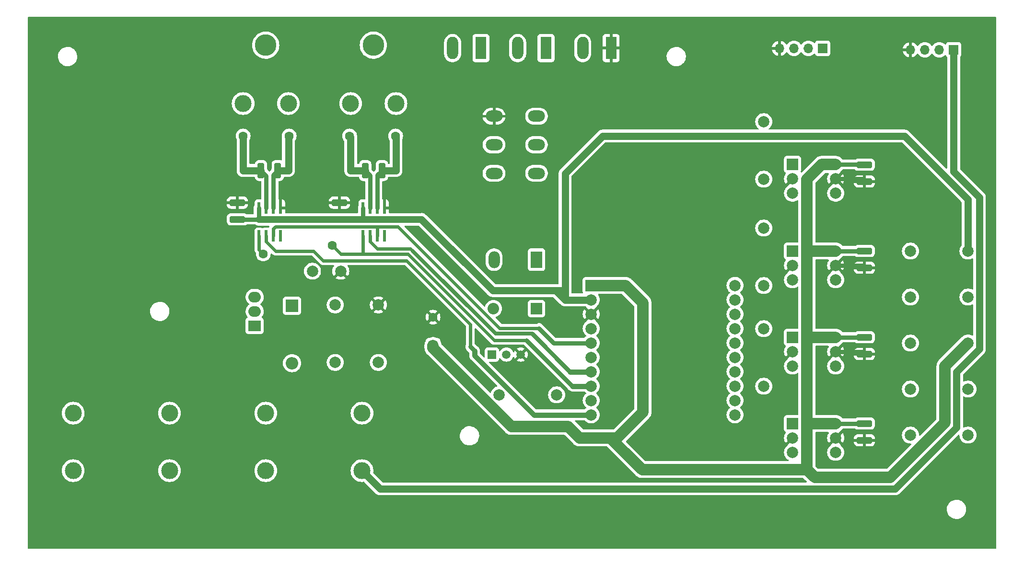
<source format=gbr>
%TF.GenerationSoftware,KiCad,Pcbnew,7.0.8*%
%TF.CreationDate,2025-06-27T13:17:33+01:00*%
%TF.ProjectId,PCB_Health,5043425f-4865-4616-9c74-682e6b696361,rev?*%
%TF.SameCoordinates,Original*%
%TF.FileFunction,Copper,L1,Top*%
%TF.FilePolarity,Positive*%
%FSLAX46Y46*%
G04 Gerber Fmt 4.6, Leading zero omitted, Abs format (unit mm)*
G04 Created by KiCad (PCBNEW 7.0.8) date 2025-06-27 13:17:33*
%MOMM*%
%LPD*%
G01*
G04 APERTURE LIST*
G04 Aperture macros list*
%AMRoundRect*
0 Rectangle with rounded corners*
0 $1 Rounding radius*
0 $2 $3 $4 $5 $6 $7 $8 $9 X,Y pos of 4 corners*
0 Add a 4 corners polygon primitive as box body*
4,1,4,$2,$3,$4,$5,$6,$7,$8,$9,$2,$3,0*
0 Add four circle primitives for the rounded corners*
1,1,$1+$1,$2,$3*
1,1,$1+$1,$4,$5*
1,1,$1+$1,$6,$7*
1,1,$1+$1,$8,$9*
0 Add four rect primitives between the rounded corners*
20,1,$1+$1,$2,$3,$4,$5,0*
20,1,$1+$1,$4,$5,$6,$7,0*
20,1,$1+$1,$6,$7,$8,$9,0*
20,1,$1+$1,$8,$9,$2,$3,0*%
G04 Aperture macros list end*
%TA.AperFunction,ComponentPad*%
%ADD10C,2.000000*%
%TD*%
%TA.AperFunction,SMDPad,CuDef*%
%ADD11RoundRect,0.250000X1.100000X-0.325000X1.100000X0.325000X-1.100000X0.325000X-1.100000X-0.325000X0*%
%TD*%
%TA.AperFunction,ComponentPad*%
%ADD12C,3.800000*%
%TD*%
%TA.AperFunction,ComponentPad*%
%ADD13C,3.000000*%
%TD*%
%TA.AperFunction,ComponentPad*%
%ADD14R,1.980000X3.960000*%
%TD*%
%TA.AperFunction,ComponentPad*%
%ADD15O,1.980000X3.960000*%
%TD*%
%TA.AperFunction,ComponentPad*%
%ADD16R,2.000000X2.000000*%
%TD*%
%TA.AperFunction,SMDPad,CuDef*%
%ADD17RoundRect,0.250000X-1.100000X0.325000X-1.100000X-0.325000X1.100000X-0.325000X1.100000X0.325000X0*%
%TD*%
%TA.AperFunction,ComponentPad*%
%ADD18R,2.032000X2.032000*%
%TD*%
%TA.AperFunction,ComponentPad*%
%ADD19O,2.032000X2.032000*%
%TD*%
%TA.AperFunction,ComponentPad*%
%ADD20R,1.600000X1.600000*%
%TD*%
%TA.AperFunction,ComponentPad*%
%ADD21C,1.600000*%
%TD*%
%TA.AperFunction,ComponentPad*%
%ADD22O,3.000000X2.000000*%
%TD*%
%TA.AperFunction,ComponentPad*%
%ADD23R,2.000000X3.000000*%
%TD*%
%TA.AperFunction,ComponentPad*%
%ADD24O,2.000000X3.000000*%
%TD*%
%TA.AperFunction,ComponentPad*%
%ADD25R,1.700000X1.700000*%
%TD*%
%TA.AperFunction,ComponentPad*%
%ADD26O,1.700000X1.700000*%
%TD*%
%TA.AperFunction,ComponentPad*%
%ADD27R,2.200000X2.200000*%
%TD*%
%TA.AperFunction,ComponentPad*%
%ADD28O,2.200000X2.200000*%
%TD*%
%TA.AperFunction,SMDPad,CuDef*%
%ADD29RoundRect,0.073750X-0.221250X0.911250X-0.221250X-0.911250X0.221250X-0.911250X0.221250X0.911250X0*%
%TD*%
%TA.AperFunction,SMDPad,CuDef*%
%ADD30RoundRect,0.250000X-0.325000X-1.100000X0.325000X-1.100000X0.325000X1.100000X-0.325000X1.100000X0*%
%TD*%
%TA.AperFunction,ComponentPad*%
%ADD31R,2.200000X1.900000*%
%TD*%
%TA.AperFunction,ComponentPad*%
%ADD32O,2.200000X1.900000*%
%TD*%
%TA.AperFunction,ComponentPad*%
%ADD33R,1.500000X1.500000*%
%TD*%
%TA.AperFunction,ComponentPad*%
%ADD34C,1.500000*%
%TD*%
%TA.AperFunction,ViaPad*%
%ADD35C,1.600000*%
%TD*%
%TA.AperFunction,Conductor*%
%ADD36C,1.250000*%
%TD*%
%TA.AperFunction,Conductor*%
%ADD37C,1.219200*%
%TD*%
%TA.AperFunction,Conductor*%
%ADD38C,0.750000*%
%TD*%
%TA.AperFunction,Conductor*%
%ADD39C,0.558800*%
%TD*%
%TA.AperFunction,Conductor*%
%ADD40C,0.762000*%
%TD*%
%TA.AperFunction,Conductor*%
%ADD41C,0.889000*%
%TD*%
%TA.AperFunction,Conductor*%
%ADD42C,1.270000*%
%TD*%
%TA.AperFunction,Conductor*%
%ADD43C,2.000000*%
%TD*%
%TA.AperFunction,Conductor*%
%ADD44C,0.635000*%
%TD*%
G04 APERTURE END LIST*
D10*
%TO.P,R6,1*%
%TO.N,Net-(J4-Pin_2)*%
X213868000Y-102616000D03*
%TO.P,R6,2*%
%TO.N,+5V*%
X224028000Y-102616000D03*
%TD*%
D11*
%TO.P,C5,1*%
%TO.N,+3.3V*%
X113030000Y-80772000D03*
%TO.P,C5,2*%
%TO.N,GND*%
X113030000Y-77822000D03*
%TD*%
D12*
%TO.P,TC2,*%
%TO.N,*%
X119000000Y-50000000D03*
D13*
%TO.P,TC2,1,+*%
%TO.N,Net-(TC2-+)*%
X115000000Y-60300000D03*
%TO.P,TC2,2,-*%
%TO.N,Net-(TC2--)*%
X123000000Y-60300000D03*
%TD*%
D14*
%TO.P,J1,1,Pin_1*%
%TO.N,Net-(J1-Pin_1)*%
X138000000Y-50500000D03*
D15*
%TO.P,J1,2,Pin_2*%
%TO.N,Net-(J1-Pin_2)*%
X133000000Y-50500000D03*
%TD*%
D10*
%TO.P,R4,1*%
%TO.N,Net-(J3-Pin_2)*%
X213868000Y-94488000D03*
%TO.P,R4,2*%
%TO.N,+5V*%
X224028000Y-94488000D03*
%TD*%
%TO.P,R11,1*%
%TO.N,Net-(U6-ADJ)*%
X119888000Y-106045000D03*
%TO.P,R11,2*%
%TO.N,GND*%
X119888000Y-95885000D03*
%TD*%
D16*
%TO.P,U1,1*%
%TO.N,Net-(J3-Pin_3)*%
X193040000Y-71064000D03*
D10*
%TO.P,U1,2*%
%TO.N,GND*%
X193040000Y-73604000D03*
%TO.P,U1,3*%
%TO.N,unconnected-(U1-Pad3)*%
X193040000Y-76144000D03*
%TO.P,U1,4*%
%TO.N,/GPIO32*%
X200660000Y-76144000D03*
%TO.P,U1,5*%
%TO.N,GND*%
X200660000Y-73604000D03*
%TO.P,U1,6*%
%TO.N,+5V*%
X200660000Y-71064000D03*
%TD*%
D17*
%TO.P,C9,1*%
%TO.N,+5V*%
X205740000Y-116840000D03*
%TO.P,C9,2*%
%TO.N,GND*%
X205740000Y-119790000D03*
%TD*%
D18*
%TO.P,D1,1,K*%
%TO.N,+12V*%
X147828000Y-96520000D03*
D19*
%TO.P,D1,2,A*%
%TO.N,Net-(D1-A)*%
X140208000Y-96520000D03*
%TD*%
D20*
%TO.P,C10,1*%
%TO.N,+5V*%
X129540000Y-103044000D03*
D21*
%TO.P,C10,2*%
%TO.N,GND*%
X129540000Y-98044000D03*
%TD*%
D11*
%TO.P,C4,1*%
%TO.N,+3.3V*%
X94996000Y-80772000D03*
%TO.P,C4,2*%
%TO.N,GND*%
X94996000Y-77822000D03*
%TD*%
D10*
%TO.P,R3,1*%
%TO.N,Net-(R3-Pad1)*%
X187960000Y-92456000D03*
%TO.P,R3,2*%
%TO.N,/GPIO33*%
X187960000Y-82296000D03*
%TD*%
D22*
%TO.P,K1,11*%
%TO.N,Net-(J1-Pin_2)*%
X147828000Y-67584000D03*
%TO.P,K1,12*%
%TO.N,unconnected-(K1-Pad12)*%
X147828000Y-72624000D03*
%TO.P,K1,14*%
%TO.N,Net-(F4-Pad1)*%
X147828000Y-62544000D03*
%TO.P,K1,21*%
%TO.N,Net-(J1-Pin_1)*%
X140328000Y-67584000D03*
%TO.P,K1,22*%
%TO.N,unconnected-(K1-Pad22)*%
X140328000Y-72624000D03*
%TO.P,K1,24*%
%TO.N,GND*%
X140328000Y-62544000D03*
D23*
%TO.P,K1,A1*%
%TO.N,+12V*%
X147828000Y-87884000D03*
D24*
%TO.P,K1,A2*%
%TO.N,Net-(D1-A)*%
X140328000Y-87884000D03*
%TD*%
D10*
%TO.P,R9,1*%
%TO.N,/GPIO14*%
X213868000Y-118872000D03*
%TO.P,R9,2*%
%TO.N,+3.3V*%
X224028000Y-118872000D03*
%TD*%
D16*
%TO.P,U5,1*%
%TO.N,Net-(R5-Pad1)*%
X193040000Y-101600000D03*
D10*
%TO.P,U5,2*%
%TO.N,GND*%
X193040000Y-104140000D03*
%TO.P,U5,3*%
%TO.N,unconnected-(U5-Pad3)*%
X193040000Y-106680000D03*
%TO.P,U5,4*%
%TO.N,Net-(J4-Pin_2)*%
X200660000Y-106680000D03*
%TO.P,U5,5*%
%TO.N,GND*%
X200660000Y-104140000D03*
%TO.P,U5,6*%
%TO.N,+5V*%
X200660000Y-101600000D03*
%TD*%
%TO.P,R2,1*%
%TO.N,/GPIO32*%
X213868000Y-86360000D03*
%TO.P,R2,2*%
%TO.N,+3.3V*%
X224028000Y-86360000D03*
%TD*%
D25*
%TO.P,J3,1,Pin_1*%
%TO.N,Net-(J3-Pin_1)*%
X198374000Y-50546000D03*
D26*
%TO.P,J3,2,Pin_2*%
%TO.N,Net-(J3-Pin_2)*%
X195834000Y-50546000D03*
%TO.P,J3,3,Pin_3*%
%TO.N,Net-(J3-Pin_3)*%
X193294000Y-50546000D03*
%TO.P,J3,4,Pin_4*%
%TO.N,GND*%
X190754000Y-50546000D03*
%TD*%
D10*
%TO.P,R1,1*%
%TO.N,Net-(J3-Pin_3)*%
X187960000Y-73660000D03*
%TO.P,R1,2*%
%TO.N,+5V*%
X187960000Y-63500000D03*
%TD*%
D14*
%TO.P,J2,1,Pin_1*%
%TO.N,GND*%
X161000000Y-50500000D03*
D15*
%TO.P,J2,2,Pin_2*%
%TO.N,+12V*%
X156000000Y-50500000D03*
%TD*%
D14*
%TO.P,J5,1,Pin_1*%
%TO.N,Net-(J1-Pin_1)*%
X149500000Y-50500000D03*
D15*
%TO.P,J5,2,Pin_2*%
%TO.N,Net-(J1-Pin_2)*%
X144500000Y-50500000D03*
%TD*%
D13*
%TO.P,F4,1*%
%TO.N,Net-(F4-Pad1)*%
X66000000Y-115000000D03*
%TO.P,F4,2*%
%TO.N,+12V*%
X66000000Y-125160000D03*
%TD*%
D27*
%TO.P,D2,1,K*%
%TO.N,Net-(D2-K)*%
X104648000Y-96012000D03*
D28*
%TO.P,D2,2,A*%
%TO.N,+5V*%
X104648000Y-106172000D03*
%TD*%
D25*
%TO.P,J4,1,Pin_1*%
%TO.N,Net-(J4-Pin_1)*%
X221488000Y-50800000D03*
D26*
%TO.P,J4,2,Pin_2*%
%TO.N,Net-(J4-Pin_2)*%
X218948000Y-50800000D03*
%TO.P,J4,3,Pin_3*%
%TO.N,Net-(J4-Pin_3)*%
X216408000Y-50800000D03*
%TO.P,J4,4,Pin_4*%
%TO.N,GND*%
X213868000Y-50800000D03*
%TD*%
D10*
%TO.P,R5,1*%
%TO.N,Net-(R5-Pad1)*%
X187960000Y-100076000D03*
%TO.P,R5,2*%
%TO.N,/GPIO15*%
X187960000Y-110236000D03*
%TD*%
D17*
%TO.P,C7,1*%
%TO.N,+5V*%
X205740000Y-101600000D03*
%TO.P,C7,2*%
%TO.N,GND*%
X205740000Y-104550000D03*
%TD*%
D29*
%TO.P,U2,1,GND*%
%TO.N,GND*%
X102616000Y-78740000D03*
%TO.P,U2,2,T-*%
%TO.N,Net-(TC1--)*%
X101346000Y-78740000D03*
%TO.P,U2,3,T+*%
%TO.N,Net-(TC1-+)*%
X100076000Y-78740000D03*
%TO.P,U2,4,VCC*%
%TO.N,+3.3V*%
X98806000Y-78740000D03*
%TO.P,U2,5,SCK*%
%TO.N,/GPIO2*%
X98806000Y-83690000D03*
%TO.P,U2,6,~{CS}*%
%TO.N,/GPIO3*%
X100076000Y-83690000D03*
%TO.P,U2,7,SO*%
%TO.N,/GPIO0*%
X101346000Y-83690000D03*
%TO.P,U2,8,N.C.*%
%TO.N,unconnected-(U2-N.C.-Pad8)*%
X102616000Y-83690000D03*
%TD*%
D10*
%TO.P,R10,1*%
%TO.N,Net-(U6-ADJ)*%
X112268000Y-106045000D03*
%TO.P,R10,2*%
%TO.N,+5V*%
X112268000Y-95885000D03*
%TD*%
%TO.P,R7,1*%
%TO.N,/GPIO4*%
X151384000Y-111760000D03*
%TO.P,R7,2*%
%TO.N,Net-(Q1-B)*%
X141224000Y-111760000D03*
%TD*%
D16*
%TO.P,U7,1*%
%TO.N,Net-(J4-Pin_3)*%
X193040000Y-116840000D03*
D10*
%TO.P,U7,2*%
%TO.N,GND*%
X193040000Y-119380000D03*
%TO.P,U7,3*%
%TO.N,unconnected-(U7-Pad3)*%
X193040000Y-121920000D03*
%TO.P,U7,4*%
%TO.N,/GPIO14*%
X200660000Y-121920000D03*
%TO.P,U7,5*%
%TO.N,GND*%
X200660000Y-119380000D03*
%TO.P,U7,6*%
%TO.N,+5V*%
X200660000Y-116840000D03*
%TD*%
D30*
%TO.P,C1,1*%
%TO.N,Net-(TC1-+)*%
X99158000Y-72136000D03*
%TO.P,C1,2*%
%TO.N,Net-(TC1--)*%
X102108000Y-72136000D03*
%TD*%
D16*
%TO.P,A1,1,+5V*%
%TO.N,+5V*%
X157480000Y-92440000D03*
D10*
%TO.P,A1,2,3V3*%
%TO.N,+3.3V*%
X157480000Y-94980000D03*
%TO.P,A1,3,GND*%
%TO.N,GND*%
X157480000Y-97520000D03*
%TO.P,A1,4,EPS_EN*%
%TO.N,unconnected-(A1-EPS_EN-Pad4)*%
X157480000Y-100060000D03*
%TO.P,A1,5,GPIO0*%
%TO.N,/GPIO0*%
X157480000Y-102600000D03*
%TO.P,A1,6,GPIO1*%
%TO.N,unconnected-(A1-GPIO1-Pad6)*%
X157480000Y-105140000D03*
%TO.P,A1,7,GPIO2*%
%TO.N,/GPIO5*%
X157480000Y-107680000D03*
%TO.P,A1,8,GPIO3*%
%TO.N,/GPIO2*%
X157480000Y-110220000D03*
%TO.P,A1,9,GPIO4*%
%TO.N,/GPIO4*%
X157480000Y-112760000D03*
%TO.P,A1,10,GPIO5*%
%TO.N,/GPIO3*%
X157480000Y-115300000D03*
%TO.P,A1,11,GPIO13*%
%TO.N,unconnected-(A1-GPIO13-Pad11)*%
X182880000Y-115300000D03*
%TO.P,A1,12,GPIO14*%
%TO.N,/GPIO14*%
X182880000Y-112760000D03*
%TO.P,A1,13,GPIO15*%
%TO.N,/GPIO15*%
X182880000Y-110220000D03*
%TO.P,A1,14,GPIO16*%
%TO.N,/GPIO16*%
X182880000Y-107680000D03*
%TO.P,A1,15,GPIO32*%
%TO.N,/GPIO32*%
X182880000Y-105140000D03*
%TO.P,A1,16,GPIO33*%
%TO.N,/GPIO33*%
X182880000Y-102600000D03*
%TO.P,A1,17,GPIO34*%
%TO.N,unconnected-(A1-GPIO34-Pad17)*%
X182880000Y-100060000D03*
%TO.P,A1,18,GPIO35*%
%TO.N,/GPIO35*%
X182880000Y-97520000D03*
%TO.P,A1,19,GPIO36*%
%TO.N,unconnected-(A1-GPIO36-Pad19)*%
X182880000Y-94980000D03*
%TO.P,A1,20,GPIO39*%
%TO.N,unconnected-(A1-GPIO39-Pad20)*%
X182880000Y-92440000D03*
%TD*%
D13*
%TO.P,F2,1*%
%TO.N,+12V*%
X100000000Y-115000000D03*
%TO.P,F2,2*%
%TO.N,Net-(J3-Pin_1)*%
X100000000Y-125160000D03*
%TD*%
D31*
%TO.P,U6,1,ADJ*%
%TO.N,Net-(U6-ADJ)*%
X98044000Y-99568000D03*
D32*
%TO.P,U6,2,VO*%
%TO.N,+5V*%
X98044000Y-97028000D03*
%TO.P,U6,3,VI*%
%TO.N,Net-(D2-K)*%
X98044000Y-94488000D03*
%TD*%
D29*
%TO.P,U3,1,GND*%
%TO.N,GND*%
X120967500Y-78740000D03*
%TO.P,U3,2,T-*%
%TO.N,Net-(TC2--)*%
X119697500Y-78740000D03*
%TO.P,U3,3,T+*%
%TO.N,Net-(TC2-+)*%
X118427500Y-78740000D03*
%TO.P,U3,4,VCC*%
%TO.N,+3.3V*%
X117157500Y-78740000D03*
%TO.P,U3,5,SCK*%
%TO.N,/GPIO2*%
X117157500Y-83690000D03*
%TO.P,U3,6,~{CS}*%
%TO.N,/GPIO5*%
X118427500Y-83690000D03*
%TO.P,U3,7,SO*%
%TO.N,/GPIO0*%
X119697500Y-83690000D03*
%TO.P,U3,8,N.C.*%
%TO.N,unconnected-(U3-N.C.-Pad8)*%
X120967500Y-83690000D03*
%TD*%
D17*
%TO.P,C3,1*%
%TO.N,+5V*%
X205740000Y-71120000D03*
%TO.P,C3,2*%
%TO.N,GND*%
X205740000Y-74070000D03*
%TD*%
D16*
%TO.P,U4,1*%
%TO.N,Net-(R3-Pad1)*%
X193040000Y-86360000D03*
D10*
%TO.P,U4,2*%
%TO.N,GND*%
X193040000Y-88900000D03*
%TO.P,U4,3*%
%TO.N,unconnected-(U4-Pad3)*%
X193040000Y-91440000D03*
%TO.P,U4,4*%
%TO.N,Net-(J3-Pin_2)*%
X200660000Y-91440000D03*
%TO.P,U4,5*%
%TO.N,GND*%
X200660000Y-88900000D03*
%TO.P,U4,6*%
%TO.N,+5V*%
X200660000Y-86360000D03*
%TD*%
%TO.P,R8,1*%
%TO.N,Net-(J4-Pin_3)*%
X213868000Y-110744000D03*
%TO.P,R8,2*%
%TO.N,+5V*%
X224028000Y-110744000D03*
%TD*%
D12*
%TO.P,TC1,*%
%TO.N,*%
X100000000Y-50000000D03*
D13*
%TO.P,TC1,1,+*%
%TO.N,Net-(TC1-+)*%
X96000000Y-60300000D03*
%TO.P,TC1,2,-*%
%TO.N,Net-(TC1--)*%
X104000000Y-60300000D03*
%TD*%
D30*
%TO.P,C2,1*%
%TO.N,Net-(TC2-+)*%
X117572500Y-72136000D03*
%TO.P,C2,2*%
%TO.N,Net-(TC2--)*%
X120522500Y-72136000D03*
%TD*%
D10*
%TO.P,C8,1*%
%TO.N,Net-(D2-K)*%
X108244000Y-89916000D03*
%TO.P,C8,2*%
%TO.N,GND*%
X113244000Y-89916000D03*
%TD*%
D13*
%TO.P,F1,1*%
%TO.N,+12V*%
X83000000Y-115000000D03*
%TO.P,F1,2*%
%TO.N,Net-(D2-K)*%
X83000000Y-125160000D03*
%TD*%
D33*
%TO.P,Q1,1,C*%
%TO.N,Net-(D1-A)*%
X139954000Y-104648000D03*
D34*
%TO.P,Q1,2,B*%
%TO.N,Net-(Q1-B)*%
X142494000Y-104648000D03*
%TO.P,Q1,3,E*%
%TO.N,GND*%
X145034000Y-104648000D03*
%TD*%
D13*
%TO.P,F3,1*%
%TO.N,+12V*%
X117000000Y-115000000D03*
%TO.P,F3,2*%
%TO.N,Net-(J4-Pin_1)*%
X117000000Y-125160000D03*
%TD*%
D17*
%TO.P,C6,1*%
%TO.N,+5V*%
X205740000Y-86360000D03*
%TO.P,C6,2*%
%TO.N,GND*%
X205740000Y-89310000D03*
%TD*%
D35*
%TO.N,/GPIO2*%
X111760000Y-85344000D03*
X99568000Y-86868000D03*
%TO.N,Net-(TC1-+)*%
X96012000Y-66040000D03*
%TO.N,Net-(TC1--)*%
X104140000Y-66040000D03*
%TO.N,Net-(TC2-+)*%
X114808000Y-66040000D03*
%TO.N,Net-(TC2--)*%
X122936000Y-66040000D03*
%TD*%
D36*
%TO.N,+3.3V*%
X152849570Y-93472000D02*
X152849570Y-94980000D01*
D37*
X127508000Y-80772000D02*
X120735868Y-80772000D01*
D36*
X152849570Y-72702430D02*
X152849570Y-93472000D01*
D38*
X113030000Y-80772000D02*
X117157500Y-80772000D01*
D36*
X140081000Y-93345000D02*
X127508000Y-80772000D01*
X140081000Y-93345000D02*
X151214570Y-93345000D01*
D38*
X94996000Y-80772000D02*
X98806000Y-80772000D01*
D36*
X151214570Y-93345000D02*
X152849570Y-94980000D01*
X224028000Y-77216000D02*
X212852000Y-66040000D01*
X224028000Y-86360000D02*
X224028000Y-77216000D01*
X152722570Y-93345000D02*
X152849570Y-93472000D01*
X157480000Y-94980000D02*
X152849570Y-94980000D01*
D38*
X98756000Y-80772000D02*
X98806000Y-80772000D01*
X98756000Y-78740000D02*
X98756000Y-80772000D01*
D36*
X151214570Y-93345000D02*
X152722570Y-93345000D01*
X159512000Y-66040000D02*
X152849570Y-72702430D01*
D37*
X120735868Y-80772000D02*
X98756000Y-80772000D01*
D36*
X212852000Y-66040000D02*
X159512000Y-66040000D01*
D38*
X117157500Y-80772000D02*
X117157500Y-78740000D01*
D39*
%TO.N,/GPIO0*%
X118745000Y-82042000D02*
X119761000Y-82042000D01*
X101727000Y-82042000D02*
X118745000Y-82042000D01*
X119697500Y-82105500D02*
X119761000Y-82042000D01*
X119697500Y-83690000D02*
X119697500Y-82105500D01*
X119761000Y-82042000D02*
X123359212Y-82042000D01*
X101346000Y-83690000D02*
X101346000Y-82423000D01*
X119697500Y-82705000D02*
X119697500Y-83690000D01*
X118745000Y-82042000D02*
X119034500Y-82042000D01*
D40*
X148258100Y-99998100D02*
X150860000Y-102600000D01*
D39*
X101346000Y-82423000D02*
X101727000Y-82042000D01*
X101346000Y-83690000D02*
X101346000Y-82677000D01*
D40*
X150860000Y-102600000D02*
X157480000Y-102600000D01*
D39*
X123359212Y-82042000D02*
X141315312Y-99998100D01*
X141315312Y-99998100D02*
X148258100Y-99998100D01*
D41*
%TO.N,/GPIO2*%
X154162000Y-110220000D02*
X157480000Y-110220000D01*
D40*
X146050000Y-102108000D02*
X154162000Y-110220000D01*
D39*
X113284000Y-86868000D02*
X117221000Y-86868000D01*
X98806000Y-83690000D02*
X98806000Y-86106000D01*
X111760000Y-85344000D02*
X113284000Y-86868000D01*
X140318167Y-102108000D02*
X146050000Y-102108000D01*
X98806000Y-86106000D02*
X99568000Y-86868000D01*
X125078166Y-86868000D02*
X140318167Y-102108000D01*
X117157500Y-86804500D02*
X117221000Y-86868000D01*
X117157500Y-83690000D02*
X117157500Y-86804500D01*
X117221000Y-86868000D02*
X125078166Y-86868000D01*
D41*
%TO.N,/GPIO3*%
X147345648Y-115300000D02*
X157480000Y-115300000D01*
D40*
X136895526Y-104023474D02*
X136142604Y-103270552D01*
D39*
X110133400Y-88035400D02*
X124862608Y-88035400D01*
X124862608Y-88035400D02*
X136142604Y-99315396D01*
X108458000Y-86360000D02*
X110133400Y-88035400D01*
D41*
X136895526Y-104849878D02*
X147345648Y-115300000D01*
D39*
X136142604Y-99315396D02*
X136142604Y-103270552D01*
X101761000Y-86360000D02*
X108458000Y-86360000D01*
X100076000Y-83690000D02*
X100076000Y-84675000D01*
D41*
X136895526Y-104023474D02*
X136895526Y-104849878D01*
D39*
X100076000Y-84675000D02*
X101761000Y-86360000D01*
D38*
%TO.N,Net-(TC1-+)*%
X100076000Y-73054000D02*
X100076000Y-78740000D01*
D42*
X96000000Y-66052000D02*
X96000000Y-72136000D01*
D38*
X96012000Y-66040000D02*
X96000000Y-66052000D01*
X99158000Y-72136000D02*
X100076000Y-73054000D01*
D42*
X96000000Y-72136000D02*
X99158000Y-72136000D01*
D38*
%TO.N,GND*%
X200660000Y-104140000D02*
X205330000Y-104140000D01*
X205330000Y-88900000D02*
X205740000Y-89310000D01*
X205274000Y-73604000D02*
X205740000Y-74070000D01*
X200660000Y-73604000D02*
X205274000Y-73604000D01*
X200660000Y-88900000D02*
X205330000Y-88900000D01*
X205330000Y-104140000D02*
X205740000Y-104550000D01*
%TO.N,+5V*%
X200660000Y-101600000D02*
X205740000Y-101600000D01*
D43*
X195580000Y-116840000D02*
X195580000Y-101600000D01*
X195580000Y-101600000D02*
X200660000Y-101600000D01*
D38*
X205684000Y-71064000D02*
X205740000Y-71120000D01*
D43*
X153416000Y-117348000D02*
X155448000Y-119380000D01*
X159880000Y-92440000D02*
X163560000Y-92440000D01*
X129540000Y-103044000D02*
X129540000Y-103470114D01*
X160896000Y-119380000D02*
X162236000Y-120720000D01*
X194056000Y-124968000D02*
X195580000Y-124968000D01*
X166624000Y-95504000D02*
X166624000Y-114808000D01*
X158864000Y-119380000D02*
X160896000Y-119380000D01*
X143417886Y-117348000D02*
X153416000Y-117348000D01*
X195580000Y-86360000D02*
X200660000Y-86360000D01*
X195580000Y-73660000D02*
X195580000Y-87376000D01*
X195580000Y-73660000D02*
X198176000Y-71064000D01*
X163560000Y-92440000D02*
X166624000Y-95504000D01*
X199805886Y-86360000D02*
X200660000Y-86360000D01*
D38*
X200660000Y-86360000D02*
X205740000Y-86360000D01*
D43*
X162236000Y-120720000D02*
X163252000Y-121736000D01*
X195580000Y-116840000D02*
X200660000Y-116840000D01*
X198176000Y-71064000D02*
X200660000Y-71064000D01*
X155448000Y-119380000D02*
X158864000Y-119380000D01*
X160896000Y-119380000D02*
X162052000Y-119380000D01*
X163252000Y-121736000D02*
X166484000Y-124968000D01*
X162052000Y-119380000D02*
X166624000Y-114808000D01*
D38*
X200660000Y-116840000D02*
X205740000Y-116840000D01*
X200660000Y-71064000D02*
X205684000Y-71064000D01*
D43*
X166484000Y-124968000D02*
X194056000Y-124968000D01*
X210312000Y-126352000D02*
X196964000Y-126352000D01*
X224028000Y-102616000D02*
X219964000Y-106680000D01*
X159880000Y-92440000D02*
X157480000Y-92440000D01*
X195580000Y-124968000D02*
X195580000Y-116840000D01*
X219964000Y-106680000D02*
X219964000Y-116700000D01*
X195580000Y-87376000D02*
X195580000Y-86360000D01*
X195580000Y-101600000D02*
X195580000Y-90585886D01*
X129540000Y-103470114D02*
X143417886Y-117348000D01*
X219964000Y-116700000D02*
X210312000Y-126352000D01*
X196964000Y-126352000D02*
X195580000Y-124968000D01*
X195580000Y-90585886D02*
X195580000Y-87376000D01*
D38*
%TO.N,Net-(TC1--)*%
X102108000Y-72136000D02*
X101346000Y-72898000D01*
D42*
X104000000Y-72136000D02*
X102108000Y-72136000D01*
D38*
X101346000Y-72898000D02*
X101346000Y-78740000D01*
D42*
X104000000Y-66180000D02*
X104000000Y-72136000D01*
D38*
X104140000Y-66040000D02*
X104000000Y-66180000D01*
D42*
%TO.N,Net-(TC2-+)*%
X115000000Y-72136000D02*
X117572500Y-72136000D01*
D38*
X114808000Y-66040000D02*
X115000000Y-66232000D01*
X117572500Y-72136000D02*
X118427500Y-72991000D01*
D42*
X115000000Y-66232000D02*
X115000000Y-72136000D01*
D38*
X118427500Y-72991000D02*
X118427500Y-78740000D01*
D42*
%TO.N,Net-(TC2--)*%
X123000000Y-72136000D02*
X120522500Y-72136000D01*
X123000000Y-66104000D02*
X123000000Y-72136000D01*
D38*
X122936000Y-66040000D02*
X123000000Y-66104000D01*
X119697500Y-72961000D02*
X119697500Y-78740000D01*
X120522500Y-72136000D02*
X119697500Y-72961000D01*
D39*
%TO.N,/GPIO5*%
X118427500Y-83690000D02*
X118427500Y-84675000D01*
D41*
X153770000Y-107680000D02*
X157480000Y-107680000D01*
D44*
X125984000Y-86360000D02*
X140600000Y-100976000D01*
D39*
X125552200Y-85928200D02*
X125984000Y-86360000D01*
X119680700Y-85928200D02*
X125552200Y-85928200D01*
D44*
X140600000Y-100976000D02*
X147066000Y-100976000D01*
D39*
X118427500Y-84675000D02*
X119680700Y-85928200D01*
D40*
X147066000Y-100976000D02*
X153770000Y-107680000D01*
D36*
%TO.N,Net-(J4-Pin_1)*%
X222003000Y-117524782D02*
X211150783Y-128376999D01*
X221488000Y-72342548D02*
X226053000Y-76907548D01*
X120216999Y-128376999D02*
X117000000Y-125160000D01*
X211150783Y-128376999D02*
X120216999Y-128376999D01*
X226053000Y-103639000D02*
X222003000Y-107689000D01*
X221488000Y-50800000D02*
X221488000Y-72342548D01*
X222003000Y-107689000D02*
X222003000Y-117524782D01*
X226053000Y-76907548D02*
X226053000Y-103639000D01*
%TD*%
%TA.AperFunction,Conductor*%
%TO.N,GND*%
G36*
X212401479Y-67185185D02*
G01*
X212422121Y-67201819D01*
X222866181Y-77645878D01*
X222899666Y-77707201D01*
X222902500Y-77733559D01*
X222902500Y-85318758D01*
X222882815Y-85385797D01*
X222869731Y-85402740D01*
X222839834Y-85435217D01*
X222703826Y-85643393D01*
X222603936Y-85871118D01*
X222542892Y-86112175D01*
X222542890Y-86112187D01*
X222522357Y-86359994D01*
X222522357Y-86360005D01*
X222542890Y-86607812D01*
X222542892Y-86607824D01*
X222603936Y-86848881D01*
X222703826Y-87076606D01*
X222839833Y-87284782D01*
X222867187Y-87314496D01*
X223008256Y-87467738D01*
X223204491Y-87620474D01*
X223204493Y-87620475D01*
X223364637Y-87707141D01*
X223423190Y-87738828D01*
X223658386Y-87819571D01*
X223903665Y-87860500D01*
X224152335Y-87860500D01*
X224397614Y-87819571D01*
X224632810Y-87738828D01*
X224632817Y-87738824D01*
X224632820Y-87738823D01*
X224725882Y-87688460D01*
X224744482Y-87678393D01*
X224812810Y-87663798D01*
X224878182Y-87688460D01*
X224919844Y-87744551D01*
X224927500Y-87787448D01*
X224927500Y-93060551D01*
X224907815Y-93127590D01*
X224855011Y-93173345D01*
X224785853Y-93183289D01*
X224744483Y-93169606D01*
X224632816Y-93109175D01*
X224632813Y-93109174D01*
X224632810Y-93109172D01*
X224632804Y-93109170D01*
X224632802Y-93109169D01*
X224397616Y-93028429D01*
X224152335Y-92987500D01*
X223903665Y-92987500D01*
X223658383Y-93028429D01*
X223423197Y-93109169D01*
X223423188Y-93109172D01*
X223204493Y-93227524D01*
X223008257Y-93380261D01*
X222839833Y-93563217D01*
X222703826Y-93771393D01*
X222603936Y-93999118D01*
X222542892Y-94240175D01*
X222542890Y-94240187D01*
X222522357Y-94487994D01*
X222522357Y-94488005D01*
X222542890Y-94735812D01*
X222542892Y-94735824D01*
X222603936Y-94976881D01*
X222703826Y-95204606D01*
X222839833Y-95412782D01*
X222870542Y-95446141D01*
X223008256Y-95595738D01*
X223204491Y-95748474D01*
X223423190Y-95866828D01*
X223658386Y-95947571D01*
X223903665Y-95988500D01*
X224152335Y-95988500D01*
X224397614Y-95947571D01*
X224632810Y-95866828D01*
X224632817Y-95866824D01*
X224632820Y-95866823D01*
X224725882Y-95816460D01*
X224744482Y-95806393D01*
X224812810Y-95791798D01*
X224878182Y-95816460D01*
X224919844Y-95872551D01*
X224927500Y-95915448D01*
X224927500Y-101186885D01*
X224907815Y-101253924D01*
X224855011Y-101299679D01*
X224785853Y-101309623D01*
X224749039Y-101298285D01*
X224714880Y-101281586D01*
X224632810Y-101237172D01*
X224632809Y-101237171D01*
X224632806Y-101237170D01*
X224632807Y-101237170D01*
X224606962Y-101228298D01*
X224599858Y-101225355D01*
X224575315Y-101213357D01*
X224575305Y-101213353D01*
X224485872Y-101186728D01*
X224397616Y-101156429D01*
X224370665Y-101151932D01*
X224363171Y-101150198D01*
X224336984Y-101142402D01*
X224336981Y-101142401D01*
X224244361Y-101130856D01*
X224152335Y-101115500D01*
X224125019Y-101115500D01*
X224117347Y-101115024D01*
X224090221Y-101111643D01*
X224090219Y-101111643D01*
X223996965Y-101115500D01*
X223903665Y-101115500D01*
X223876716Y-101119996D01*
X223869072Y-101120789D01*
X223841765Y-101121918D01*
X223750432Y-101141069D01*
X223658389Y-101156428D01*
X223658381Y-101156430D01*
X223632534Y-101165303D01*
X223625122Y-101167344D01*
X223598388Y-101172950D01*
X223598385Y-101172951D01*
X223511472Y-101206864D01*
X223423190Y-101237172D01*
X223399149Y-101250181D01*
X223392176Y-101253413D01*
X223366724Y-101263345D01*
X223286569Y-101311107D01*
X223204498Y-101355521D01*
X223204488Y-101355527D01*
X223182927Y-101372308D01*
X223176582Y-101376644D01*
X223153108Y-101390632D01*
X223081895Y-101450945D01*
X223008257Y-101508260D01*
X223008252Y-101508265D01*
X222945050Y-101576921D01*
X218971588Y-105550382D01*
X218965827Y-105555471D01*
X218944256Y-105572262D01*
X218881049Y-105640922D01*
X218859102Y-105662869D01*
X218859098Y-105662874D01*
X218839033Y-105686564D01*
X218808641Y-105719578D01*
X218775834Y-105755216D01*
X218760892Y-105778087D01*
X218756297Y-105784250D01*
X218738635Y-105805104D01*
X218690860Y-105885278D01*
X218639828Y-105963390D01*
X218639824Y-105963397D01*
X218628853Y-105988409D01*
X218625335Y-105995244D01*
X218611348Y-106018717D01*
X218611343Y-106018726D01*
X218577420Y-106105663D01*
X218539935Y-106191123D01*
X218533226Y-106217616D01*
X218530881Y-106224935D01*
X218520953Y-106250379D01*
X218520948Y-106250395D01*
X218501801Y-106341711D01*
X218478892Y-106432175D01*
X218478890Y-106432185D01*
X218476635Y-106459408D01*
X218475526Y-106467016D01*
X218469920Y-106493750D01*
X218469919Y-106493763D01*
X218466062Y-106587009D01*
X218463500Y-106617936D01*
X218463500Y-106648964D01*
X218459642Y-106742219D01*
X218459642Y-106742220D01*
X218463023Y-106769342D01*
X218463500Y-106777018D01*
X218463500Y-116027109D01*
X218443815Y-116094148D01*
X218427181Y-116114790D01*
X215585324Y-118956647D01*
X215524001Y-118990132D01*
X215454309Y-118985148D01*
X215398376Y-118943276D01*
X215373959Y-118877812D01*
X215373833Y-118874288D01*
X215353109Y-118624187D01*
X215353107Y-118624175D01*
X215292063Y-118383118D01*
X215192173Y-118155393D01*
X215056166Y-117947217D01*
X215017301Y-117904999D01*
X214887744Y-117764262D01*
X214691509Y-117611526D01*
X214691507Y-117611525D01*
X214691506Y-117611524D01*
X214472811Y-117493172D01*
X214472802Y-117493169D01*
X214237616Y-117412429D01*
X213992335Y-117371500D01*
X213743665Y-117371500D01*
X213498383Y-117412429D01*
X213263197Y-117493169D01*
X213263188Y-117493172D01*
X213044493Y-117611524D01*
X212848257Y-117764261D01*
X212679833Y-117947217D01*
X212543826Y-118155393D01*
X212443936Y-118383118D01*
X212382892Y-118624175D01*
X212382890Y-118624187D01*
X212362357Y-118871994D01*
X212362357Y-118872005D01*
X212382890Y-119119812D01*
X212382892Y-119119824D01*
X212443936Y-119360881D01*
X212543826Y-119588606D01*
X212679833Y-119796782D01*
X212679836Y-119796785D01*
X212848256Y-119979738D01*
X213044491Y-120132474D01*
X213263190Y-120250828D01*
X213498386Y-120331571D01*
X213743665Y-120372500D01*
X213870109Y-120372500D01*
X213937148Y-120392185D01*
X213982903Y-120444989D01*
X213992847Y-120514147D01*
X213963822Y-120577703D01*
X213957790Y-120584181D01*
X209726791Y-124815181D01*
X209665468Y-124848666D01*
X209639110Y-124851500D01*
X197636889Y-124851500D01*
X197569850Y-124831815D01*
X197549208Y-124815181D01*
X197116819Y-124382791D01*
X197083334Y-124321468D01*
X197080500Y-124295110D01*
X197080500Y-118464500D01*
X197100185Y-118397461D01*
X197152989Y-118351706D01*
X197204500Y-118340500D01*
X199318248Y-118340500D01*
X199385287Y-118360185D01*
X199431042Y-118412989D01*
X199440986Y-118482147D01*
X199422057Y-118532321D01*
X199336267Y-118663632D01*
X199236412Y-118891282D01*
X199175387Y-119132261D01*
X199175385Y-119132270D01*
X199154859Y-119379994D01*
X199154859Y-119380005D01*
X199175385Y-119627729D01*
X199175387Y-119627738D01*
X199236412Y-119868717D01*
X199336266Y-120096364D01*
X199436564Y-120249882D01*
X200176922Y-119509523D01*
X200200507Y-119589844D01*
X200278239Y-119710798D01*
X200386900Y-119804952D01*
X200517685Y-119864680D01*
X200527466Y-119866086D01*
X199789942Y-120603609D01*
X199791343Y-120626177D01*
X199775850Y-120694307D01*
X199743744Y-120731713D01*
X199640258Y-120812260D01*
X199471833Y-120995217D01*
X199335826Y-121203393D01*
X199235936Y-121431118D01*
X199174892Y-121672175D01*
X199174890Y-121672187D01*
X199154357Y-121919994D01*
X199154357Y-121920005D01*
X199174890Y-122167812D01*
X199174892Y-122167824D01*
X199235936Y-122408881D01*
X199335826Y-122636606D01*
X199471833Y-122844782D01*
X199471836Y-122844785D01*
X199640256Y-123027738D01*
X199836491Y-123180474D01*
X200055190Y-123298828D01*
X200290386Y-123379571D01*
X200535665Y-123420500D01*
X200784335Y-123420500D01*
X201029614Y-123379571D01*
X201264810Y-123298828D01*
X201483509Y-123180474D01*
X201679744Y-123027738D01*
X201848164Y-122844785D01*
X201984173Y-122636607D01*
X202084063Y-122408881D01*
X202145108Y-122167821D01*
X202165643Y-121920000D01*
X202145108Y-121672179D01*
X202084063Y-121431119D01*
X201984173Y-121203393D01*
X201848166Y-120995217D01*
X201775995Y-120916819D01*
X201679744Y-120812262D01*
X201576253Y-120731712D01*
X201535442Y-120675003D01*
X201528655Y-120626176D01*
X201530056Y-120603609D01*
X200792533Y-119866086D01*
X200802315Y-119864680D01*
X200933100Y-119804952D01*
X201041761Y-119710798D01*
X201119493Y-119589844D01*
X201143076Y-119509524D01*
X201883434Y-120249882D01*
X201983731Y-120096369D01*
X202008456Y-120040000D01*
X203890001Y-120040000D01*
X203890001Y-120164986D01*
X203900494Y-120267697D01*
X203955641Y-120434119D01*
X203955643Y-120434124D01*
X204047684Y-120583345D01*
X204171654Y-120707315D01*
X204320875Y-120799356D01*
X204320880Y-120799358D01*
X204487302Y-120854505D01*
X204487309Y-120854506D01*
X204590019Y-120864999D01*
X205489999Y-120864999D01*
X205490000Y-120864998D01*
X205490000Y-120040000D01*
X205990000Y-120040000D01*
X205990000Y-120864999D01*
X206889972Y-120864999D01*
X206889986Y-120864998D01*
X206992697Y-120854505D01*
X207159119Y-120799358D01*
X207159124Y-120799356D01*
X207308345Y-120707315D01*
X207432315Y-120583345D01*
X207524356Y-120434124D01*
X207524358Y-120434119D01*
X207579505Y-120267697D01*
X207579506Y-120267690D01*
X207589999Y-120164986D01*
X207590000Y-120164973D01*
X207590000Y-120040000D01*
X205990000Y-120040000D01*
X205490000Y-120040000D01*
X203890001Y-120040000D01*
X202008456Y-120040000D01*
X202083587Y-119868717D01*
X202144612Y-119627738D01*
X202144614Y-119627729D01*
X202151883Y-119540000D01*
X203890000Y-119540000D01*
X205490000Y-119540000D01*
X205490000Y-118715000D01*
X205990000Y-118715000D01*
X205990000Y-119540000D01*
X207589999Y-119540000D01*
X207589999Y-119415028D01*
X207589998Y-119415013D01*
X207579505Y-119312302D01*
X207524358Y-119145880D01*
X207524356Y-119145875D01*
X207432315Y-118996654D01*
X207308345Y-118872684D01*
X207159124Y-118780643D01*
X207159119Y-118780641D01*
X206992697Y-118725494D01*
X206992690Y-118725493D01*
X206889986Y-118715000D01*
X205990000Y-118715000D01*
X205490000Y-118715000D01*
X204590028Y-118715000D01*
X204590012Y-118715001D01*
X204487302Y-118725494D01*
X204320880Y-118780641D01*
X204320875Y-118780643D01*
X204171654Y-118872684D01*
X204047684Y-118996654D01*
X203955643Y-119145875D01*
X203955641Y-119145880D01*
X203900494Y-119312302D01*
X203900493Y-119312309D01*
X203890000Y-119415013D01*
X203890000Y-119540000D01*
X202151883Y-119540000D01*
X202165141Y-119380005D01*
X202165141Y-119379994D01*
X202144614Y-119132270D01*
X202144612Y-119132261D01*
X202083587Y-118891282D01*
X201983731Y-118663630D01*
X201883434Y-118510116D01*
X201143076Y-119250475D01*
X201119493Y-119170156D01*
X201041761Y-119049202D01*
X200933100Y-118955048D01*
X200802315Y-118895320D01*
X200792532Y-118893913D01*
X201530056Y-118156390D01*
X201529011Y-118139548D01*
X201544503Y-118071418D01*
X201581272Y-118032006D01*
X201580735Y-118031317D01*
X201584779Y-118028168D01*
X201584779Y-118028167D01*
X201584785Y-118028164D01*
X201628720Y-117987717D01*
X201632613Y-117984419D01*
X201679744Y-117947738D01*
X201720206Y-117903783D01*
X201723783Y-117900206D01*
X201767738Y-117859744D01*
X201804432Y-117812597D01*
X201807706Y-117808731D01*
X201848164Y-117764785D01*
X201848169Y-117764777D01*
X201849284Y-117763345D01*
X201849895Y-117762904D01*
X201851641Y-117761009D01*
X201852030Y-117761367D01*
X201905992Y-117722528D01*
X201947144Y-117715500D01*
X204077770Y-117715500D01*
X204144809Y-117735185D01*
X204165451Y-117751819D01*
X204171344Y-117757712D01*
X204320666Y-117849814D01*
X204487203Y-117904999D01*
X204589991Y-117915500D01*
X206890008Y-117915499D01*
X206992797Y-117904999D01*
X207159334Y-117849814D01*
X207308656Y-117757712D01*
X207432712Y-117633656D01*
X207524814Y-117484334D01*
X207579999Y-117317797D01*
X207590500Y-117215009D01*
X207590499Y-116464992D01*
X207584650Y-116407738D01*
X207579999Y-116362203D01*
X207579998Y-116362200D01*
X207563829Y-116313405D01*
X207524814Y-116195666D01*
X207432712Y-116046344D01*
X207308656Y-115922288D01*
X207187405Y-115847500D01*
X207159336Y-115830187D01*
X207159331Y-115830185D01*
X207129343Y-115820248D01*
X206992797Y-115775001D01*
X206992795Y-115775000D01*
X206890010Y-115764500D01*
X204589998Y-115764500D01*
X204589981Y-115764501D01*
X204487203Y-115775000D01*
X204487200Y-115775001D01*
X204320668Y-115830185D01*
X204320663Y-115830187D01*
X204171342Y-115922289D01*
X204165451Y-115928181D01*
X204104128Y-115961666D01*
X204077770Y-115964500D01*
X201947144Y-115964500D01*
X201880105Y-115944815D01*
X201851737Y-115918897D01*
X201851638Y-115918989D01*
X201850585Y-115917845D01*
X201849291Y-115916663D01*
X201848165Y-115915216D01*
X201843166Y-115909786D01*
X201807724Y-115871286D01*
X201804417Y-115867381D01*
X201767738Y-115820256D01*
X201767731Y-115820248D01*
X201733656Y-115788881D01*
X201723796Y-115779804D01*
X201720205Y-115776214D01*
X201697137Y-115751155D01*
X201679751Y-115732268D01*
X201679747Y-115732265D01*
X201679746Y-115732264D01*
X201679744Y-115732262D01*
X201632623Y-115695586D01*
X201628712Y-115692273D01*
X201608933Y-115674066D01*
X201584785Y-115651836D01*
X201560269Y-115635819D01*
X201534798Y-115619177D01*
X201530627Y-115616199D01*
X201483510Y-115579526D01*
X201483502Y-115579521D01*
X201430985Y-115551100D01*
X201426581Y-115548476D01*
X201376604Y-115515825D01*
X201321939Y-115491847D01*
X201317333Y-115489596D01*
X201279770Y-115469268D01*
X201264810Y-115461172D01*
X201208330Y-115441782D01*
X201203570Y-115439926D01*
X201176485Y-115428045D01*
X201148882Y-115415937D01*
X201090996Y-115401278D01*
X201086089Y-115399816D01*
X201074175Y-115395726D01*
X201029617Y-115380429D01*
X200970712Y-115370598D01*
X200965697Y-115369547D01*
X200907823Y-115354892D01*
X200907815Y-115354891D01*
X200848318Y-115349961D01*
X200843232Y-115349327D01*
X200784336Y-115339500D01*
X200784335Y-115339500D01*
X200722067Y-115339500D01*
X197204500Y-115339500D01*
X197137461Y-115319815D01*
X197091706Y-115267011D01*
X197080500Y-115215500D01*
X197080500Y-110744005D01*
X212362357Y-110744005D01*
X212382890Y-110991812D01*
X212382892Y-110991824D01*
X212443936Y-111232881D01*
X212543826Y-111460606D01*
X212679833Y-111668782D01*
X212679836Y-111668785D01*
X212848256Y-111851738D01*
X213044491Y-112004474D01*
X213263190Y-112122828D01*
X213498386Y-112203571D01*
X213743665Y-112244500D01*
X213992335Y-112244500D01*
X214237614Y-112203571D01*
X214472810Y-112122828D01*
X214691509Y-112004474D01*
X214887744Y-111851738D01*
X215056164Y-111668785D01*
X215192173Y-111460607D01*
X215292063Y-111232881D01*
X215353108Y-110991821D01*
X215353109Y-110991812D01*
X215373643Y-110744005D01*
X215373643Y-110743994D01*
X215353109Y-110496187D01*
X215353107Y-110496175D01*
X215292063Y-110255118D01*
X215192173Y-110027393D01*
X215056166Y-109819217D01*
X214975065Y-109731118D01*
X214887744Y-109636262D01*
X214691509Y-109483526D01*
X214691507Y-109483525D01*
X214691506Y-109483524D01*
X214472811Y-109365172D01*
X214472802Y-109365169D01*
X214237616Y-109284429D01*
X213992335Y-109243500D01*
X213743665Y-109243500D01*
X213498383Y-109284429D01*
X213263197Y-109365169D01*
X213263188Y-109365172D01*
X213044493Y-109483524D01*
X212848257Y-109636261D01*
X212679833Y-109819217D01*
X212543826Y-110027393D01*
X212443936Y-110255118D01*
X212382892Y-110496175D01*
X212382890Y-110496187D01*
X212362357Y-110743994D01*
X212362357Y-110744005D01*
X197080500Y-110744005D01*
X197080500Y-103224500D01*
X197100185Y-103157461D01*
X197152989Y-103111706D01*
X197204500Y-103100500D01*
X199318248Y-103100500D01*
X199385287Y-103120185D01*
X199431042Y-103172989D01*
X199440986Y-103242147D01*
X199422057Y-103292321D01*
X199336267Y-103423632D01*
X199236412Y-103651282D01*
X199175387Y-103892261D01*
X199175385Y-103892270D01*
X199154859Y-104139994D01*
X199154859Y-104140005D01*
X199175385Y-104387729D01*
X199175387Y-104387738D01*
X199236412Y-104628717D01*
X199336266Y-104856364D01*
X199436564Y-105009882D01*
X200176922Y-104269523D01*
X200200507Y-104349844D01*
X200278239Y-104470798D01*
X200386900Y-104564952D01*
X200517685Y-104624680D01*
X200527466Y-104626086D01*
X199789942Y-105363609D01*
X199791343Y-105386177D01*
X199775850Y-105454307D01*
X199743744Y-105491713D01*
X199640258Y-105572260D01*
X199471833Y-105755217D01*
X199335826Y-105963393D01*
X199235936Y-106191118D01*
X199174892Y-106432175D01*
X199174890Y-106432187D01*
X199154357Y-106679994D01*
X199154357Y-106680005D01*
X199174890Y-106927812D01*
X199174892Y-106927824D01*
X199235936Y-107168881D01*
X199335826Y-107396606D01*
X199471833Y-107604782D01*
X199471836Y-107604785D01*
X199640256Y-107787738D01*
X199836491Y-107940474D01*
X200055190Y-108058828D01*
X200230107Y-108118877D01*
X200290234Y-108139519D01*
X200290386Y-108139571D01*
X200535665Y-108180500D01*
X200784335Y-108180500D01*
X201029614Y-108139571D01*
X201264810Y-108058828D01*
X201483509Y-107940474D01*
X201679744Y-107787738D01*
X201848164Y-107604785D01*
X201984173Y-107396607D01*
X202084063Y-107168881D01*
X202145108Y-106927821D01*
X202157604Y-106777018D01*
X202165643Y-106680005D01*
X202165643Y-106679994D01*
X202145109Y-106432187D01*
X202145107Y-106432175D01*
X202084063Y-106191118D01*
X201984173Y-105963393D01*
X201848166Y-105755217D01*
X201763158Y-105662874D01*
X201679744Y-105572262D01*
X201576253Y-105491712D01*
X201535442Y-105435003D01*
X201528655Y-105386176D01*
X201530056Y-105363609D01*
X200792533Y-104626086D01*
X200802315Y-104624680D01*
X200933100Y-104564952D01*
X201041761Y-104470798D01*
X201119493Y-104349844D01*
X201143076Y-104269524D01*
X201883434Y-105009882D01*
X201983731Y-104856369D01*
X202008456Y-104800000D01*
X203890001Y-104800000D01*
X203890001Y-104924986D01*
X203900494Y-105027697D01*
X203955641Y-105194119D01*
X203955643Y-105194124D01*
X204047684Y-105343345D01*
X204171654Y-105467315D01*
X204320875Y-105559356D01*
X204320880Y-105559358D01*
X204487302Y-105614505D01*
X204487309Y-105614506D01*
X204590019Y-105624999D01*
X205489999Y-105624999D01*
X205490000Y-105624998D01*
X205490000Y-104800000D01*
X205990000Y-104800000D01*
X205990000Y-105624999D01*
X206889972Y-105624999D01*
X206889986Y-105624998D01*
X206992697Y-105614505D01*
X207159119Y-105559358D01*
X207159124Y-105559356D01*
X207308345Y-105467315D01*
X207432315Y-105343345D01*
X207524356Y-105194124D01*
X207524358Y-105194119D01*
X207579505Y-105027697D01*
X207579506Y-105027690D01*
X207589999Y-104924986D01*
X207590000Y-104924973D01*
X207590000Y-104800000D01*
X205990000Y-104800000D01*
X205490000Y-104800000D01*
X203890001Y-104800000D01*
X202008456Y-104800000D01*
X202083587Y-104628717D01*
X202144612Y-104387738D01*
X202144614Y-104387729D01*
X202151883Y-104300000D01*
X203890000Y-104300000D01*
X205490000Y-104300000D01*
X205490000Y-103475000D01*
X205990000Y-103475000D01*
X205990000Y-104300000D01*
X207589999Y-104300000D01*
X207589999Y-104175028D01*
X207589998Y-104175013D01*
X207579505Y-104072302D01*
X207524358Y-103905880D01*
X207524356Y-103905875D01*
X207432315Y-103756654D01*
X207308345Y-103632684D01*
X207159124Y-103540643D01*
X207159119Y-103540641D01*
X206992697Y-103485494D01*
X206992690Y-103485493D01*
X206889986Y-103475000D01*
X205990000Y-103475000D01*
X205490000Y-103475000D01*
X204590028Y-103475000D01*
X204590012Y-103475001D01*
X204487302Y-103485494D01*
X204320880Y-103540641D01*
X204320875Y-103540643D01*
X204171654Y-103632684D01*
X204047684Y-103756654D01*
X203955643Y-103905875D01*
X203955641Y-103905880D01*
X203900494Y-104072302D01*
X203900493Y-104072309D01*
X203890000Y-104175013D01*
X203890000Y-104300000D01*
X202151883Y-104300000D01*
X202165141Y-104140005D01*
X202165141Y-104139994D01*
X202144614Y-103892270D01*
X202144612Y-103892261D01*
X202083587Y-103651282D01*
X201983731Y-103423630D01*
X201883434Y-103270116D01*
X201143076Y-104010475D01*
X201119493Y-103930156D01*
X201041761Y-103809202D01*
X200933100Y-103715048D01*
X200802315Y-103655320D01*
X200792532Y-103653913D01*
X201530056Y-102916390D01*
X201529011Y-102899548D01*
X201544503Y-102831418D01*
X201581272Y-102792006D01*
X201580735Y-102791317D01*
X201584779Y-102788168D01*
X201584779Y-102788167D01*
X201584785Y-102788164D01*
X201628720Y-102747717D01*
X201632613Y-102744419D01*
X201679744Y-102707738D01*
X201720206Y-102663783D01*
X201723783Y-102660206D01*
X201767738Y-102619744D01*
X201804432Y-102572597D01*
X201807706Y-102568731D01*
X201848164Y-102524785D01*
X201848169Y-102524777D01*
X201849284Y-102523345D01*
X201849895Y-102522904D01*
X201851641Y-102521009D01*
X201852030Y-102521367D01*
X201905992Y-102482528D01*
X201947144Y-102475500D01*
X204077770Y-102475500D01*
X204144809Y-102495185D01*
X204165451Y-102511819D01*
X204171344Y-102517712D01*
X204320666Y-102609814D01*
X204487203Y-102664999D01*
X204589991Y-102675500D01*
X206890008Y-102675499D01*
X206992797Y-102664999D01*
X207140651Y-102616005D01*
X212362357Y-102616005D01*
X212382890Y-102863812D01*
X212382892Y-102863824D01*
X212443936Y-103104881D01*
X212543826Y-103332606D01*
X212679833Y-103540782D01*
X212700382Y-103563104D01*
X212848256Y-103723738D01*
X213044491Y-103876474D01*
X213263190Y-103994828D01*
X213498386Y-104075571D01*
X213743665Y-104116500D01*
X213992335Y-104116500D01*
X214237614Y-104075571D01*
X214472810Y-103994828D01*
X214691509Y-103876474D01*
X214887744Y-103723738D01*
X215056164Y-103540785D01*
X215192173Y-103332607D01*
X215292063Y-103104881D01*
X215353108Y-102863821D01*
X215353109Y-102863812D01*
X215373643Y-102616005D01*
X215373643Y-102615994D01*
X215353109Y-102368187D01*
X215353107Y-102368175D01*
X215292063Y-102127118D01*
X215192173Y-101899393D01*
X215056166Y-101691217D01*
X215032187Y-101665169D01*
X214887744Y-101508262D01*
X214691509Y-101355526D01*
X214691507Y-101355525D01*
X214691506Y-101355524D01*
X214472811Y-101237172D01*
X214472802Y-101237169D01*
X214237616Y-101156429D01*
X213992335Y-101115500D01*
X213743665Y-101115500D01*
X213498383Y-101156429D01*
X213263197Y-101237169D01*
X213263188Y-101237172D01*
X213044493Y-101355524D01*
X212848257Y-101508261D01*
X212679833Y-101691217D01*
X212543826Y-101899393D01*
X212443936Y-102127118D01*
X212382892Y-102368175D01*
X212382890Y-102368187D01*
X212362357Y-102615994D01*
X212362357Y-102616005D01*
X207140651Y-102616005D01*
X207159334Y-102609814D01*
X207308656Y-102517712D01*
X207432712Y-102393656D01*
X207524814Y-102244334D01*
X207579999Y-102077797D01*
X207590500Y-101975009D01*
X207590499Y-101224992D01*
X207589310Y-101213357D01*
X207579999Y-101122203D01*
X207579998Y-101122200D01*
X207545635Y-101018500D01*
X207524814Y-100955666D01*
X207432712Y-100806344D01*
X207308656Y-100682288D01*
X207159334Y-100590186D01*
X206992797Y-100535001D01*
X206992795Y-100535000D01*
X206890010Y-100524500D01*
X204589998Y-100524500D01*
X204589981Y-100524501D01*
X204487203Y-100535000D01*
X204487200Y-100535001D01*
X204320668Y-100590185D01*
X204320663Y-100590187D01*
X204171342Y-100682289D01*
X204165451Y-100688181D01*
X204104128Y-100721666D01*
X204077770Y-100724500D01*
X201947144Y-100724500D01*
X201880105Y-100704815D01*
X201851737Y-100678897D01*
X201851638Y-100678989D01*
X201850585Y-100677845D01*
X201849291Y-100676663D01*
X201848165Y-100675216D01*
X201843166Y-100669786D01*
X201807724Y-100631286D01*
X201804417Y-100627381D01*
X201767738Y-100580256D01*
X201767731Y-100580248D01*
X201733656Y-100548881D01*
X201723796Y-100539804D01*
X201720205Y-100536214D01*
X201697137Y-100511155D01*
X201679751Y-100492268D01*
X201679747Y-100492265D01*
X201679746Y-100492264D01*
X201679744Y-100492262D01*
X201632623Y-100455586D01*
X201628712Y-100452273D01*
X201608933Y-100434066D01*
X201584785Y-100411836D01*
X201561511Y-100396630D01*
X201534798Y-100379177D01*
X201530627Y-100376199D01*
X201483510Y-100339526D01*
X201483502Y-100339521D01*
X201430985Y-100311100D01*
X201426581Y-100308476D01*
X201376604Y-100275825D01*
X201321939Y-100251847D01*
X201317333Y-100249596D01*
X201297958Y-100239111D01*
X201264810Y-100221172D01*
X201208330Y-100201782D01*
X201203570Y-100199926D01*
X201176485Y-100188045D01*
X201148882Y-100175937D01*
X201090996Y-100161278D01*
X201086089Y-100159816D01*
X201074175Y-100155726D01*
X201029617Y-100140429D01*
X200970712Y-100130598D01*
X200965697Y-100129547D01*
X200907823Y-100114892D01*
X200907815Y-100114891D01*
X200848318Y-100109961D01*
X200843232Y-100109327D01*
X200784336Y-100099500D01*
X200784335Y-100099500D01*
X200722067Y-100099500D01*
X197204500Y-100099500D01*
X197137461Y-100079815D01*
X197091706Y-100027011D01*
X197080500Y-99975500D01*
X197080500Y-94488005D01*
X212362357Y-94488005D01*
X212382890Y-94735812D01*
X212382892Y-94735824D01*
X212443936Y-94976881D01*
X212543826Y-95204606D01*
X212679833Y-95412782D01*
X212710542Y-95446141D01*
X212848256Y-95595738D01*
X213044491Y-95748474D01*
X213263190Y-95866828D01*
X213498386Y-95947571D01*
X213743665Y-95988500D01*
X213992335Y-95988500D01*
X214237614Y-95947571D01*
X214472810Y-95866828D01*
X214691509Y-95748474D01*
X214887744Y-95595738D01*
X215056164Y-95412785D01*
X215192173Y-95204607D01*
X215292063Y-94976881D01*
X215353108Y-94735821D01*
X215355308Y-94709272D01*
X215373643Y-94488005D01*
X215373643Y-94487994D01*
X215353109Y-94240187D01*
X215353107Y-94240175D01*
X215292063Y-93999118D01*
X215192173Y-93771393D01*
X215056166Y-93563217D01*
X215000034Y-93502242D01*
X214887744Y-93380262D01*
X214691509Y-93227526D01*
X214691507Y-93227525D01*
X214691506Y-93227524D01*
X214472811Y-93109172D01*
X214472802Y-93109169D01*
X214237616Y-93028429D01*
X213992335Y-92987500D01*
X213743665Y-92987500D01*
X213498383Y-93028429D01*
X213263197Y-93109169D01*
X213263188Y-93109172D01*
X213044493Y-93227524D01*
X212848257Y-93380261D01*
X212679833Y-93563217D01*
X212543826Y-93771393D01*
X212443936Y-93999118D01*
X212382892Y-94240175D01*
X212382890Y-94240187D01*
X212362357Y-94487994D01*
X212362357Y-94488005D01*
X197080500Y-94488005D01*
X197080500Y-87984500D01*
X197100185Y-87917461D01*
X197152989Y-87871706D01*
X197204500Y-87860500D01*
X199318248Y-87860500D01*
X199385287Y-87880185D01*
X199431042Y-87932989D01*
X199440986Y-88002147D01*
X199422057Y-88052321D01*
X199336267Y-88183632D01*
X199236412Y-88411282D01*
X199175387Y-88652261D01*
X199175385Y-88652270D01*
X199154859Y-88899994D01*
X199154859Y-88900005D01*
X199175385Y-89147729D01*
X199175387Y-89147738D01*
X199236412Y-89388717D01*
X199336266Y-89616364D01*
X199436564Y-89769882D01*
X200176922Y-89029523D01*
X200200507Y-89109844D01*
X200278239Y-89230798D01*
X200386900Y-89324952D01*
X200517685Y-89384680D01*
X200527466Y-89386086D01*
X199789942Y-90123609D01*
X199791343Y-90146177D01*
X199775850Y-90214307D01*
X199743744Y-90251713D01*
X199640258Y-90332260D01*
X199471833Y-90515217D01*
X199335826Y-90723393D01*
X199235936Y-90951118D01*
X199174892Y-91192175D01*
X199174890Y-91192187D01*
X199154357Y-91439994D01*
X199154357Y-91440005D01*
X199174890Y-91687812D01*
X199174892Y-91687824D01*
X199235936Y-91928881D01*
X199335826Y-92156606D01*
X199471833Y-92364782D01*
X199471836Y-92364785D01*
X199640256Y-92547738D01*
X199836491Y-92700474D01*
X200055190Y-92818828D01*
X200290386Y-92899571D01*
X200535665Y-92940500D01*
X200784335Y-92940500D01*
X201029614Y-92899571D01*
X201264810Y-92818828D01*
X201483509Y-92700474D01*
X201679744Y-92547738D01*
X201848164Y-92364785D01*
X201984173Y-92156607D01*
X202084063Y-91928881D01*
X202145108Y-91687821D01*
X202158085Y-91531215D01*
X202165643Y-91440005D01*
X202165643Y-91439994D01*
X202145109Y-91192187D01*
X202145107Y-91192175D01*
X202084063Y-90951118D01*
X201984173Y-90723393D01*
X201848166Y-90515217D01*
X201742727Y-90400680D01*
X201679744Y-90332262D01*
X201576253Y-90251712D01*
X201535442Y-90195003D01*
X201528655Y-90146176D01*
X201530056Y-90123609D01*
X200792533Y-89386086D01*
X200802315Y-89384680D01*
X200933100Y-89324952D01*
X201041761Y-89230798D01*
X201119493Y-89109844D01*
X201143076Y-89029524D01*
X201883434Y-89769882D01*
X201983731Y-89616369D01*
X202008456Y-89560000D01*
X203890001Y-89560000D01*
X203890001Y-89684986D01*
X203900494Y-89787697D01*
X203955641Y-89954119D01*
X203955643Y-89954124D01*
X204047684Y-90103345D01*
X204171654Y-90227315D01*
X204320875Y-90319356D01*
X204320880Y-90319358D01*
X204487302Y-90374505D01*
X204487309Y-90374506D01*
X204590019Y-90384999D01*
X205489999Y-90384999D01*
X205490000Y-90384998D01*
X205490000Y-89560000D01*
X205990000Y-89560000D01*
X205990000Y-90384999D01*
X206889972Y-90384999D01*
X206889986Y-90384998D01*
X206992697Y-90374505D01*
X207159119Y-90319358D01*
X207159124Y-90319356D01*
X207308345Y-90227315D01*
X207432315Y-90103345D01*
X207524356Y-89954124D01*
X207524358Y-89954119D01*
X207579505Y-89787697D01*
X207579506Y-89787690D01*
X207589999Y-89684986D01*
X207590000Y-89684973D01*
X207590000Y-89560000D01*
X205990000Y-89560000D01*
X205490000Y-89560000D01*
X203890001Y-89560000D01*
X202008456Y-89560000D01*
X202083587Y-89388717D01*
X202144612Y-89147738D01*
X202144614Y-89147729D01*
X202151883Y-89060000D01*
X203890000Y-89060000D01*
X205490000Y-89060000D01*
X205490000Y-88235000D01*
X205990000Y-88235000D01*
X205990000Y-89060000D01*
X207589999Y-89060000D01*
X207589999Y-88935028D01*
X207589998Y-88935013D01*
X207579505Y-88832302D01*
X207524358Y-88665880D01*
X207524356Y-88665875D01*
X207432315Y-88516654D01*
X207308345Y-88392684D01*
X207159124Y-88300643D01*
X207159119Y-88300641D01*
X206992697Y-88245494D01*
X206992690Y-88245493D01*
X206889986Y-88235000D01*
X205990000Y-88235000D01*
X205490000Y-88235000D01*
X204590028Y-88235000D01*
X204590012Y-88235001D01*
X204487302Y-88245494D01*
X204320880Y-88300641D01*
X204320875Y-88300643D01*
X204171654Y-88392684D01*
X204047684Y-88516654D01*
X203955643Y-88665875D01*
X203955641Y-88665880D01*
X203900494Y-88832302D01*
X203900493Y-88832309D01*
X203890000Y-88935013D01*
X203890000Y-89060000D01*
X202151883Y-89060000D01*
X202165141Y-88900005D01*
X202165141Y-88899994D01*
X202144614Y-88652270D01*
X202144612Y-88652261D01*
X202083587Y-88411282D01*
X201983731Y-88183630D01*
X201883434Y-88030116D01*
X201143076Y-88770475D01*
X201119493Y-88690156D01*
X201041761Y-88569202D01*
X200933100Y-88475048D01*
X200802315Y-88415320D01*
X200792532Y-88413913D01*
X201530056Y-87676390D01*
X201529011Y-87659548D01*
X201544503Y-87591418D01*
X201581272Y-87552006D01*
X201580735Y-87551317D01*
X201584779Y-87548168D01*
X201584779Y-87548167D01*
X201584785Y-87548164D01*
X201628720Y-87507717D01*
X201632613Y-87504419D01*
X201679744Y-87467738D01*
X201720206Y-87423783D01*
X201723783Y-87420206D01*
X201767738Y-87379744D01*
X201804432Y-87332597D01*
X201807706Y-87328731D01*
X201848164Y-87284785D01*
X201848169Y-87284777D01*
X201849284Y-87283345D01*
X201849895Y-87282904D01*
X201851641Y-87281009D01*
X201852030Y-87281367D01*
X201905992Y-87242528D01*
X201947144Y-87235500D01*
X204077770Y-87235500D01*
X204144809Y-87255185D01*
X204165451Y-87271819D01*
X204171344Y-87277712D01*
X204320666Y-87369814D01*
X204487203Y-87424999D01*
X204589991Y-87435500D01*
X206890008Y-87435499D01*
X206992797Y-87424999D01*
X207159334Y-87369814D01*
X207308656Y-87277712D01*
X207432712Y-87153656D01*
X207524814Y-87004334D01*
X207579999Y-86837797D01*
X207590500Y-86735009D01*
X207590500Y-86360005D01*
X212362357Y-86360005D01*
X212382890Y-86607812D01*
X212382892Y-86607824D01*
X212443936Y-86848881D01*
X212543826Y-87076606D01*
X212679833Y-87284782D01*
X212707187Y-87314496D01*
X212848256Y-87467738D01*
X213044491Y-87620474D01*
X213044493Y-87620475D01*
X213204637Y-87707141D01*
X213263190Y-87738828D01*
X213498386Y-87819571D01*
X213743665Y-87860500D01*
X213992335Y-87860500D01*
X214237614Y-87819571D01*
X214472810Y-87738828D01*
X214691509Y-87620474D01*
X214887744Y-87467738D01*
X215056164Y-87284785D01*
X215192173Y-87076607D01*
X215292063Y-86848881D01*
X215353108Y-86607821D01*
X215353109Y-86607812D01*
X215373643Y-86360005D01*
X215373643Y-86359994D01*
X215353109Y-86112187D01*
X215353107Y-86112175D01*
X215292063Y-85871118D01*
X215192173Y-85643393D01*
X215056166Y-85435217D01*
X215012130Y-85387381D01*
X214887744Y-85252262D01*
X214691509Y-85099526D01*
X214691507Y-85099525D01*
X214691506Y-85099524D01*
X214472811Y-84981172D01*
X214472802Y-84981169D01*
X214237616Y-84900429D01*
X213992335Y-84859500D01*
X213743665Y-84859500D01*
X213498383Y-84900429D01*
X213263197Y-84981169D01*
X213263188Y-84981172D01*
X213044493Y-85099524D01*
X212895377Y-85215586D01*
X212848256Y-85252262D01*
X212848021Y-85252517D01*
X212679833Y-85435217D01*
X212543826Y-85643393D01*
X212443936Y-85871118D01*
X212382892Y-86112175D01*
X212382890Y-86112187D01*
X212362357Y-86359994D01*
X212362357Y-86360005D01*
X207590500Y-86360005D01*
X207590499Y-85984992D01*
X207584312Y-85924429D01*
X207579999Y-85882203D01*
X207579998Y-85882200D01*
X207576175Y-85870663D01*
X207524814Y-85715666D01*
X207432712Y-85566344D01*
X207308656Y-85442288D01*
X207159334Y-85350186D01*
X206992797Y-85295001D01*
X206992795Y-85295000D01*
X206890010Y-85284500D01*
X204589998Y-85284500D01*
X204589981Y-85284501D01*
X204487203Y-85295000D01*
X204487200Y-85295001D01*
X204320668Y-85350185D01*
X204320663Y-85350187D01*
X204171342Y-85442289D01*
X204165451Y-85448181D01*
X204104128Y-85481666D01*
X204077770Y-85484500D01*
X201947144Y-85484500D01*
X201880105Y-85464815D01*
X201851737Y-85438897D01*
X201851638Y-85438989D01*
X201850585Y-85437845D01*
X201849291Y-85436663D01*
X201848165Y-85435216D01*
X201818268Y-85402740D01*
X201807724Y-85391286D01*
X201804417Y-85387381D01*
X201767738Y-85340256D01*
X201767731Y-85340248D01*
X201731958Y-85307318D01*
X201723796Y-85299804D01*
X201720205Y-85296214D01*
X201697137Y-85271155D01*
X201679751Y-85252268D01*
X201679747Y-85252265D01*
X201679746Y-85252264D01*
X201679744Y-85252262D01*
X201632623Y-85215586D01*
X201628712Y-85212273D01*
X201608933Y-85194066D01*
X201584785Y-85171836D01*
X201548277Y-85147984D01*
X201534798Y-85139177D01*
X201530627Y-85136199D01*
X201483510Y-85099526D01*
X201483502Y-85099521D01*
X201430985Y-85071100D01*
X201426581Y-85068476D01*
X201376604Y-85035825D01*
X201321939Y-85011847D01*
X201317333Y-85009596D01*
X201295798Y-84997942D01*
X201264810Y-84981172D01*
X201208330Y-84961782D01*
X201203570Y-84959926D01*
X201176485Y-84948045D01*
X201148882Y-84935937D01*
X201090996Y-84921278D01*
X201086089Y-84919816D01*
X201074175Y-84915726D01*
X201029617Y-84900429D01*
X200970712Y-84890598D01*
X200965697Y-84889547D01*
X200907823Y-84874892D01*
X200907815Y-84874891D01*
X200848318Y-84869961D01*
X200843232Y-84869327D01*
X200784336Y-84859500D01*
X200784335Y-84859500D01*
X200722067Y-84859500D01*
X197204500Y-84859500D01*
X197137461Y-84839815D01*
X197091706Y-84787011D01*
X197080500Y-84735500D01*
X197080500Y-74332889D01*
X197100185Y-74265850D01*
X197116819Y-74245208D01*
X198761208Y-72600819D01*
X198822531Y-72567334D01*
X198848889Y-72564500D01*
X199318248Y-72564500D01*
X199385287Y-72584185D01*
X199431042Y-72636989D01*
X199440986Y-72706147D01*
X199422057Y-72756321D01*
X199336267Y-72887632D01*
X199236412Y-73115282D01*
X199175387Y-73356261D01*
X199175385Y-73356270D01*
X199154859Y-73603994D01*
X199154859Y-73604005D01*
X199175385Y-73851729D01*
X199175387Y-73851738D01*
X199236412Y-74092717D01*
X199336266Y-74320364D01*
X199436564Y-74473882D01*
X200176922Y-73733523D01*
X200200507Y-73813844D01*
X200278239Y-73934798D01*
X200386900Y-74028952D01*
X200517685Y-74088680D01*
X200527466Y-74090086D01*
X199789942Y-74827609D01*
X199791343Y-74850177D01*
X199775850Y-74918307D01*
X199743744Y-74955713D01*
X199640258Y-75036260D01*
X199471833Y-75219217D01*
X199335826Y-75427393D01*
X199235936Y-75655118D01*
X199174892Y-75896175D01*
X199174890Y-75896187D01*
X199154357Y-76143994D01*
X199154357Y-76144005D01*
X199174890Y-76391812D01*
X199174892Y-76391824D01*
X199235936Y-76632881D01*
X199335826Y-76860606D01*
X199471833Y-77068782D01*
X199471836Y-77068785D01*
X199640256Y-77251738D01*
X199836491Y-77404474D01*
X200055190Y-77522828D01*
X200290386Y-77603571D01*
X200535665Y-77644500D01*
X200784335Y-77644500D01*
X201029614Y-77603571D01*
X201264810Y-77522828D01*
X201483509Y-77404474D01*
X201679744Y-77251738D01*
X201848164Y-77068785D01*
X201984173Y-76860607D01*
X202084063Y-76632881D01*
X202145108Y-76391821D01*
X202147273Y-76365698D01*
X202165643Y-76144005D01*
X202165643Y-76143994D01*
X202145109Y-75896187D01*
X202145107Y-75896175D01*
X202084063Y-75655118D01*
X201984173Y-75427393D01*
X201848166Y-75219217D01*
X201756434Y-75119570D01*
X201679744Y-75036262D01*
X201576253Y-74955712D01*
X201535442Y-74899003D01*
X201528655Y-74850176D01*
X201530056Y-74827609D01*
X200792533Y-74090086D01*
X200802315Y-74088680D01*
X200933100Y-74028952D01*
X201041761Y-73934798D01*
X201119493Y-73813844D01*
X201143076Y-73733524D01*
X201883434Y-74473882D01*
X201983731Y-74320369D01*
X201983893Y-74320000D01*
X203890001Y-74320000D01*
X203890001Y-74444986D01*
X203900494Y-74547697D01*
X203955641Y-74714119D01*
X203955643Y-74714124D01*
X204047684Y-74863345D01*
X204171654Y-74987315D01*
X204320875Y-75079356D01*
X204320880Y-75079358D01*
X204487302Y-75134505D01*
X204487309Y-75134506D01*
X204590019Y-75144999D01*
X205489999Y-75144999D01*
X205490000Y-75144998D01*
X205490000Y-74320000D01*
X205990000Y-74320000D01*
X205990000Y-75144999D01*
X206889972Y-75144999D01*
X206889986Y-75144998D01*
X206992697Y-75134505D01*
X207159119Y-75079358D01*
X207159124Y-75079356D01*
X207308345Y-74987315D01*
X207432315Y-74863345D01*
X207524356Y-74714124D01*
X207524358Y-74714119D01*
X207579505Y-74547697D01*
X207579506Y-74547690D01*
X207589999Y-74444986D01*
X207590000Y-74444973D01*
X207590000Y-74320000D01*
X205990000Y-74320000D01*
X205490000Y-74320000D01*
X203890001Y-74320000D01*
X201983893Y-74320000D01*
X202083587Y-74092717D01*
X202144612Y-73851738D01*
X202144614Y-73851729D01*
X202147243Y-73820000D01*
X203890000Y-73820000D01*
X205490000Y-73820000D01*
X205490000Y-72995000D01*
X205990000Y-72995000D01*
X205990000Y-73820000D01*
X207589999Y-73820000D01*
X207589999Y-73695028D01*
X207589998Y-73695013D01*
X207579505Y-73592302D01*
X207524358Y-73425880D01*
X207524356Y-73425875D01*
X207432315Y-73276654D01*
X207308345Y-73152684D01*
X207159124Y-73060643D01*
X207159119Y-73060641D01*
X206992697Y-73005494D01*
X206992690Y-73005493D01*
X206889986Y-72995000D01*
X205990000Y-72995000D01*
X205490000Y-72995000D01*
X204590028Y-72995000D01*
X204590012Y-72995001D01*
X204487302Y-73005494D01*
X204320880Y-73060641D01*
X204320875Y-73060643D01*
X204171654Y-73152684D01*
X204047684Y-73276654D01*
X203955643Y-73425875D01*
X203955641Y-73425880D01*
X203900494Y-73592302D01*
X203900493Y-73592309D01*
X203890000Y-73695013D01*
X203890000Y-73820000D01*
X202147243Y-73820000D01*
X202165141Y-73604005D01*
X202165141Y-73603994D01*
X202144614Y-73356270D01*
X202144612Y-73356261D01*
X202083587Y-73115282D01*
X201983731Y-72887630D01*
X201883434Y-72734116D01*
X201143076Y-73474475D01*
X201119493Y-73394156D01*
X201041761Y-73273202D01*
X200933100Y-73179048D01*
X200802315Y-73119320D01*
X200792532Y-73117913D01*
X201530056Y-72380390D01*
X201529011Y-72363548D01*
X201544503Y-72295418D01*
X201581272Y-72256006D01*
X201580735Y-72255317D01*
X201584779Y-72252168D01*
X201584779Y-72252167D01*
X201584785Y-72252164D01*
X201628720Y-72211717D01*
X201632613Y-72208419D01*
X201679744Y-72171738D01*
X201720206Y-72127783D01*
X201723783Y-72124206D01*
X201767738Y-72083744D01*
X201804432Y-72036597D01*
X201807706Y-72032731D01*
X201848164Y-71988785D01*
X201848169Y-71988777D01*
X201849284Y-71987345D01*
X201849895Y-71986904D01*
X201851641Y-71985009D01*
X201852030Y-71985367D01*
X201905992Y-71946528D01*
X201947144Y-71939500D01*
X204021770Y-71939500D01*
X204088809Y-71959185D01*
X204109451Y-71975819D01*
X204171344Y-72037712D01*
X204320666Y-72129814D01*
X204487203Y-72184999D01*
X204589991Y-72195500D01*
X206890008Y-72195499D01*
X206992797Y-72184999D01*
X207159334Y-72129814D01*
X207308656Y-72037712D01*
X207432712Y-71913656D01*
X207524814Y-71764334D01*
X207579999Y-71597797D01*
X207590500Y-71495009D01*
X207590499Y-70744992D01*
X207587605Y-70716666D01*
X207579999Y-70642203D01*
X207579998Y-70642200D01*
X207555192Y-70567342D01*
X207524814Y-70475666D01*
X207432712Y-70326344D01*
X207308656Y-70202288D01*
X207159334Y-70110186D01*
X206992797Y-70055001D01*
X206992795Y-70055000D01*
X206890010Y-70044500D01*
X204589998Y-70044500D01*
X204589981Y-70044501D01*
X204487203Y-70055000D01*
X204487200Y-70055001D01*
X204320668Y-70110185D01*
X204320659Y-70110189D01*
X204223628Y-70170039D01*
X204158532Y-70188500D01*
X201947144Y-70188500D01*
X201880105Y-70168815D01*
X201851737Y-70142897D01*
X201851638Y-70142989D01*
X201850585Y-70141845D01*
X201849291Y-70140663D01*
X201848165Y-70139216D01*
X201821443Y-70110189D01*
X201807724Y-70095286D01*
X201804417Y-70091381D01*
X201767738Y-70044256D01*
X201767731Y-70044248D01*
X201737170Y-70016116D01*
X201723796Y-70003804D01*
X201720205Y-70000214D01*
X201697137Y-69975155D01*
X201679751Y-69956268D01*
X201679747Y-69956265D01*
X201679746Y-69956264D01*
X201679744Y-69956262D01*
X201632623Y-69919586D01*
X201628712Y-69916273D01*
X201608933Y-69898066D01*
X201584785Y-69875836D01*
X201558685Y-69858784D01*
X201534798Y-69843177D01*
X201530627Y-69840199D01*
X201483510Y-69803526D01*
X201483502Y-69803521D01*
X201430985Y-69775100D01*
X201426581Y-69772476D01*
X201376604Y-69739825D01*
X201321939Y-69715847D01*
X201317333Y-69713596D01*
X201297958Y-69703111D01*
X201264810Y-69685172D01*
X201208330Y-69665782D01*
X201203570Y-69663926D01*
X201176485Y-69652045D01*
X201148882Y-69639937D01*
X201090996Y-69625278D01*
X201086089Y-69623816D01*
X201074175Y-69619726D01*
X201029617Y-69604429D01*
X200970712Y-69594598D01*
X200965697Y-69593547D01*
X200907823Y-69578892D01*
X200907815Y-69578891D01*
X200848318Y-69573961D01*
X200843232Y-69573327D01*
X200784336Y-69563500D01*
X200784335Y-69563500D01*
X200722067Y-69563500D01*
X198273018Y-69563500D01*
X198265342Y-69563023D01*
X198242307Y-69560152D01*
X198238221Y-69559643D01*
X198238220Y-69559643D01*
X198144974Y-69563500D01*
X198113933Y-69563500D01*
X198089181Y-69565550D01*
X198082993Y-69566063D01*
X197989765Y-69569919D01*
X197963020Y-69575527D01*
X197955412Y-69576635D01*
X197928179Y-69578891D01*
X197855984Y-69597173D01*
X197837702Y-69601803D01*
X197825179Y-69604429D01*
X197746392Y-69620949D01*
X197746380Y-69620953D01*
X197720935Y-69630881D01*
X197713616Y-69633226D01*
X197687120Y-69639936D01*
X197687115Y-69639937D01*
X197601651Y-69677425D01*
X197530374Y-69705238D01*
X197514726Y-69711345D01*
X197514724Y-69711345D01*
X197514724Y-69711346D01*
X197514717Y-69711349D01*
X197491248Y-69725332D01*
X197484417Y-69728848D01*
X197459395Y-69739826D01*
X197459393Y-69739827D01*
X197405403Y-69775100D01*
X197381272Y-69790865D01*
X197301103Y-69838635D01*
X197280250Y-69856297D01*
X197274087Y-69860892D01*
X197251215Y-69875835D01*
X197251212Y-69875838D01*
X197182552Y-69939044D01*
X197158870Y-69959102D01*
X197136934Y-69981038D01*
X197068261Y-70044257D01*
X197068256Y-70044262D01*
X197051472Y-70065826D01*
X197046383Y-70071589D01*
X194691843Y-72426127D01*
X194630520Y-72459612D01*
X194560828Y-72454628D01*
X194504895Y-72412756D01*
X194480478Y-72347292D01*
X194487980Y-72295113D01*
X194502058Y-72257367D01*
X194534091Y-72171483D01*
X194540500Y-72111873D01*
X194540499Y-70016128D01*
X194534091Y-69956517D01*
X194533998Y-69956268D01*
X194483797Y-69821671D01*
X194483793Y-69821664D01*
X194397547Y-69706455D01*
X194397544Y-69706452D01*
X194282335Y-69620206D01*
X194282328Y-69620202D01*
X194147482Y-69569908D01*
X194147483Y-69569908D01*
X194087883Y-69563501D01*
X194087881Y-69563500D01*
X194087873Y-69563500D01*
X194087864Y-69563500D01*
X191992129Y-69563500D01*
X191992123Y-69563501D01*
X191932516Y-69569908D01*
X191797671Y-69620202D01*
X191797664Y-69620206D01*
X191682455Y-69706452D01*
X191682452Y-69706455D01*
X191596206Y-69821664D01*
X191596202Y-69821671D01*
X191545908Y-69956517D01*
X191539501Y-70016116D01*
X191539501Y-70016123D01*
X191539500Y-70016135D01*
X191539500Y-72111870D01*
X191539501Y-72111876D01*
X191545908Y-72171483D01*
X191596202Y-72306328D01*
X191596206Y-72306335D01*
X191682452Y-72421544D01*
X191682455Y-72421547D01*
X191797663Y-72507793D01*
X191802799Y-72510597D01*
X191852205Y-72560002D01*
X191867057Y-72628275D01*
X191847182Y-72687251D01*
X191716267Y-72887632D01*
X191616412Y-73115282D01*
X191555387Y-73356261D01*
X191555385Y-73356270D01*
X191534859Y-73603994D01*
X191534859Y-73604005D01*
X191555385Y-73851729D01*
X191555387Y-73851738D01*
X191616412Y-74092717D01*
X191716266Y-74320364D01*
X191816564Y-74473882D01*
X192556922Y-73733523D01*
X192580507Y-73813844D01*
X192658239Y-73934798D01*
X192766900Y-74028952D01*
X192897685Y-74088680D01*
X192907464Y-74090086D01*
X192169942Y-74827609D01*
X192171343Y-74850177D01*
X192155850Y-74918307D01*
X192123744Y-74955713D01*
X192020258Y-75036260D01*
X191851833Y-75219217D01*
X191715826Y-75427393D01*
X191615936Y-75655118D01*
X191554892Y-75896175D01*
X191554890Y-75896187D01*
X191534357Y-76143994D01*
X191534357Y-76144005D01*
X191554890Y-76391812D01*
X191554892Y-76391824D01*
X191615936Y-76632881D01*
X191715826Y-76860606D01*
X191851833Y-77068782D01*
X191851836Y-77068785D01*
X192020256Y-77251738D01*
X192216491Y-77404474D01*
X192435190Y-77522828D01*
X192670386Y-77603571D01*
X192915665Y-77644500D01*
X193164335Y-77644500D01*
X193409614Y-77603571D01*
X193644810Y-77522828D01*
X193863509Y-77404474D01*
X193879337Y-77392153D01*
X193944328Y-77366510D01*
X194012869Y-77380075D01*
X194063195Y-77428542D01*
X194079500Y-77490006D01*
X194079500Y-84735500D01*
X194059815Y-84802539D01*
X194007011Y-84848294D01*
X193955500Y-84859500D01*
X191992129Y-84859500D01*
X191992123Y-84859501D01*
X191932516Y-84865908D01*
X191797671Y-84916202D01*
X191797664Y-84916206D01*
X191682455Y-85002452D01*
X191682452Y-85002455D01*
X191596206Y-85117664D01*
X191596202Y-85117671D01*
X191545908Y-85252517D01*
X191539501Y-85312116D01*
X191539500Y-85312135D01*
X191539500Y-87407870D01*
X191539501Y-87407876D01*
X191545908Y-87467483D01*
X191596202Y-87602328D01*
X191596206Y-87602335D01*
X191682452Y-87717544D01*
X191682455Y-87717547D01*
X191797663Y-87803793D01*
X191802799Y-87806597D01*
X191852205Y-87856002D01*
X191867057Y-87924275D01*
X191847182Y-87983251D01*
X191716267Y-88183632D01*
X191616412Y-88411282D01*
X191555387Y-88652261D01*
X191555385Y-88652270D01*
X191534859Y-88899994D01*
X191534859Y-88900005D01*
X191555385Y-89147729D01*
X191555387Y-89147738D01*
X191616412Y-89388717D01*
X191716266Y-89616364D01*
X191816564Y-89769882D01*
X192556922Y-89029523D01*
X192580507Y-89109844D01*
X192658239Y-89230798D01*
X192766900Y-89324952D01*
X192897685Y-89384680D01*
X192907464Y-89386086D01*
X192169942Y-90123609D01*
X192171343Y-90146177D01*
X192155850Y-90214307D01*
X192123744Y-90251713D01*
X192020258Y-90332260D01*
X191851833Y-90515217D01*
X191715826Y-90723393D01*
X191615936Y-90951118D01*
X191554892Y-91192175D01*
X191554890Y-91192187D01*
X191534357Y-91439994D01*
X191534357Y-91440005D01*
X191554890Y-91687812D01*
X191554892Y-91687824D01*
X191615936Y-91928881D01*
X191715826Y-92156606D01*
X191851833Y-92364782D01*
X191851836Y-92364785D01*
X192020256Y-92547738D01*
X192216491Y-92700474D01*
X192435190Y-92818828D01*
X192670386Y-92899571D01*
X192915665Y-92940500D01*
X193164335Y-92940500D01*
X193409614Y-92899571D01*
X193644810Y-92818828D01*
X193863509Y-92700474D01*
X193879337Y-92688153D01*
X193944328Y-92662510D01*
X194012869Y-92676075D01*
X194063195Y-92724542D01*
X194079500Y-92786006D01*
X194079500Y-99975500D01*
X194059815Y-100042539D01*
X194007011Y-100088294D01*
X193955500Y-100099500D01*
X191992129Y-100099500D01*
X191992123Y-100099501D01*
X191932516Y-100105908D01*
X191797671Y-100156202D01*
X191797664Y-100156206D01*
X191682455Y-100242452D01*
X191682452Y-100242455D01*
X191596206Y-100357664D01*
X191596202Y-100357671D01*
X191545908Y-100492517D01*
X191539501Y-100552116D01*
X191539500Y-100552135D01*
X191539500Y-102647870D01*
X191539501Y-102647876D01*
X191545908Y-102707483D01*
X191596202Y-102842328D01*
X191596206Y-102842335D01*
X191682452Y-102957544D01*
X191682455Y-102957547D01*
X191797663Y-103043793D01*
X191802799Y-103046597D01*
X191852205Y-103096002D01*
X191867057Y-103164275D01*
X191847182Y-103223251D01*
X191716267Y-103423632D01*
X191616412Y-103651282D01*
X191555387Y-103892261D01*
X191555385Y-103892270D01*
X191534859Y-104139994D01*
X191534859Y-104140005D01*
X191555385Y-104387729D01*
X191555387Y-104387738D01*
X191616412Y-104628717D01*
X191716266Y-104856364D01*
X191816564Y-105009882D01*
X192556922Y-104269523D01*
X192580507Y-104349844D01*
X192658239Y-104470798D01*
X192766900Y-104564952D01*
X192897685Y-104624680D01*
X192907464Y-104626086D01*
X192169942Y-105363609D01*
X192171343Y-105386177D01*
X192155850Y-105454307D01*
X192123744Y-105491713D01*
X192020258Y-105572260D01*
X191851833Y-105755217D01*
X191715826Y-105963393D01*
X191615936Y-106191118D01*
X191554892Y-106432175D01*
X191554890Y-106432187D01*
X191534357Y-106679994D01*
X191534357Y-106680005D01*
X191554890Y-106927812D01*
X191554892Y-106927824D01*
X191615936Y-107168881D01*
X191715826Y-107396606D01*
X191851833Y-107604782D01*
X191851836Y-107604785D01*
X192020256Y-107787738D01*
X192216491Y-107940474D01*
X192435190Y-108058828D01*
X192610107Y-108118877D01*
X192670234Y-108139519D01*
X192670386Y-108139571D01*
X192915665Y-108180500D01*
X193164335Y-108180500D01*
X193409614Y-108139571D01*
X193644810Y-108058828D01*
X193863509Y-107940474D01*
X193879337Y-107928153D01*
X193944328Y-107902510D01*
X194012869Y-107916075D01*
X194063195Y-107964542D01*
X194079500Y-108026006D01*
X194079500Y-115215500D01*
X194059815Y-115282539D01*
X194007011Y-115328294D01*
X193955500Y-115339500D01*
X191992129Y-115339500D01*
X191992123Y-115339501D01*
X191932516Y-115345908D01*
X191797671Y-115396202D01*
X191797664Y-115396206D01*
X191682455Y-115482452D01*
X191682452Y-115482455D01*
X191596206Y-115597664D01*
X191596202Y-115597671D01*
X191545908Y-115732517D01*
X191539501Y-115792116D01*
X191539500Y-115792135D01*
X191539500Y-117887870D01*
X191539501Y-117887876D01*
X191545908Y-117947483D01*
X191596202Y-118082328D01*
X191596206Y-118082335D01*
X191682452Y-118197544D01*
X191682455Y-118197547D01*
X191797663Y-118283793D01*
X191802799Y-118286597D01*
X191852205Y-118336002D01*
X191867057Y-118404275D01*
X191847182Y-118463251D01*
X191716267Y-118663632D01*
X191616412Y-118891282D01*
X191555387Y-119132261D01*
X191555385Y-119132270D01*
X191534859Y-119379994D01*
X191534859Y-119380005D01*
X191555385Y-119627729D01*
X191555387Y-119627738D01*
X191616412Y-119868717D01*
X191716266Y-120096364D01*
X191816564Y-120249882D01*
X192556922Y-119509523D01*
X192580507Y-119589844D01*
X192658239Y-119710798D01*
X192766900Y-119804952D01*
X192897685Y-119864680D01*
X192907464Y-119866086D01*
X192169942Y-120603609D01*
X192171343Y-120626177D01*
X192155850Y-120694307D01*
X192123744Y-120731713D01*
X192020258Y-120812260D01*
X191851833Y-120995217D01*
X191715826Y-121203393D01*
X191615936Y-121431118D01*
X191554892Y-121672175D01*
X191554890Y-121672187D01*
X191534357Y-121919994D01*
X191534357Y-121920005D01*
X191554890Y-122167812D01*
X191554892Y-122167824D01*
X191615936Y-122408881D01*
X191715826Y-122636606D01*
X191851833Y-122844782D01*
X191851836Y-122844785D01*
X192020256Y-123027738D01*
X192216491Y-123180474D01*
X192216493Y-123180475D01*
X192316221Y-123234445D01*
X192365811Y-123283665D01*
X192380919Y-123351881D01*
X192356749Y-123417437D01*
X192300973Y-123459518D01*
X192257203Y-123467500D01*
X167156890Y-123467500D01*
X167089851Y-123447815D01*
X167069209Y-123431181D01*
X163683708Y-120045680D01*
X163650223Y-119984357D01*
X163655207Y-119914665D01*
X163683708Y-119870318D01*
X164662744Y-118891282D01*
X167616426Y-115937599D01*
X167622163Y-115932534D01*
X167643744Y-115915738D01*
X167701505Y-115852991D01*
X167706961Y-115847065D01*
X167728901Y-115825126D01*
X167728900Y-115825128D01*
X167748955Y-115801447D01*
X167772206Y-115776190D01*
X167812164Y-115732785D01*
X167827117Y-115709894D01*
X167831697Y-115703754D01*
X167849366Y-115682894D01*
X167897134Y-115602727D01*
X167948173Y-115524607D01*
X167959148Y-115499584D01*
X167962668Y-115492747D01*
X167964546Y-115489596D01*
X167976655Y-115469274D01*
X168003187Y-115401278D01*
X168010574Y-115382348D01*
X168029368Y-115339500D01*
X168046693Y-115300005D01*
X181374357Y-115300005D01*
X181394890Y-115547812D01*
X181394892Y-115547824D01*
X181455936Y-115788881D01*
X181555826Y-116016606D01*
X181691833Y-116224782D01*
X181691836Y-116224785D01*
X181860256Y-116407738D01*
X182056491Y-116560474D01*
X182275190Y-116678828D01*
X182510386Y-116759571D01*
X182755665Y-116800500D01*
X183004335Y-116800500D01*
X183249614Y-116759571D01*
X183484810Y-116678828D01*
X183703509Y-116560474D01*
X183899744Y-116407738D01*
X184068164Y-116224785D01*
X184204173Y-116016607D01*
X184304063Y-115788881D01*
X184365108Y-115547821D01*
X184365109Y-115547812D01*
X184385643Y-115300005D01*
X184385643Y-115299994D01*
X184365109Y-115052187D01*
X184365107Y-115052175D01*
X184304063Y-114811118D01*
X184204173Y-114583393D01*
X184068166Y-114375217D01*
X184016121Y-114318681D01*
X183899744Y-114192262D01*
X183816991Y-114127852D01*
X183776179Y-114071143D01*
X183772504Y-114001370D01*
X183807136Y-113940687D01*
X183816985Y-113932151D01*
X183899744Y-113867738D01*
X184068164Y-113684785D01*
X184204173Y-113476607D01*
X184304063Y-113248881D01*
X184365108Y-113007821D01*
X184385643Y-112760000D01*
X184379410Y-112684782D01*
X184365109Y-112512187D01*
X184365107Y-112512175D01*
X184304063Y-112271118D01*
X184204173Y-112043393D01*
X184068166Y-111835217D01*
X183998928Y-111760005D01*
X183899744Y-111652262D01*
X183816991Y-111587852D01*
X183776179Y-111531143D01*
X183772504Y-111461370D01*
X183807136Y-111400687D01*
X183816985Y-111392151D01*
X183899744Y-111327738D01*
X184068164Y-111144785D01*
X184204173Y-110936607D01*
X184304063Y-110708881D01*
X184365108Y-110467821D01*
X184378415Y-110307235D01*
X184384317Y-110236005D01*
X186454357Y-110236005D01*
X186474890Y-110483812D01*
X186474892Y-110483824D01*
X186535936Y-110724881D01*
X186635826Y-110952606D01*
X186771833Y-111160782D01*
X186771836Y-111160785D01*
X186940256Y-111343738D01*
X187136491Y-111496474D01*
X187355190Y-111614828D01*
X187590386Y-111695571D01*
X187835665Y-111736500D01*
X188084335Y-111736500D01*
X188329614Y-111695571D01*
X188564810Y-111614828D01*
X188783509Y-111496474D01*
X188979744Y-111343738D01*
X189148164Y-111160785D01*
X189284173Y-110952607D01*
X189384063Y-110724881D01*
X189445108Y-110483821D01*
X189458248Y-110325249D01*
X189465643Y-110236005D01*
X189465643Y-110235994D01*
X189445109Y-109988187D01*
X189445107Y-109988175D01*
X189384063Y-109747118D01*
X189284173Y-109519393D01*
X189148166Y-109311217D01*
X189114826Y-109275000D01*
X188979744Y-109128262D01*
X188783509Y-108975526D01*
X188783507Y-108975525D01*
X188783506Y-108975524D01*
X188564811Y-108857172D01*
X188564802Y-108857169D01*
X188329616Y-108776429D01*
X188084335Y-108735500D01*
X187835665Y-108735500D01*
X187590383Y-108776429D01*
X187355197Y-108857169D01*
X187355188Y-108857172D01*
X187136493Y-108975524D01*
X186940257Y-109128261D01*
X186771833Y-109311217D01*
X186635826Y-109519393D01*
X186535936Y-109747118D01*
X186474892Y-109988175D01*
X186474890Y-109988187D01*
X186454357Y-110235994D01*
X186454357Y-110236005D01*
X184384317Y-110236005D01*
X184385643Y-110220005D01*
X184385643Y-110219994D01*
X184365109Y-109972187D01*
X184365107Y-109972175D01*
X184304063Y-109731118D01*
X184204173Y-109503393D01*
X184068166Y-109295217D01*
X184016121Y-109238681D01*
X183899744Y-109112262D01*
X183816991Y-109047852D01*
X183776179Y-108991143D01*
X183772504Y-108921370D01*
X183807136Y-108860687D01*
X183816985Y-108852151D01*
X183899744Y-108787738D01*
X184068164Y-108604785D01*
X184204173Y-108396607D01*
X184304063Y-108168881D01*
X184365108Y-107927821D01*
X184365109Y-107927812D01*
X184385643Y-107680005D01*
X184385643Y-107679994D01*
X184365109Y-107432187D01*
X184365107Y-107432175D01*
X184304063Y-107191118D01*
X184204173Y-106963393D01*
X184068166Y-106755217D01*
X184016121Y-106698681D01*
X183899744Y-106572262D01*
X183816991Y-106507852D01*
X183776179Y-106451143D01*
X183772504Y-106381370D01*
X183807136Y-106320687D01*
X183816985Y-106312151D01*
X183899744Y-106247738D01*
X184068164Y-106064785D01*
X184204173Y-105856607D01*
X184304063Y-105628881D01*
X184365108Y-105387821D01*
X184365244Y-105386177D01*
X184385643Y-105140005D01*
X184385643Y-105139994D01*
X184365109Y-104892187D01*
X184365107Y-104892175D01*
X184304063Y-104651118D01*
X184204173Y-104423393D01*
X184068166Y-104215217D01*
X183998928Y-104140005D01*
X183899744Y-104032262D01*
X183816991Y-103967852D01*
X183776179Y-103911143D01*
X183772504Y-103841370D01*
X183807136Y-103780687D01*
X183816985Y-103772151D01*
X183899744Y-103707738D01*
X184068164Y-103524785D01*
X184204173Y-103316607D01*
X184304063Y-103088881D01*
X184365108Y-102847821D01*
X184365563Y-102842328D01*
X184385643Y-102600005D01*
X184385643Y-102599994D01*
X184365109Y-102352187D01*
X184365107Y-102352175D01*
X184304063Y-102111118D01*
X184204173Y-101883393D01*
X184068166Y-101675217D01*
X184046557Y-101651744D01*
X183899744Y-101492262D01*
X183816991Y-101427852D01*
X183776179Y-101371143D01*
X183772504Y-101301370D01*
X183807136Y-101240687D01*
X183816985Y-101232151D01*
X183899744Y-101167738D01*
X184068164Y-100984785D01*
X184204173Y-100776607D01*
X184304063Y-100548881D01*
X184365108Y-100307821D01*
X184367759Y-100275827D01*
X184384317Y-100076005D01*
X186454357Y-100076005D01*
X186474890Y-100323812D01*
X186474892Y-100323824D01*
X186535936Y-100564881D01*
X186635826Y-100792606D01*
X186771833Y-101000782D01*
X186771836Y-101000785D01*
X186940256Y-101183738D01*
X187136491Y-101336474D01*
X187355190Y-101454828D01*
X187590386Y-101535571D01*
X187835665Y-101576500D01*
X188084335Y-101576500D01*
X188329614Y-101535571D01*
X188564810Y-101454828D01*
X188783509Y-101336474D01*
X188979744Y-101183738D01*
X189148164Y-101000785D01*
X189284173Y-100792607D01*
X189384063Y-100564881D01*
X189445108Y-100323821D01*
X189451072Y-100251847D01*
X189465643Y-100076005D01*
X189465643Y-100075994D01*
X189445109Y-99828187D01*
X189445107Y-99828175D01*
X189384063Y-99587118D01*
X189284173Y-99359393D01*
X189148166Y-99151217D01*
X189114206Y-99114327D01*
X188979744Y-98968262D01*
X188783509Y-98815526D01*
X188783507Y-98815525D01*
X188783506Y-98815524D01*
X188564811Y-98697172D01*
X188564802Y-98697169D01*
X188329616Y-98616429D01*
X188084335Y-98575500D01*
X187835665Y-98575500D01*
X187590383Y-98616429D01*
X187355197Y-98697169D01*
X187355188Y-98697172D01*
X187136493Y-98815524D01*
X186940257Y-98968261D01*
X186771833Y-99151217D01*
X186635826Y-99359393D01*
X186535936Y-99587118D01*
X186474892Y-99828175D01*
X186474890Y-99828187D01*
X186454357Y-100075994D01*
X186454357Y-100076005D01*
X184384317Y-100076005D01*
X184385643Y-100060005D01*
X184385643Y-100059994D01*
X184365109Y-99812187D01*
X184365107Y-99812175D01*
X184304063Y-99571118D01*
X184204173Y-99343393D01*
X184068166Y-99135217D01*
X184046557Y-99111744D01*
X183899744Y-98952262D01*
X183816991Y-98887852D01*
X183776179Y-98831143D01*
X183772504Y-98761370D01*
X183807136Y-98700687D01*
X183816985Y-98692151D01*
X183899744Y-98627738D01*
X184068164Y-98444785D01*
X184204173Y-98236607D01*
X184304063Y-98008881D01*
X184365108Y-97767821D01*
X184365116Y-97767729D01*
X184385643Y-97520005D01*
X184385643Y-97519994D01*
X184365109Y-97272187D01*
X184365107Y-97272175D01*
X184304063Y-97031118D01*
X184204173Y-96803393D01*
X184068166Y-96595217D01*
X184046557Y-96571744D01*
X183899744Y-96412262D01*
X183816991Y-96347852D01*
X183776179Y-96291143D01*
X183772504Y-96221370D01*
X183807136Y-96160687D01*
X183816985Y-96152151D01*
X183899744Y-96087738D01*
X184068164Y-95904785D01*
X184204173Y-95696607D01*
X184304063Y-95468881D01*
X184365108Y-95227821D01*
X184370013Y-95168630D01*
X184385643Y-94980005D01*
X184385643Y-94979994D01*
X184365109Y-94732187D01*
X184365107Y-94732175D01*
X184304063Y-94491118D01*
X184204173Y-94263393D01*
X184068166Y-94055217D01*
X183995995Y-93976819D01*
X183899744Y-93872262D01*
X183816991Y-93807852D01*
X183776179Y-93751143D01*
X183772504Y-93681370D01*
X183807136Y-93620687D01*
X183816985Y-93612151D01*
X183899744Y-93547738D01*
X184068164Y-93364785D01*
X184204173Y-93156607D01*
X184304063Y-92928881D01*
X184365108Y-92687821D01*
X184365109Y-92687812D01*
X184384317Y-92456005D01*
X186454357Y-92456005D01*
X186474890Y-92703812D01*
X186474892Y-92703824D01*
X186535936Y-92944881D01*
X186635826Y-93172606D01*
X186771833Y-93380782D01*
X186771836Y-93380785D01*
X186940256Y-93563738D01*
X187136491Y-93716474D01*
X187355190Y-93834828D01*
X187590386Y-93915571D01*
X187835665Y-93956500D01*
X188084335Y-93956500D01*
X188329614Y-93915571D01*
X188564810Y-93834828D01*
X188783509Y-93716474D01*
X188979744Y-93563738D01*
X189148164Y-93380785D01*
X189284173Y-93172607D01*
X189384063Y-92944881D01*
X189445108Y-92703821D01*
X189445109Y-92703812D01*
X189465643Y-92456005D01*
X189465643Y-92455994D01*
X189445109Y-92208187D01*
X189445107Y-92208175D01*
X189384063Y-91967118D01*
X189284173Y-91739393D01*
X189148166Y-91531217D01*
X189071179Y-91447587D01*
X188979744Y-91348262D01*
X188783509Y-91195526D01*
X188783507Y-91195525D01*
X188783506Y-91195524D01*
X188564811Y-91077172D01*
X188564802Y-91077169D01*
X188329616Y-90996429D01*
X188084335Y-90955500D01*
X187835665Y-90955500D01*
X187590383Y-90996429D01*
X187355197Y-91077169D01*
X187355188Y-91077172D01*
X187136493Y-91195524D01*
X186940257Y-91348261D01*
X186771833Y-91531217D01*
X186635826Y-91739393D01*
X186535936Y-91967118D01*
X186474892Y-92208175D01*
X186474890Y-92208187D01*
X186454357Y-92455994D01*
X186454357Y-92456005D01*
X184384317Y-92456005D01*
X184385643Y-92440005D01*
X184385643Y-92439994D01*
X184365109Y-92192187D01*
X184365107Y-92192175D01*
X184304063Y-91951118D01*
X184204173Y-91723393D01*
X184068166Y-91515217D01*
X184005908Y-91447587D01*
X183899744Y-91332262D01*
X183703509Y-91179526D01*
X183703507Y-91179525D01*
X183703506Y-91179524D01*
X183484811Y-91061172D01*
X183484802Y-91061169D01*
X183249616Y-90980429D01*
X183004335Y-90939500D01*
X182755665Y-90939500D01*
X182510383Y-90980429D01*
X182275197Y-91061169D01*
X182275188Y-91061172D01*
X182056493Y-91179524D01*
X181860257Y-91332261D01*
X181691833Y-91515217D01*
X181555826Y-91723393D01*
X181455936Y-91951118D01*
X181394892Y-92192175D01*
X181394890Y-92192187D01*
X181374357Y-92439994D01*
X181374357Y-92440005D01*
X181394890Y-92687812D01*
X181394892Y-92687824D01*
X181455936Y-92928881D01*
X181555826Y-93156606D01*
X181691833Y-93364782D01*
X181706562Y-93380782D01*
X181860256Y-93547738D01*
X181943008Y-93612147D01*
X181983821Y-93668857D01*
X181987496Y-93738630D01*
X181952864Y-93799313D01*
X181943014Y-93807848D01*
X181908351Y-93834828D01*
X181860257Y-93872261D01*
X181691833Y-94055217D01*
X181555826Y-94263393D01*
X181455936Y-94491118D01*
X181394892Y-94732175D01*
X181394890Y-94732187D01*
X181374357Y-94979994D01*
X181374357Y-94980005D01*
X181394890Y-95227812D01*
X181394892Y-95227824D01*
X181455936Y-95468881D01*
X181555826Y-95696606D01*
X181691833Y-95904782D01*
X181724245Y-95939991D01*
X181860256Y-96087738D01*
X181943008Y-96152147D01*
X181983821Y-96208857D01*
X181987496Y-96278630D01*
X181952864Y-96339313D01*
X181943014Y-96347848D01*
X181909779Y-96373717D01*
X181860257Y-96412261D01*
X181691833Y-96595217D01*
X181555826Y-96803393D01*
X181455936Y-97031118D01*
X181394892Y-97272175D01*
X181394890Y-97272187D01*
X181374357Y-97519994D01*
X181374357Y-97520005D01*
X181394890Y-97767812D01*
X181394892Y-97767824D01*
X181455936Y-98008881D01*
X181555826Y-98236606D01*
X181691833Y-98444782D01*
X181691836Y-98444785D01*
X181860256Y-98627738D01*
X181943008Y-98692147D01*
X181983821Y-98748857D01*
X181987496Y-98818630D01*
X181952864Y-98879313D01*
X181943014Y-98887848D01*
X181884400Y-98933469D01*
X181860257Y-98952261D01*
X181691833Y-99135217D01*
X181555826Y-99343393D01*
X181455936Y-99571118D01*
X181394892Y-99812175D01*
X181394890Y-99812187D01*
X181374357Y-100059994D01*
X181374357Y-100060005D01*
X181394890Y-100307812D01*
X181394892Y-100307824D01*
X181455936Y-100548881D01*
X181555826Y-100776606D01*
X181691833Y-100984782D01*
X181691836Y-100984785D01*
X181860256Y-101167738D01*
X181943008Y-101232147D01*
X181983821Y-101288857D01*
X181987496Y-101358630D01*
X181952864Y-101419313D01*
X181943014Y-101427848D01*
X181908351Y-101454828D01*
X181860257Y-101492261D01*
X181691833Y-101675217D01*
X181555826Y-101883393D01*
X181455936Y-102111118D01*
X181394892Y-102352175D01*
X181394890Y-102352187D01*
X181374357Y-102599994D01*
X181374357Y-102600005D01*
X181394890Y-102847812D01*
X181394892Y-102847824D01*
X181455936Y-103088881D01*
X181555826Y-103316606D01*
X181691833Y-103524782D01*
X181691836Y-103524785D01*
X181860256Y-103707738D01*
X181943008Y-103772147D01*
X181983821Y-103828857D01*
X181987496Y-103898630D01*
X181952864Y-103959313D01*
X181943014Y-103967848D01*
X181884400Y-104013469D01*
X181860257Y-104032261D01*
X181691833Y-104215217D01*
X181555826Y-104423393D01*
X181455936Y-104651118D01*
X181394892Y-104892175D01*
X181394890Y-104892187D01*
X181374357Y-105139994D01*
X181374357Y-105140005D01*
X181394890Y-105387812D01*
X181394892Y-105387824D01*
X181455936Y-105628881D01*
X181555826Y-105856606D01*
X181691833Y-106064782D01*
X181691836Y-106064785D01*
X181860256Y-106247738D01*
X181943008Y-106312147D01*
X181983821Y-106368857D01*
X181987496Y-106438630D01*
X181952864Y-106499313D01*
X181943014Y-106507848D01*
X181909568Y-106533881D01*
X181860257Y-106572261D01*
X181691833Y-106755217D01*
X181555826Y-106963393D01*
X181455936Y-107191118D01*
X181394892Y-107432175D01*
X181394890Y-107432187D01*
X181374357Y-107679994D01*
X181374357Y-107680005D01*
X181394890Y-107927812D01*
X181394892Y-107927824D01*
X181455936Y-108168881D01*
X181555826Y-108396606D01*
X181691833Y-108604782D01*
X181691836Y-108604785D01*
X181860256Y-108787738D01*
X181943008Y-108852147D01*
X181983821Y-108908857D01*
X181987496Y-108978630D01*
X181952864Y-109039313D01*
X181943014Y-109047848D01*
X181884400Y-109093469D01*
X181860257Y-109112261D01*
X181691833Y-109295217D01*
X181555826Y-109503393D01*
X181455936Y-109731118D01*
X181394892Y-109972175D01*
X181394890Y-109972187D01*
X181374357Y-110219994D01*
X181374357Y-110220005D01*
X181394890Y-110467812D01*
X181394892Y-110467824D01*
X181455936Y-110708881D01*
X181555826Y-110936606D01*
X181691833Y-111144782D01*
X181691836Y-111144785D01*
X181860256Y-111327738D01*
X181943008Y-111392147D01*
X181983821Y-111448857D01*
X181987496Y-111518630D01*
X181952864Y-111579313D01*
X181943014Y-111587848D01*
X181908351Y-111614828D01*
X181860257Y-111652261D01*
X181691833Y-111835217D01*
X181555826Y-112043393D01*
X181455936Y-112271118D01*
X181394892Y-112512175D01*
X181394890Y-112512187D01*
X181374357Y-112759994D01*
X181374357Y-112760005D01*
X181394890Y-113007812D01*
X181394892Y-113007824D01*
X181455936Y-113248881D01*
X181555826Y-113476606D01*
X181691833Y-113684782D01*
X181691836Y-113684785D01*
X181860256Y-113867738D01*
X181943008Y-113932147D01*
X181983821Y-113988857D01*
X181987496Y-114058630D01*
X181952864Y-114119313D01*
X181943014Y-114127848D01*
X181884400Y-114173469D01*
X181860257Y-114192261D01*
X181691833Y-114375217D01*
X181555826Y-114583393D01*
X181455936Y-114811118D01*
X181394892Y-115052175D01*
X181394890Y-115052187D01*
X181374357Y-115299994D01*
X181374357Y-115300005D01*
X168046693Y-115300005D01*
X168048063Y-115296881D01*
X168054774Y-115270374D01*
X168057112Y-115263077D01*
X168067049Y-115237614D01*
X168086196Y-115146297D01*
X168109108Y-115055821D01*
X168111364Y-115028583D01*
X168112471Y-115020980D01*
X168118080Y-114994237D01*
X168121936Y-114901005D01*
X168124500Y-114870067D01*
X168124500Y-114839026D01*
X168128357Y-114745779D01*
X168124975Y-114718653D01*
X168124500Y-114710981D01*
X168124500Y-95601018D01*
X168124977Y-95593342D01*
X168126276Y-95582914D01*
X168128357Y-95566221D01*
X168124500Y-95472973D01*
X168124500Y-95441933D01*
X168121936Y-95410994D01*
X168118080Y-95317763D01*
X168112471Y-95291018D01*
X168111364Y-95283415D01*
X168109108Y-95256179D01*
X168086196Y-95165702D01*
X168067049Y-95074386D01*
X168057116Y-95048932D01*
X168054771Y-95041609D01*
X168048064Y-95015123D01*
X168048063Y-95015119D01*
X168037973Y-94992116D01*
X168010574Y-94929651D01*
X167976655Y-94842727D01*
X167976655Y-94842726D01*
X167962664Y-94819245D01*
X167959147Y-94812411D01*
X167955684Y-94804517D01*
X167948173Y-94787393D01*
X167941553Y-94777261D01*
X167897134Y-94709272D01*
X167868602Y-94661389D01*
X167849366Y-94629106D01*
X167831702Y-94608250D01*
X167827106Y-94602086D01*
X167812166Y-94579218D01*
X167812165Y-94579217D01*
X167812164Y-94579215D01*
X167748955Y-94510552D01*
X167745243Y-94506169D01*
X167728899Y-94486871D01*
X167706961Y-94464933D01*
X167643747Y-94396265D01*
X167643739Y-94396258D01*
X167638163Y-94391918D01*
X167622174Y-94379473D01*
X167616419Y-94374392D01*
X164689615Y-91447587D01*
X164684524Y-91441822D01*
X164667739Y-91420257D01*
X164599078Y-91357049D01*
X164577129Y-91335100D01*
X164553435Y-91315033D01*
X164531487Y-91294828D01*
X164484785Y-91251836D01*
X164461904Y-91236887D01*
X164455747Y-91232296D01*
X164434894Y-91214634D01*
X164354720Y-91166860D01*
X164276607Y-91115827D01*
X164276604Y-91115825D01*
X164251588Y-91104852D01*
X164244750Y-91101332D01*
X164221275Y-91087344D01*
X164134335Y-91053420D01*
X164048881Y-91015937D01*
X164048877Y-91015936D01*
X164048875Y-91015935D01*
X164022387Y-91009227D01*
X164015067Y-91006882D01*
X163998593Y-91000454D01*
X163989614Y-90996951D01*
X163898288Y-90977801D01*
X163807819Y-90954891D01*
X163780590Y-90952635D01*
X163772983Y-90951526D01*
X163752986Y-90947334D01*
X163746237Y-90945919D01*
X163746235Y-90945918D01*
X163652990Y-90942062D01*
X163622067Y-90939500D01*
X163622064Y-90939500D01*
X163591035Y-90939500D01*
X163497780Y-90935643D01*
X163497779Y-90935643D01*
X163470652Y-90939024D01*
X163462981Y-90939500D01*
X156432129Y-90939500D01*
X156432123Y-90939501D01*
X156372516Y-90945908D01*
X156237671Y-90996202D01*
X156237664Y-90996206D01*
X156122455Y-91082452D01*
X156122452Y-91082455D01*
X156036206Y-91197664D01*
X156036202Y-91197671D01*
X155985908Y-91332517D01*
X155979501Y-91392116D01*
X155979500Y-91392135D01*
X155979500Y-93487870D01*
X155979501Y-93487876D01*
X155985908Y-93547483D01*
X156038007Y-93687167D01*
X156042991Y-93756859D01*
X156009506Y-93818182D01*
X155948182Y-93851666D01*
X155921825Y-93854500D01*
X154099070Y-93854500D01*
X154032031Y-93834815D01*
X153986276Y-93782011D01*
X153975070Y-93730500D01*
X153975070Y-93576332D01*
X153976788Y-93555765D01*
X153977308Y-93552668D01*
X153977310Y-93552657D01*
X153975070Y-93458572D01*
X153975070Y-93418382D01*
X153975070Y-82296005D01*
X186454357Y-82296005D01*
X186474890Y-82543812D01*
X186474892Y-82543824D01*
X186535936Y-82784881D01*
X186635826Y-83012606D01*
X186771833Y-83220782D01*
X186771836Y-83220785D01*
X186940256Y-83403738D01*
X187136491Y-83556474D01*
X187355190Y-83674828D01*
X187590386Y-83755571D01*
X187835665Y-83796500D01*
X188084335Y-83796500D01*
X188329614Y-83755571D01*
X188564810Y-83674828D01*
X188783509Y-83556474D01*
X188979744Y-83403738D01*
X189148164Y-83220785D01*
X189284173Y-83012607D01*
X189384063Y-82784881D01*
X189445108Y-82543821D01*
X189445109Y-82543812D01*
X189465643Y-82296005D01*
X189465643Y-82295994D01*
X189445109Y-82048187D01*
X189445107Y-82048175D01*
X189384063Y-81807118D01*
X189284173Y-81579393D01*
X189148166Y-81371217D01*
X189126557Y-81347744D01*
X188979744Y-81188262D01*
X188783509Y-81035526D01*
X188783507Y-81035525D01*
X188783506Y-81035524D01*
X188564811Y-80917172D01*
X188564802Y-80917169D01*
X188329616Y-80836429D01*
X188084335Y-80795500D01*
X187835665Y-80795500D01*
X187590383Y-80836429D01*
X187355197Y-80917169D01*
X187355188Y-80917172D01*
X187136493Y-81035524D01*
X186940257Y-81188261D01*
X186771833Y-81371217D01*
X186635826Y-81579393D01*
X186535936Y-81807118D01*
X186474892Y-82048175D01*
X186474890Y-82048187D01*
X186454357Y-82295994D01*
X186454357Y-82296005D01*
X153975070Y-82296005D01*
X153975070Y-73660005D01*
X186454357Y-73660005D01*
X186474890Y-73907812D01*
X186474892Y-73907824D01*
X186535936Y-74148881D01*
X186635826Y-74376606D01*
X186771833Y-74584782D01*
X186771836Y-74584785D01*
X186940256Y-74767738D01*
X187136491Y-74920474D01*
X187136493Y-74920475D01*
X187350446Y-75036261D01*
X187355190Y-75038828D01*
X187590386Y-75119571D01*
X187835665Y-75160500D01*
X188084335Y-75160500D01*
X188329614Y-75119571D01*
X188564810Y-75038828D01*
X188783509Y-74920474D01*
X188979744Y-74767738D01*
X189148164Y-74584785D01*
X189284173Y-74376607D01*
X189384063Y-74148881D01*
X189445108Y-73907821D01*
X189451663Y-73828712D01*
X189465643Y-73660005D01*
X189465643Y-73659994D01*
X189445109Y-73412187D01*
X189445107Y-73412175D01*
X189384063Y-73171118D01*
X189284173Y-72943393D01*
X189148166Y-72735217D01*
X189104010Y-72687251D01*
X188979744Y-72552262D01*
X188783509Y-72399526D01*
X188783507Y-72399525D01*
X188783506Y-72399524D01*
X188564811Y-72281172D01*
X188564802Y-72281169D01*
X188329616Y-72200429D01*
X188084335Y-72159500D01*
X187835665Y-72159500D01*
X187590383Y-72200429D01*
X187355197Y-72281169D01*
X187355188Y-72281172D01*
X187136493Y-72399524D01*
X186940257Y-72552261D01*
X186771833Y-72735217D01*
X186635826Y-72943393D01*
X186535936Y-73171118D01*
X186474892Y-73412175D01*
X186474890Y-73412187D01*
X186454357Y-73659994D01*
X186454357Y-73660005D01*
X153975070Y-73660005D01*
X153975070Y-73219989D01*
X153994755Y-73152950D01*
X154011389Y-73132308D01*
X159941878Y-67201819D01*
X160003201Y-67168334D01*
X160029559Y-67165500D01*
X212334440Y-67165500D01*
X212401479Y-67185185D01*
G37*
%TD.AperFunction*%
%TA.AperFunction,Conductor*%
G36*
X162954149Y-93960185D02*
G01*
X162974791Y-93976819D01*
X165087181Y-96089208D01*
X165120666Y-96150531D01*
X165123500Y-96176889D01*
X165123500Y-114135110D01*
X165103815Y-114202149D01*
X165087181Y-114222791D01*
X161466791Y-117843181D01*
X161405468Y-117876666D01*
X161379110Y-117879500D01*
X160927035Y-117879500D01*
X160833780Y-117875643D01*
X160833779Y-117875643D01*
X160806652Y-117879024D01*
X160798981Y-117879500D01*
X156120890Y-117879500D01*
X156053851Y-117859815D01*
X156033209Y-117843181D01*
X154646709Y-116456681D01*
X154613224Y-116395358D01*
X154618208Y-116325666D01*
X154660080Y-116269733D01*
X154725544Y-116245316D01*
X154734390Y-116245000D01*
X156256053Y-116245000D01*
X156323092Y-116264685D01*
X156347282Y-116285017D01*
X156448859Y-116395358D01*
X156460256Y-116407738D01*
X156656491Y-116560474D01*
X156875190Y-116678828D01*
X157110386Y-116759571D01*
X157355665Y-116800500D01*
X157604335Y-116800500D01*
X157849614Y-116759571D01*
X158084810Y-116678828D01*
X158303509Y-116560474D01*
X158499744Y-116407738D01*
X158668164Y-116224785D01*
X158804173Y-116016607D01*
X158904063Y-115788881D01*
X158965108Y-115547821D01*
X158965109Y-115547812D01*
X158985643Y-115300005D01*
X158985643Y-115299994D01*
X158965109Y-115052187D01*
X158965107Y-115052175D01*
X158904063Y-114811118D01*
X158804173Y-114583393D01*
X158668166Y-114375217D01*
X158616121Y-114318681D01*
X158499744Y-114192262D01*
X158416991Y-114127852D01*
X158376179Y-114071143D01*
X158372504Y-114001370D01*
X158407136Y-113940687D01*
X158416985Y-113932151D01*
X158499744Y-113867738D01*
X158668164Y-113684785D01*
X158804173Y-113476607D01*
X158904063Y-113248881D01*
X158965108Y-113007821D01*
X158985643Y-112760000D01*
X158979410Y-112684782D01*
X158965109Y-112512187D01*
X158965107Y-112512175D01*
X158904063Y-112271118D01*
X158804173Y-112043393D01*
X158668166Y-111835217D01*
X158598928Y-111760005D01*
X158499744Y-111652262D01*
X158416991Y-111587852D01*
X158376179Y-111531143D01*
X158372504Y-111461370D01*
X158407136Y-111400687D01*
X158416985Y-111392151D01*
X158499744Y-111327738D01*
X158668164Y-111144785D01*
X158804173Y-110936607D01*
X158904063Y-110708881D01*
X158965108Y-110467821D01*
X158978415Y-110307235D01*
X158985643Y-110220005D01*
X158985643Y-110219994D01*
X158965109Y-109972187D01*
X158965107Y-109972175D01*
X158904063Y-109731118D01*
X158804173Y-109503393D01*
X158668166Y-109295217D01*
X158616121Y-109238681D01*
X158499744Y-109112262D01*
X158416991Y-109047852D01*
X158376179Y-108991143D01*
X158372504Y-108921370D01*
X158407136Y-108860687D01*
X158416985Y-108852151D01*
X158499744Y-108787738D01*
X158668164Y-108604785D01*
X158804173Y-108396607D01*
X158904063Y-108168881D01*
X158965108Y-107927821D01*
X158965109Y-107927812D01*
X158985643Y-107680005D01*
X158985643Y-107679994D01*
X158965109Y-107432187D01*
X158965107Y-107432175D01*
X158904063Y-107191118D01*
X158804173Y-106963393D01*
X158668166Y-106755217D01*
X158616121Y-106698681D01*
X158499744Y-106572262D01*
X158416991Y-106507852D01*
X158376179Y-106451143D01*
X158372504Y-106381370D01*
X158407136Y-106320687D01*
X158416985Y-106312151D01*
X158499744Y-106247738D01*
X158668164Y-106064785D01*
X158804173Y-105856607D01*
X158904063Y-105628881D01*
X158965108Y-105387821D01*
X158965244Y-105386177D01*
X158985643Y-105140005D01*
X158985643Y-105139994D01*
X158965109Y-104892187D01*
X158965107Y-104892175D01*
X158904063Y-104651118D01*
X158804173Y-104423393D01*
X158668166Y-104215217D01*
X158598928Y-104140005D01*
X158499744Y-104032262D01*
X158416991Y-103967852D01*
X158376179Y-103911143D01*
X158372504Y-103841370D01*
X158407136Y-103780687D01*
X158416985Y-103772151D01*
X158499744Y-103707738D01*
X158668164Y-103524785D01*
X158804173Y-103316607D01*
X158904063Y-103088881D01*
X158965108Y-102847821D01*
X158965563Y-102842328D01*
X158985643Y-102600005D01*
X158985643Y-102599994D01*
X158965109Y-102352187D01*
X158965107Y-102352175D01*
X158904063Y-102111118D01*
X158804173Y-101883393D01*
X158668166Y-101675217D01*
X158646557Y-101651744D01*
X158499744Y-101492262D01*
X158416991Y-101427852D01*
X158376179Y-101371143D01*
X158372504Y-101301370D01*
X158407136Y-101240687D01*
X158416985Y-101232151D01*
X158499744Y-101167738D01*
X158668164Y-100984785D01*
X158804173Y-100776607D01*
X158904063Y-100548881D01*
X158965108Y-100307821D01*
X158967759Y-100275827D01*
X158985643Y-100060005D01*
X158985643Y-100059994D01*
X158965109Y-99812187D01*
X158965107Y-99812175D01*
X158904063Y-99571118D01*
X158804173Y-99343393D01*
X158668166Y-99135217D01*
X158646557Y-99111744D01*
X158499744Y-98952262D01*
X158396253Y-98871712D01*
X158355442Y-98815003D01*
X158348655Y-98766176D01*
X158350056Y-98743609D01*
X157612533Y-98006086D01*
X157622315Y-98004680D01*
X157753100Y-97944952D01*
X157861761Y-97850798D01*
X157939493Y-97729844D01*
X157963076Y-97649524D01*
X158703434Y-98389882D01*
X158803731Y-98236369D01*
X158903587Y-98008717D01*
X158964612Y-97767738D01*
X158964614Y-97767729D01*
X158985141Y-97520005D01*
X158985141Y-97519994D01*
X158964614Y-97272270D01*
X158964612Y-97272261D01*
X158903587Y-97031282D01*
X158803731Y-96803630D01*
X158703434Y-96650116D01*
X157963076Y-97390475D01*
X157939493Y-97310156D01*
X157861761Y-97189202D01*
X157753100Y-97095048D01*
X157622315Y-97035320D01*
X157612534Y-97033913D01*
X158350056Y-96296390D01*
X158348655Y-96273825D01*
X158364147Y-96205694D01*
X158396250Y-96168290D01*
X158499744Y-96087738D01*
X158668164Y-95904785D01*
X158804173Y-95696607D01*
X158904063Y-95468881D01*
X158965108Y-95227821D01*
X158970013Y-95168630D01*
X158985643Y-94980005D01*
X158985643Y-94979994D01*
X158965109Y-94732187D01*
X158965107Y-94732175D01*
X158904063Y-94491118D01*
X158804173Y-94263393D01*
X158718540Y-94132321D01*
X158698353Y-94065432D01*
X158717533Y-93998246D01*
X158769991Y-93952096D01*
X158822349Y-93940500D01*
X159817933Y-93940500D01*
X162887110Y-93940500D01*
X162954149Y-93960185D01*
G37*
%TD.AperFunction*%
%TA.AperFunction,Conductor*%
G36*
X137127707Y-100020932D02*
G01*
X137134185Y-100026964D01*
X139704558Y-102597337D01*
X139828830Y-102721609D01*
X139863193Y-102743200D01*
X139868869Y-102747227D01*
X139900606Y-102772537D01*
X139900607Y-102772538D01*
X139937178Y-102790150D01*
X139943265Y-102793513D01*
X139977640Y-102815112D01*
X140015951Y-102828518D01*
X140022375Y-102831179D01*
X140056917Y-102847812D01*
X140058952Y-102848792D01*
X140097954Y-102857693D01*
X140098516Y-102857822D01*
X140105199Y-102859747D01*
X140143525Y-102873158D01*
X140183863Y-102877702D01*
X140190721Y-102878868D01*
X140210612Y-102883407D01*
X140230293Y-102887900D01*
X140274367Y-102887900D01*
X145531909Y-102887900D01*
X145598948Y-102907585D01*
X145619590Y-102924219D01*
X153275614Y-110580243D01*
X153304214Y-110624857D01*
X153309199Y-110638316D01*
X153309201Y-110638321D01*
X153410859Y-110801419D01*
X153410864Y-110801424D01*
X153543274Y-110940720D01*
X153543277Y-110940722D01*
X153543279Y-110940724D01*
X153701025Y-111050518D01*
X153877643Y-111126311D01*
X154065903Y-111165000D01*
X156256053Y-111165000D01*
X156323092Y-111184685D01*
X156347282Y-111205017D01*
X156460252Y-111327734D01*
X156460256Y-111327738D01*
X156543008Y-111392147D01*
X156583821Y-111448857D01*
X156587496Y-111518630D01*
X156552864Y-111579313D01*
X156543014Y-111587848D01*
X156508351Y-111614828D01*
X156460257Y-111652261D01*
X156291833Y-111835217D01*
X156155826Y-112043393D01*
X156055936Y-112271118D01*
X155994892Y-112512175D01*
X155994890Y-112512187D01*
X155974357Y-112759994D01*
X155974357Y-112760005D01*
X155994890Y-113007812D01*
X155994892Y-113007824D01*
X156055936Y-113248881D01*
X156155826Y-113476606D01*
X156291833Y-113684782D01*
X156291836Y-113684785D01*
X156460256Y-113867738D01*
X156543008Y-113932147D01*
X156583821Y-113988857D01*
X156587496Y-114058630D01*
X156552864Y-114119313D01*
X156543014Y-114127848D01*
X156533685Y-114135110D01*
X156460255Y-114192262D01*
X156460252Y-114192265D01*
X156347282Y-114314983D01*
X156287395Y-114350974D01*
X156256053Y-114355000D01*
X147788442Y-114355000D01*
X147721403Y-114335315D01*
X147700761Y-114318681D01*
X145142085Y-111760005D01*
X149878357Y-111760005D01*
X149898890Y-112007812D01*
X149898892Y-112007824D01*
X149959936Y-112248881D01*
X150059826Y-112476606D01*
X150195833Y-112684782D01*
X150195836Y-112684785D01*
X150364256Y-112867738D01*
X150560491Y-113020474D01*
X150779190Y-113138828D01*
X151014386Y-113219571D01*
X151259665Y-113260500D01*
X151508335Y-113260500D01*
X151753614Y-113219571D01*
X151988810Y-113138828D01*
X152207509Y-113020474D01*
X152403744Y-112867738D01*
X152572164Y-112684785D01*
X152708173Y-112476607D01*
X152808063Y-112248881D01*
X152869108Y-112007821D01*
X152869109Y-112007812D01*
X152889643Y-111760005D01*
X152889643Y-111759994D01*
X152869109Y-111512187D01*
X152869107Y-111512175D01*
X152808063Y-111271118D01*
X152708173Y-111043393D01*
X152572166Y-110835217D01*
X152488199Y-110744005D01*
X152403744Y-110652262D01*
X152207509Y-110499526D01*
X152207507Y-110499525D01*
X152207506Y-110499524D01*
X151988811Y-110381172D01*
X151988802Y-110381169D01*
X151753616Y-110300429D01*
X151508335Y-110259500D01*
X151259665Y-110259500D01*
X151014383Y-110300429D01*
X150779197Y-110381169D01*
X150779188Y-110381172D01*
X150560493Y-110499524D01*
X150364257Y-110652261D01*
X150195833Y-110835217D01*
X150059826Y-111043393D01*
X149959936Y-111271118D01*
X149898892Y-111512175D01*
X149898890Y-111512187D01*
X149878357Y-111759994D01*
X149878357Y-111760005D01*
X145142085Y-111760005D01*
X139492260Y-106110180D01*
X139458775Y-106048857D01*
X139463759Y-105979165D01*
X139505631Y-105923232D01*
X139571095Y-105898815D01*
X139579941Y-105898499D01*
X140751871Y-105898499D01*
X140751872Y-105898499D01*
X140811483Y-105892091D01*
X140946331Y-105841796D01*
X141061546Y-105755546D01*
X141147796Y-105640331D01*
X141198091Y-105505483D01*
X141204500Y-105445873D01*
X141204499Y-105379860D01*
X141224183Y-105312824D01*
X141276986Y-105267068D01*
X141346144Y-105257124D01*
X141409700Y-105286148D01*
X141430073Y-105308738D01*
X141510245Y-105423234D01*
X141532402Y-105454877D01*
X141687123Y-105609598D01*
X141866361Y-105735102D01*
X142064670Y-105827575D01*
X142276023Y-105884207D01*
X142458926Y-105900208D01*
X142493998Y-105903277D01*
X142494000Y-105903277D01*
X142494002Y-105903277D01*
X142522254Y-105900805D01*
X142711977Y-105884207D01*
X142923330Y-105827575D01*
X143121639Y-105735102D01*
X143300877Y-105609598D01*
X143455598Y-105454877D01*
X143581102Y-105275639D01*
X143651895Y-105123822D01*
X143698066Y-105071385D01*
X143765260Y-105052233D01*
X143832141Y-105072449D01*
X143876658Y-105123824D01*
X143947335Y-105275391D01*
X143990873Y-105337571D01*
X143990875Y-105337572D01*
X144636046Y-104692400D01*
X144648835Y-104773148D01*
X144706359Y-104886045D01*
X144795955Y-104975641D01*
X144908852Y-105033165D01*
X144989599Y-105045953D01*
X144344426Y-105691124D01*
X144406611Y-105734666D01*
X144406613Y-105734667D01*
X144604840Y-105827101D01*
X144604849Y-105827105D01*
X144816105Y-105883710D01*
X144816115Y-105883712D01*
X145033999Y-105902775D01*
X145034001Y-105902775D01*
X145251884Y-105883712D01*
X145251894Y-105883710D01*
X145463150Y-105827105D01*
X145463159Y-105827101D01*
X145661387Y-105734666D01*
X145723572Y-105691124D01*
X145078401Y-105045953D01*
X145159148Y-105033165D01*
X145272045Y-104975641D01*
X145361641Y-104886045D01*
X145419165Y-104773148D01*
X145431953Y-104692400D01*
X146077124Y-105337572D01*
X146120666Y-105275387D01*
X146213101Y-105077159D01*
X146213105Y-105077150D01*
X146269710Y-104865894D01*
X146269712Y-104865884D01*
X146288775Y-104648000D01*
X146288775Y-104647999D01*
X146269712Y-104430115D01*
X146269710Y-104430105D01*
X146213105Y-104218849D01*
X146213101Y-104218840D01*
X146120668Y-104020615D01*
X146077123Y-103958428D01*
X145431953Y-104603598D01*
X145419165Y-104522852D01*
X145361641Y-104409955D01*
X145272045Y-104320359D01*
X145159148Y-104262835D01*
X145078401Y-104250046D01*
X145723572Y-103604875D01*
X145723571Y-103604873D01*
X145661391Y-103561335D01*
X145463159Y-103468898D01*
X145463150Y-103468894D01*
X145251894Y-103412289D01*
X145251884Y-103412287D01*
X145034001Y-103393225D01*
X145033999Y-103393225D01*
X144816115Y-103412287D01*
X144816105Y-103412289D01*
X144604849Y-103468894D01*
X144604840Y-103468898D01*
X144406614Y-103561332D01*
X144406612Y-103561333D01*
X144344428Y-103604875D01*
X144344427Y-103604875D01*
X144989599Y-104250046D01*
X144908852Y-104262835D01*
X144795955Y-104320359D01*
X144706359Y-104409955D01*
X144648835Y-104522852D01*
X144636046Y-104603598D01*
X143990875Y-103958427D01*
X143990875Y-103958428D01*
X143947333Y-104020612D01*
X143947332Y-104020614D01*
X143876658Y-104172175D01*
X143830485Y-104224614D01*
X143763292Y-104243766D01*
X143696411Y-104223550D01*
X143651894Y-104172175D01*
X143632875Y-104131389D01*
X143581102Y-104020362D01*
X143581100Y-104020359D01*
X143581099Y-104020357D01*
X143455599Y-103841124D01*
X143386621Y-103772146D01*
X143300877Y-103686402D01*
X143162978Y-103589844D01*
X143121638Y-103560897D01*
X143022484Y-103514661D01*
X142923330Y-103468425D01*
X142923326Y-103468424D01*
X142923322Y-103468422D01*
X142711977Y-103411793D01*
X142494002Y-103392723D01*
X142493998Y-103392723D01*
X142366151Y-103403908D01*
X142276023Y-103411793D01*
X142276020Y-103411793D01*
X142064677Y-103468422D01*
X142064668Y-103468426D01*
X141866361Y-103560898D01*
X141866357Y-103560900D01*
X141687121Y-103686402D01*
X141532402Y-103841121D01*
X141430074Y-103987262D01*
X141375497Y-104030887D01*
X141305999Y-104038081D01*
X141243644Y-104006558D01*
X141208230Y-103946328D01*
X141204499Y-103916139D01*
X141204499Y-103850129D01*
X141204498Y-103850123D01*
X141204497Y-103850116D01*
X141198091Y-103790517D01*
X141181663Y-103746472D01*
X141147797Y-103655671D01*
X141147793Y-103655664D01*
X141061547Y-103540455D01*
X141061544Y-103540452D01*
X140946335Y-103454206D01*
X140946328Y-103454202D01*
X140811482Y-103403908D01*
X140811483Y-103403908D01*
X140751883Y-103397501D01*
X140751881Y-103397500D01*
X140751873Y-103397500D01*
X140751864Y-103397500D01*
X139156129Y-103397500D01*
X139156123Y-103397501D01*
X139096516Y-103403908D01*
X138961671Y-103454202D01*
X138961664Y-103454206D01*
X138846455Y-103540452D01*
X138846452Y-103540455D01*
X138760206Y-103655664D01*
X138760202Y-103655671D01*
X138709908Y-103790517D01*
X138703984Y-103845627D01*
X138703501Y-103850123D01*
X138703500Y-103850135D01*
X138703500Y-105022058D01*
X138683815Y-105089097D01*
X138631011Y-105134852D01*
X138561853Y-105144796D01*
X138498297Y-105115771D01*
X138491819Y-105109739D01*
X137876845Y-104494765D01*
X137843360Y-104433442D01*
X137840526Y-104407084D01*
X137840526Y-103975552D01*
X137825955Y-103832264D01*
X137768422Y-103648894D01*
X137768420Y-103648891D01*
X137768419Y-103648886D01*
X137675147Y-103480842D01*
X137675145Y-103480839D01*
X137549958Y-103335013D01*
X137549957Y-103335012D01*
X137397977Y-103217371D01*
X137397969Y-103217367D01*
X137294930Y-103166823D01*
X137261859Y-103143177D01*
X136958823Y-102840141D01*
X136925338Y-102778818D01*
X136922504Y-102752460D01*
X136922504Y-100114645D01*
X136942189Y-100047606D01*
X136994993Y-100001851D01*
X137064151Y-99991907D01*
X137127707Y-100020932D01*
G37*
%TD.AperFunction*%
%TA.AperFunction,Conductor*%
G36*
X127042079Y-81901785D02*
G01*
X127062721Y-81918419D01*
X139211375Y-94067072D01*
X139224700Y-94082824D01*
X139226534Y-94085399D01*
X139260592Y-94117873D01*
X139294649Y-94150347D01*
X139308859Y-94164556D01*
X139323065Y-94178762D01*
X139323070Y-94178766D01*
X139331695Y-94185888D01*
X139335006Y-94188827D01*
X139378505Y-94230302D01*
X139382097Y-94233727D01*
X139413006Y-94253591D01*
X139418948Y-94257931D01*
X139447279Y-94281322D01*
X139461313Y-94288985D01*
X139504384Y-94312504D01*
X139508192Y-94314763D01*
X139562919Y-94349935D01*
X139562921Y-94349936D01*
X139582128Y-94357624D01*
X139597019Y-94363586D01*
X139603690Y-94366729D01*
X139635931Y-94384334D01*
X139697909Y-94404146D01*
X139702073Y-94405642D01*
X139762468Y-94429822D01*
X139798550Y-94436776D01*
X139805678Y-94438595D01*
X139840669Y-94449781D01*
X139905266Y-94457504D01*
X139909624Y-94458183D01*
X139973528Y-94470500D01*
X140010261Y-94470500D01*
X140017628Y-94470939D01*
X140020493Y-94471281D01*
X140054094Y-94475299D01*
X140118988Y-94470657D01*
X140123411Y-94470500D01*
X150697010Y-94470500D01*
X150764049Y-94490185D01*
X150784691Y-94506819D01*
X151979945Y-95702072D01*
X151993270Y-95717824D01*
X151995101Y-95720396D01*
X151995106Y-95720401D01*
X152008214Y-95732900D01*
X152020112Y-95745989D01*
X152031297Y-95760212D01*
X152031303Y-95760218D01*
X152080483Y-95802833D01*
X152083708Y-95805835D01*
X152090984Y-95813111D01*
X152091636Y-95813763D01*
X152100265Y-95820888D01*
X152103576Y-95823827D01*
X152109416Y-95829395D01*
X152150667Y-95868727D01*
X152165904Y-95878519D01*
X152180052Y-95889110D01*
X152193746Y-95900976D01*
X152196469Y-95902548D01*
X152213424Y-95914320D01*
X152215846Y-95916320D01*
X152215847Y-95916320D01*
X152215849Y-95916322D01*
X152246981Y-95933321D01*
X152272955Y-95947504D01*
X152276752Y-95949756D01*
X152331490Y-95984935D01*
X152348294Y-95991662D01*
X152364209Y-95999392D01*
X152379893Y-96008448D01*
X152382868Y-96009477D01*
X152401750Y-96017831D01*
X152404501Y-96019334D01*
X152404503Y-96019334D01*
X152404504Y-96019335D01*
X152466479Y-96039146D01*
X152470643Y-96040642D01*
X152531038Y-96064822D01*
X152548820Y-96068249D01*
X152565889Y-96072822D01*
X152583016Y-96078750D01*
X152586130Y-96079197D01*
X152606245Y-96083823D01*
X152609239Y-96084781D01*
X152673836Y-96092504D01*
X152678194Y-96093183D01*
X152742098Y-96105500D01*
X152760202Y-96105500D01*
X152777847Y-96106761D01*
X152795773Y-96109339D01*
X152798911Y-96109189D01*
X152819544Y-96109925D01*
X152822664Y-96110299D01*
X152887558Y-96105657D01*
X152891981Y-96105500D01*
X156440507Y-96105500D01*
X156507546Y-96125185D01*
X156516669Y-96131646D01*
X156563743Y-96168285D01*
X156604556Y-96224996D01*
X156611343Y-96273823D01*
X156609941Y-96296389D01*
X157347466Y-97033913D01*
X157337685Y-97035320D01*
X157206900Y-97095048D01*
X157098239Y-97189202D01*
X157020507Y-97310156D01*
X156996923Y-97390475D01*
X156256564Y-96650116D01*
X156156267Y-96803632D01*
X156056412Y-97031282D01*
X155995387Y-97272261D01*
X155995385Y-97272270D01*
X155974859Y-97519994D01*
X155974859Y-97520005D01*
X155995385Y-97767729D01*
X155995387Y-97767738D01*
X156056412Y-98008717D01*
X156156266Y-98236364D01*
X156256564Y-98389882D01*
X156996923Y-97649523D01*
X157020507Y-97729844D01*
X157098239Y-97850798D01*
X157206900Y-97944952D01*
X157337685Y-98004680D01*
X157347466Y-98006086D01*
X156609942Y-98743609D01*
X156611343Y-98766177D01*
X156595850Y-98834307D01*
X156563744Y-98871713D01*
X156460258Y-98952260D01*
X156291833Y-99135217D01*
X156155826Y-99343393D01*
X156055936Y-99571118D01*
X155994892Y-99812175D01*
X155994890Y-99812187D01*
X155974357Y-100059994D01*
X155974357Y-100060005D01*
X155994890Y-100307812D01*
X155994892Y-100307824D01*
X156055936Y-100548881D01*
X156155826Y-100776606D01*
X156291833Y-100984782D01*
X156291836Y-100984785D01*
X156460256Y-101167738D01*
X156543008Y-101232147D01*
X156583821Y-101288857D01*
X156587496Y-101358630D01*
X156552864Y-101419313D01*
X156543014Y-101427848D01*
X156460256Y-101492262D01*
X156301081Y-101665173D01*
X156288828Y-101678483D01*
X156228941Y-101714473D01*
X156197598Y-101718500D01*
X151276491Y-101718500D01*
X151209452Y-101698815D01*
X151188810Y-101682181D01*
X148847624Y-99340995D01*
X148847619Y-99340990D01*
X148759634Y-99270265D01*
X148735646Y-99250983D01*
X148735643Y-99250981D01*
X148563876Y-99165794D01*
X148563874Y-99165793D01*
X148377806Y-99119519D01*
X148281970Y-99116923D01*
X148186136Y-99114327D01*
X148186135Y-99114327D01*
X148186134Y-99114327D01*
X147997832Y-99150459D01*
X147863819Y-99208108D01*
X147814819Y-99218200D01*
X141689719Y-99218200D01*
X141622680Y-99198515D01*
X141602038Y-99181881D01*
X140599832Y-98179675D01*
X140566347Y-98118352D01*
X140571331Y-98048660D01*
X140613203Y-97992727D01*
X140658566Y-97971420D01*
X140678073Y-97966737D01*
X140898605Y-97875389D01*
X141102132Y-97750668D01*
X141283643Y-97595643D01*
X141293698Y-97583870D01*
X146311500Y-97583870D01*
X146311501Y-97583876D01*
X146317908Y-97643483D01*
X146368202Y-97778328D01*
X146368206Y-97778335D01*
X146454452Y-97893544D01*
X146454455Y-97893547D01*
X146569664Y-97979793D01*
X146569671Y-97979797D01*
X146704517Y-98030091D01*
X146704516Y-98030091D01*
X146711444Y-98030835D01*
X146764127Y-98036500D01*
X148891872Y-98036499D01*
X148951483Y-98030091D01*
X149086331Y-97979796D01*
X149201546Y-97893546D01*
X149287796Y-97778331D01*
X149338091Y-97643483D01*
X149344500Y-97583873D01*
X149344499Y-95456128D01*
X149338091Y-95396517D01*
X149338003Y-95396282D01*
X149287797Y-95261671D01*
X149287793Y-95261664D01*
X149201547Y-95146455D01*
X149201544Y-95146452D01*
X149086335Y-95060206D01*
X149086328Y-95060202D01*
X148951482Y-95009908D01*
X148951483Y-95009908D01*
X148891883Y-95003501D01*
X148891881Y-95003500D01*
X148891873Y-95003500D01*
X148891864Y-95003500D01*
X146764129Y-95003500D01*
X146764123Y-95003501D01*
X146704516Y-95009908D01*
X146569671Y-95060202D01*
X146569664Y-95060206D01*
X146454455Y-95146452D01*
X146454452Y-95146455D01*
X146368206Y-95261664D01*
X146368202Y-95261671D01*
X146317908Y-95396517D01*
X146311501Y-95456116D01*
X146311501Y-95456123D01*
X146311500Y-95456135D01*
X146311500Y-97583870D01*
X141293698Y-97583870D01*
X141438668Y-97414132D01*
X141563389Y-97210605D01*
X141654737Y-96990073D01*
X141710461Y-96757966D01*
X141729189Y-96520000D01*
X141710461Y-96282034D01*
X141654737Y-96049927D01*
X141578895Y-95866830D01*
X141563391Y-95829399D01*
X141559976Y-95823827D01*
X141438668Y-95625868D01*
X141283643Y-95444357D01*
X141102132Y-95289332D01*
X140898605Y-95164611D01*
X140898604Y-95164610D01*
X140898600Y-95164608D01*
X140678068Y-95073261D01*
X140445962Y-95017538D01*
X140445963Y-95017538D01*
X140208000Y-94998811D01*
X139970036Y-95017538D01*
X139737931Y-95073261D01*
X139517399Y-95164608D01*
X139313867Y-95289332D01*
X139132357Y-95444357D01*
X138977332Y-95625867D01*
X138852608Y-95829399D01*
X138761260Y-96049934D01*
X138756578Y-96069436D01*
X138721786Y-96130027D01*
X138659759Y-96162189D01*
X138590191Y-96155712D01*
X138548324Y-96128167D01*
X124513938Y-82093781D01*
X124480453Y-82032458D01*
X124485437Y-81962766D01*
X124527309Y-81906833D01*
X124592773Y-81882416D01*
X124601619Y-81882100D01*
X126975040Y-81882100D01*
X127042079Y-81901785D01*
G37*
%TD.AperFunction*%
%TA.AperFunction,Conductor*%
G36*
X228943039Y-45019685D02*
G01*
X228988794Y-45072489D01*
X229000000Y-45124000D01*
X229000000Y-138876000D01*
X228980315Y-138943039D01*
X228927511Y-138988794D01*
X228876000Y-139000000D01*
X58124000Y-139000000D01*
X58056961Y-138980315D01*
X58011206Y-138927511D01*
X58000000Y-138876000D01*
X58000000Y-131934675D01*
X220295748Y-131934675D01*
X220305748Y-132195593D01*
X220355462Y-132451928D01*
X220355462Y-132451930D01*
X220443718Y-132697663D01*
X220443721Y-132697668D01*
X220568459Y-132927057D01*
X220726750Y-133134716D01*
X220914886Y-133315778D01*
X220914891Y-133315781D01*
X220914895Y-133315785D01*
X221128441Y-133465989D01*
X221128445Y-133465991D01*
X221128456Y-133465999D01*
X221360155Y-133580721D01*
X221362455Y-133581860D01*
X221445433Y-133608119D01*
X221611395Y-133660641D01*
X221869445Y-133700500D01*
X221869449Y-133700500D01*
X222065177Y-133700500D01*
X222260344Y-133685516D01*
X222514586Y-133626021D01*
X222559945Y-133607739D01*
X222756758Y-133528418D01*
X222756763Y-133528415D01*
X222756766Y-133528414D01*
X222981208Y-133394982D01*
X223182652Y-133228852D01*
X223356375Y-133033920D01*
X223425579Y-132927057D01*
X223498304Y-132814757D01*
X223498304Y-132814755D01*
X223498306Y-132814753D01*
X223605118Y-132576489D01*
X223674307Y-132324713D01*
X223704252Y-132065325D01*
X223694251Y-131804407D01*
X223644538Y-131548073D01*
X223599801Y-131423511D01*
X223556281Y-131302336D01*
X223492610Y-131185247D01*
X223431541Y-131072943D01*
X223273250Y-130865284D01*
X223085114Y-130684222D01*
X223085108Y-130684218D01*
X223085104Y-130684214D01*
X222871558Y-130534010D01*
X222871551Y-130534006D01*
X222871544Y-130534001D01*
X222745477Y-130471581D01*
X222637544Y-130418139D01*
X222388608Y-130339360D01*
X222388605Y-130339359D01*
X222130555Y-130299500D01*
X221934823Y-130299500D01*
X221739656Y-130314484D01*
X221739652Y-130314484D01*
X221485416Y-130373978D01*
X221485406Y-130373981D01*
X221243241Y-130471581D01*
X221243232Y-130471586D01*
X221018793Y-130605017D01*
X220817345Y-130771150D01*
X220643631Y-130966071D01*
X220643618Y-130966088D01*
X220501695Y-131185242D01*
X220501694Y-131185246D01*
X220394881Y-131423511D01*
X220325693Y-131675285D01*
X220295748Y-131934675D01*
X58000000Y-131934675D01*
X58000000Y-125160001D01*
X63994390Y-125160001D01*
X64014804Y-125445433D01*
X64075628Y-125725037D01*
X64075630Y-125725043D01*
X64075631Y-125725046D01*
X64165568Y-125966176D01*
X64175635Y-125993166D01*
X64312770Y-126244309D01*
X64312775Y-126244317D01*
X64484254Y-126473387D01*
X64484270Y-126473405D01*
X64686594Y-126675729D01*
X64686612Y-126675745D01*
X64915682Y-126847224D01*
X64915690Y-126847229D01*
X65166833Y-126984364D01*
X65166832Y-126984364D01*
X65166836Y-126984365D01*
X65166839Y-126984367D01*
X65434954Y-127084369D01*
X65434960Y-127084370D01*
X65434962Y-127084371D01*
X65714566Y-127145195D01*
X65714568Y-127145195D01*
X65714572Y-127145196D01*
X65968220Y-127163337D01*
X65999999Y-127165610D01*
X66000000Y-127165610D01*
X66000001Y-127165610D01*
X66028595Y-127163564D01*
X66285428Y-127145196D01*
X66374191Y-127125887D01*
X66565037Y-127084371D01*
X66565037Y-127084370D01*
X66565046Y-127084369D01*
X66833161Y-126984367D01*
X67084315Y-126847226D01*
X67313395Y-126675739D01*
X67515739Y-126473395D01*
X67687226Y-126244315D01*
X67824367Y-125993161D01*
X67924369Y-125725046D01*
X67985196Y-125445428D01*
X68005610Y-125160001D01*
X80994390Y-125160001D01*
X81014804Y-125445433D01*
X81075628Y-125725037D01*
X81075630Y-125725043D01*
X81075631Y-125725046D01*
X81165568Y-125966176D01*
X81175635Y-125993166D01*
X81312770Y-126244309D01*
X81312775Y-126244317D01*
X81484254Y-126473387D01*
X81484270Y-126473405D01*
X81686594Y-126675729D01*
X81686612Y-126675745D01*
X81915682Y-126847224D01*
X81915690Y-126847229D01*
X82166833Y-126984364D01*
X82166832Y-126984364D01*
X82166836Y-126984365D01*
X82166839Y-126984367D01*
X82434954Y-127084369D01*
X82434960Y-127084370D01*
X82434962Y-127084371D01*
X82714566Y-127145195D01*
X82714568Y-127145195D01*
X82714572Y-127145196D01*
X82968220Y-127163337D01*
X82999999Y-127165610D01*
X83000000Y-127165610D01*
X83000001Y-127165610D01*
X83028595Y-127163564D01*
X83285428Y-127145196D01*
X83374191Y-127125887D01*
X83565037Y-127084371D01*
X83565037Y-127084370D01*
X83565046Y-127084369D01*
X83833161Y-126984367D01*
X84084315Y-126847226D01*
X84313395Y-126675739D01*
X84515739Y-126473395D01*
X84687226Y-126244315D01*
X84824367Y-125993161D01*
X84924369Y-125725046D01*
X84985196Y-125445428D01*
X85005610Y-125160001D01*
X97994390Y-125160001D01*
X98014804Y-125445433D01*
X98075628Y-125725037D01*
X98075630Y-125725043D01*
X98075631Y-125725046D01*
X98165568Y-125966176D01*
X98175635Y-125993166D01*
X98312770Y-126244309D01*
X98312775Y-126244317D01*
X98484254Y-126473387D01*
X98484270Y-126473405D01*
X98686594Y-126675729D01*
X98686612Y-126675745D01*
X98915682Y-126847224D01*
X98915690Y-126847229D01*
X99166833Y-126984364D01*
X99166832Y-126984364D01*
X99166836Y-126984365D01*
X99166839Y-126984367D01*
X99434954Y-127084369D01*
X99434960Y-127084370D01*
X99434962Y-127084371D01*
X99714566Y-127145195D01*
X99714568Y-127145195D01*
X99714572Y-127145196D01*
X99968220Y-127163337D01*
X99999999Y-127165610D01*
X100000000Y-127165610D01*
X100000001Y-127165610D01*
X100028595Y-127163564D01*
X100285428Y-127145196D01*
X100374191Y-127125887D01*
X100565037Y-127084371D01*
X100565037Y-127084370D01*
X100565046Y-127084369D01*
X100833161Y-126984367D01*
X101084315Y-126847226D01*
X101313395Y-126675739D01*
X101515739Y-126473395D01*
X101687226Y-126244315D01*
X101824367Y-125993161D01*
X101924369Y-125725046D01*
X101985196Y-125445428D01*
X102005610Y-125160000D01*
X101985196Y-124874572D01*
X101972276Y-124815181D01*
X101924371Y-124594962D01*
X101924370Y-124594960D01*
X101924369Y-124594954D01*
X101824367Y-124326839D01*
X101687226Y-124075685D01*
X101687224Y-124075682D01*
X101515745Y-123846612D01*
X101515729Y-123846594D01*
X101313405Y-123644270D01*
X101313387Y-123644254D01*
X101084317Y-123472775D01*
X101084309Y-123472770D01*
X100833166Y-123335635D01*
X100833167Y-123335635D01*
X100636540Y-123262297D01*
X100565046Y-123235631D01*
X100565043Y-123235630D01*
X100565037Y-123235628D01*
X100285433Y-123174804D01*
X100000001Y-123154390D01*
X99999999Y-123154390D01*
X99714566Y-123174804D01*
X99434962Y-123235628D01*
X99166833Y-123335635D01*
X98915690Y-123472770D01*
X98915682Y-123472775D01*
X98686612Y-123644254D01*
X98686594Y-123644270D01*
X98484270Y-123846594D01*
X98484254Y-123846612D01*
X98312775Y-124075682D01*
X98312770Y-124075690D01*
X98175635Y-124326833D01*
X98075628Y-124594962D01*
X98014804Y-124874566D01*
X97994390Y-125159998D01*
X97994390Y-125160001D01*
X85005610Y-125160001D01*
X85005610Y-125160000D01*
X84985196Y-124874572D01*
X84972276Y-124815181D01*
X84924371Y-124594962D01*
X84924370Y-124594960D01*
X84924369Y-124594954D01*
X84824367Y-124326839D01*
X84687226Y-124075685D01*
X84687224Y-124075682D01*
X84515745Y-123846612D01*
X84515729Y-123846594D01*
X84313405Y-123644270D01*
X84313387Y-123644254D01*
X84084317Y-123472775D01*
X84084309Y-123472770D01*
X83833166Y-123335635D01*
X83833167Y-123335635D01*
X83636540Y-123262297D01*
X83565046Y-123235631D01*
X83565043Y-123235630D01*
X83565037Y-123235628D01*
X83285433Y-123174804D01*
X83000001Y-123154390D01*
X82999999Y-123154390D01*
X82714566Y-123174804D01*
X82434962Y-123235628D01*
X82166833Y-123335635D01*
X81915690Y-123472770D01*
X81915682Y-123472775D01*
X81686612Y-123644254D01*
X81686594Y-123644270D01*
X81484270Y-123846594D01*
X81484254Y-123846612D01*
X81312775Y-124075682D01*
X81312770Y-124075690D01*
X81175635Y-124326833D01*
X81075628Y-124594962D01*
X81014804Y-124874566D01*
X80994390Y-125159998D01*
X80994390Y-125160001D01*
X68005610Y-125160001D01*
X68005610Y-125160000D01*
X67985196Y-124874572D01*
X67972276Y-124815181D01*
X67924371Y-124594962D01*
X67924370Y-124594960D01*
X67924369Y-124594954D01*
X67824367Y-124326839D01*
X67687226Y-124075685D01*
X67687224Y-124075682D01*
X67515745Y-123846612D01*
X67515729Y-123846594D01*
X67313405Y-123644270D01*
X67313387Y-123644254D01*
X67084317Y-123472775D01*
X67084309Y-123472770D01*
X66833166Y-123335635D01*
X66833167Y-123335635D01*
X66636540Y-123262297D01*
X66565046Y-123235631D01*
X66565043Y-123235630D01*
X66565037Y-123235628D01*
X66285433Y-123174804D01*
X66000001Y-123154390D01*
X65999999Y-123154390D01*
X65714566Y-123174804D01*
X65434962Y-123235628D01*
X65166833Y-123335635D01*
X64915690Y-123472770D01*
X64915682Y-123472775D01*
X64686612Y-123644254D01*
X64686594Y-123644270D01*
X64484270Y-123846594D01*
X64484254Y-123846612D01*
X64312775Y-124075682D01*
X64312770Y-124075690D01*
X64175635Y-124326833D01*
X64075628Y-124594962D01*
X64014804Y-124874566D01*
X63994390Y-125159998D01*
X63994390Y-125160001D01*
X58000000Y-125160001D01*
X58000000Y-118934675D01*
X134295748Y-118934675D01*
X134305748Y-119195593D01*
X134355462Y-119451928D01*
X134355462Y-119451930D01*
X134443718Y-119697663D01*
X134497618Y-119796782D01*
X134561720Y-119914665D01*
X134568461Y-119927060D01*
X134697519Y-120096369D01*
X134726750Y-120134716D01*
X134914886Y-120315778D01*
X134914891Y-120315781D01*
X134914895Y-120315785D01*
X135128441Y-120465989D01*
X135128445Y-120465991D01*
X135128456Y-120465999D01*
X135334794Y-120568164D01*
X135362455Y-120581860D01*
X135431180Y-120603609D01*
X135611395Y-120660641D01*
X135869445Y-120700500D01*
X135869449Y-120700500D01*
X136065177Y-120700500D01*
X136260344Y-120685516D01*
X136514586Y-120626021D01*
X136570194Y-120603609D01*
X136756758Y-120528418D01*
X136756763Y-120528415D01*
X136756766Y-120528414D01*
X136981208Y-120394982D01*
X137182652Y-120228852D01*
X137356375Y-120033920D01*
X137456053Y-119880000D01*
X137498304Y-119814757D01*
X137498304Y-119814755D01*
X137498306Y-119814753D01*
X137605118Y-119576489D01*
X137674307Y-119324713D01*
X137704252Y-119065325D01*
X137694251Y-118804407D01*
X137691660Y-118791049D01*
X137678947Y-118725494D01*
X137644538Y-118548073D01*
X137630906Y-118510116D01*
X137556281Y-118302336D01*
X137556279Y-118302332D01*
X137431541Y-118072943D01*
X137273250Y-117865284D01*
X137085114Y-117684222D01*
X137085108Y-117684218D01*
X137085104Y-117684214D01*
X136871558Y-117534010D01*
X136871551Y-117534006D01*
X136871544Y-117534001D01*
X136745477Y-117471581D01*
X136637544Y-117418139D01*
X136388608Y-117339360D01*
X136388605Y-117339359D01*
X136130555Y-117299500D01*
X135934823Y-117299500D01*
X135739656Y-117314484D01*
X135739652Y-117314484D01*
X135485416Y-117373978D01*
X135485406Y-117373981D01*
X135243241Y-117471581D01*
X135243232Y-117471586D01*
X135018793Y-117605017D01*
X134817345Y-117771150D01*
X134643631Y-117966071D01*
X134643618Y-117966088D01*
X134501695Y-118185242D01*
X134501694Y-118185246D01*
X134394881Y-118423511D01*
X134325693Y-118675285D01*
X134295748Y-118934675D01*
X58000000Y-118934675D01*
X58000000Y-115000001D01*
X63994390Y-115000001D01*
X64014804Y-115285433D01*
X64075628Y-115565037D01*
X64075630Y-115565043D01*
X64075631Y-115565046D01*
X64174524Y-115830187D01*
X64175635Y-115833166D01*
X64312770Y-116084309D01*
X64312775Y-116084317D01*
X64484254Y-116313387D01*
X64484270Y-116313405D01*
X64686594Y-116515729D01*
X64686612Y-116515745D01*
X64915682Y-116687224D01*
X64915690Y-116687229D01*
X65166833Y-116824364D01*
X65166832Y-116824364D01*
X65166836Y-116824365D01*
X65166839Y-116824367D01*
X65434954Y-116924369D01*
X65434960Y-116924370D01*
X65434962Y-116924371D01*
X65714566Y-116985195D01*
X65714568Y-116985195D01*
X65714572Y-116985196D01*
X65968220Y-117003337D01*
X65999999Y-117005610D01*
X66000000Y-117005610D01*
X66000001Y-117005610D01*
X66028595Y-117003564D01*
X66285428Y-116985196D01*
X66565046Y-116924369D01*
X66833161Y-116824367D01*
X67084315Y-116687226D01*
X67313395Y-116515739D01*
X67515739Y-116313395D01*
X67687226Y-116084315D01*
X67824367Y-115833161D01*
X67924369Y-115565046D01*
X67927403Y-115551100D01*
X67985195Y-115285433D01*
X67985195Y-115285432D01*
X67985196Y-115285428D01*
X68005610Y-115000001D01*
X80994390Y-115000001D01*
X81014804Y-115285433D01*
X81075628Y-115565037D01*
X81075630Y-115565043D01*
X81075631Y-115565046D01*
X81174524Y-115830187D01*
X81175635Y-115833166D01*
X81312770Y-116084309D01*
X81312775Y-116084317D01*
X81484254Y-116313387D01*
X81484270Y-116313405D01*
X81686594Y-116515729D01*
X81686612Y-116515745D01*
X81915682Y-116687224D01*
X81915690Y-116687229D01*
X82166833Y-116824364D01*
X82166832Y-116824364D01*
X82166836Y-116824365D01*
X82166839Y-116824367D01*
X82434954Y-116924369D01*
X82434960Y-116924370D01*
X82434962Y-116924371D01*
X82714566Y-116985195D01*
X82714568Y-116985195D01*
X82714572Y-116985196D01*
X82968220Y-117003337D01*
X82999999Y-117005610D01*
X83000000Y-117005610D01*
X83000001Y-117005610D01*
X83028595Y-117003564D01*
X83285428Y-116985196D01*
X83565046Y-116924369D01*
X83833161Y-116824367D01*
X84084315Y-116687226D01*
X84313395Y-116515739D01*
X84515739Y-116313395D01*
X84687226Y-116084315D01*
X84824367Y-115833161D01*
X84924369Y-115565046D01*
X84927403Y-115551100D01*
X84985195Y-115285433D01*
X84985195Y-115285432D01*
X84985196Y-115285428D01*
X85005610Y-115000001D01*
X97994390Y-115000001D01*
X98014804Y-115285433D01*
X98075628Y-115565037D01*
X98075630Y-115565043D01*
X98075631Y-115565046D01*
X98174524Y-115830187D01*
X98175635Y-115833166D01*
X98312770Y-116084309D01*
X98312775Y-116084317D01*
X98484254Y-116313387D01*
X98484270Y-116313405D01*
X98686594Y-116515729D01*
X98686612Y-116515745D01*
X98915682Y-116687224D01*
X98915690Y-116687229D01*
X99166833Y-116824364D01*
X99166832Y-116824364D01*
X99166836Y-116824365D01*
X99166839Y-116824367D01*
X99434954Y-116924369D01*
X99434960Y-116924370D01*
X99434962Y-116924371D01*
X99714566Y-116985195D01*
X99714568Y-116985195D01*
X99714572Y-116985196D01*
X99968220Y-117003337D01*
X99999999Y-117005610D01*
X100000000Y-117005610D01*
X100000001Y-117005610D01*
X100028595Y-117003564D01*
X100285428Y-116985196D01*
X100565046Y-116924369D01*
X100833161Y-116824367D01*
X101084315Y-116687226D01*
X101313395Y-116515739D01*
X101515739Y-116313395D01*
X101687226Y-116084315D01*
X101824367Y-115833161D01*
X101924369Y-115565046D01*
X101927403Y-115551100D01*
X101985195Y-115285433D01*
X101985195Y-115285432D01*
X101985196Y-115285428D01*
X102005610Y-115000001D01*
X114994390Y-115000001D01*
X115014804Y-115285433D01*
X115075628Y-115565037D01*
X115075630Y-115565043D01*
X115075631Y-115565046D01*
X115174524Y-115830187D01*
X115175635Y-115833166D01*
X115312770Y-116084309D01*
X115312775Y-116084317D01*
X115484254Y-116313387D01*
X115484270Y-116313405D01*
X115686594Y-116515729D01*
X115686612Y-116515745D01*
X115915682Y-116687224D01*
X115915690Y-116687229D01*
X116166833Y-116824364D01*
X116166832Y-116824364D01*
X116166836Y-116824365D01*
X116166839Y-116824367D01*
X116434954Y-116924369D01*
X116434960Y-116924370D01*
X116434962Y-116924371D01*
X116714566Y-116985195D01*
X116714568Y-116985195D01*
X116714572Y-116985196D01*
X116968220Y-117003337D01*
X116999999Y-117005610D01*
X117000000Y-117005610D01*
X117000001Y-117005610D01*
X117028595Y-117003564D01*
X117285428Y-116985196D01*
X117565046Y-116924369D01*
X117833161Y-116824367D01*
X118084315Y-116687226D01*
X118313395Y-116515739D01*
X118515739Y-116313395D01*
X118687226Y-116084315D01*
X118824367Y-115833161D01*
X118924369Y-115565046D01*
X118927403Y-115551100D01*
X118985195Y-115285433D01*
X118985195Y-115285432D01*
X118985196Y-115285428D01*
X119005610Y-115000000D01*
X119005197Y-114994232D01*
X118992101Y-114811118D01*
X118985196Y-114714572D01*
X118924369Y-114434954D01*
X118824367Y-114166839D01*
X118803079Y-114127854D01*
X118687229Y-113915690D01*
X118687224Y-113915682D01*
X118515745Y-113686612D01*
X118515729Y-113686594D01*
X118313405Y-113484270D01*
X118313387Y-113484254D01*
X118084317Y-113312775D01*
X118084309Y-113312770D01*
X117833166Y-113175635D01*
X117833167Y-113175635D01*
X117725915Y-113135632D01*
X117565046Y-113075631D01*
X117565043Y-113075630D01*
X117565037Y-113075628D01*
X117285433Y-113014804D01*
X117000001Y-112994390D01*
X116999999Y-112994390D01*
X116714566Y-113014804D01*
X116434962Y-113075628D01*
X116166833Y-113175635D01*
X115915690Y-113312770D01*
X115915682Y-113312775D01*
X115686612Y-113484254D01*
X115686594Y-113484270D01*
X115484270Y-113686594D01*
X115484254Y-113686612D01*
X115312775Y-113915682D01*
X115312770Y-113915690D01*
X115175635Y-114166833D01*
X115075628Y-114434962D01*
X115014804Y-114714566D01*
X114994390Y-114999998D01*
X114994390Y-115000001D01*
X102005610Y-115000001D01*
X102005610Y-115000000D01*
X102005197Y-114994232D01*
X101992101Y-114811118D01*
X101985196Y-114714572D01*
X101924369Y-114434954D01*
X101824367Y-114166839D01*
X101803079Y-114127854D01*
X101687229Y-113915690D01*
X101687224Y-113915682D01*
X101515745Y-113686612D01*
X101515729Y-113686594D01*
X101313405Y-113484270D01*
X101313387Y-113484254D01*
X101084317Y-113312775D01*
X101084309Y-113312770D01*
X100833166Y-113175635D01*
X100833167Y-113175635D01*
X100725915Y-113135632D01*
X100565046Y-113075631D01*
X100565043Y-113075630D01*
X100565037Y-113075628D01*
X100285433Y-113014804D01*
X100000001Y-112994390D01*
X99999999Y-112994390D01*
X99714566Y-113014804D01*
X99434962Y-113075628D01*
X99166833Y-113175635D01*
X98915690Y-113312770D01*
X98915682Y-113312775D01*
X98686612Y-113484254D01*
X98686594Y-113484270D01*
X98484270Y-113686594D01*
X98484254Y-113686612D01*
X98312775Y-113915682D01*
X98312770Y-113915690D01*
X98175635Y-114166833D01*
X98075628Y-114434962D01*
X98014804Y-114714566D01*
X97994390Y-114999998D01*
X97994390Y-115000001D01*
X85005610Y-115000001D01*
X85005610Y-115000000D01*
X85005197Y-114994232D01*
X84992101Y-114811118D01*
X84985196Y-114714572D01*
X84924369Y-114434954D01*
X84824367Y-114166839D01*
X84803079Y-114127854D01*
X84687229Y-113915690D01*
X84687224Y-113915682D01*
X84515745Y-113686612D01*
X84515729Y-113686594D01*
X84313405Y-113484270D01*
X84313387Y-113484254D01*
X84084317Y-113312775D01*
X84084309Y-113312770D01*
X83833166Y-113175635D01*
X83833167Y-113175635D01*
X83725915Y-113135632D01*
X83565046Y-113075631D01*
X83565043Y-113075630D01*
X83565037Y-113075628D01*
X83285433Y-113014804D01*
X83000001Y-112994390D01*
X82999999Y-112994390D01*
X82714566Y-113014804D01*
X82434962Y-113075628D01*
X82166833Y-113175635D01*
X81915690Y-113312770D01*
X81915682Y-113312775D01*
X81686612Y-113484254D01*
X81686594Y-113484270D01*
X81484270Y-113686594D01*
X81484254Y-113686612D01*
X81312775Y-113915682D01*
X81312770Y-113915690D01*
X81175635Y-114166833D01*
X81075628Y-114434962D01*
X81014804Y-114714566D01*
X80994390Y-114999998D01*
X80994390Y-115000001D01*
X68005610Y-115000001D01*
X68005610Y-115000000D01*
X68005197Y-114994232D01*
X67992101Y-114811118D01*
X67985196Y-114714572D01*
X67924369Y-114434954D01*
X67824367Y-114166839D01*
X67803079Y-114127854D01*
X67687229Y-113915690D01*
X67687224Y-113915682D01*
X67515745Y-113686612D01*
X67515729Y-113686594D01*
X67313405Y-113484270D01*
X67313387Y-113484254D01*
X67084317Y-113312775D01*
X67084309Y-113312770D01*
X66833166Y-113175635D01*
X66833167Y-113175635D01*
X66725915Y-113135632D01*
X66565046Y-113075631D01*
X66565043Y-113075630D01*
X66565037Y-113075628D01*
X66285433Y-113014804D01*
X66000001Y-112994390D01*
X65999999Y-112994390D01*
X65714566Y-113014804D01*
X65434962Y-113075628D01*
X65166833Y-113175635D01*
X64915690Y-113312770D01*
X64915682Y-113312775D01*
X64686612Y-113484254D01*
X64686594Y-113484270D01*
X64484270Y-113686594D01*
X64484254Y-113686612D01*
X64312775Y-113915682D01*
X64312770Y-113915690D01*
X64175635Y-114166833D01*
X64075628Y-114434962D01*
X64014804Y-114714566D01*
X63994390Y-114999998D01*
X63994390Y-115000001D01*
X58000000Y-115000001D01*
X58000000Y-106172000D01*
X103042551Y-106172000D01*
X103062317Y-106423151D01*
X103121126Y-106668110D01*
X103217533Y-106900859D01*
X103349160Y-107115653D01*
X103349161Y-107115656D01*
X103349164Y-107115659D01*
X103512776Y-107307224D01*
X103617429Y-107396606D01*
X103704343Y-107470838D01*
X103704346Y-107470839D01*
X103919140Y-107602466D01*
X104106311Y-107679994D01*
X104151889Y-107698873D01*
X104396852Y-107757683D01*
X104648000Y-107777449D01*
X104899148Y-107757683D01*
X105144111Y-107698873D01*
X105376859Y-107602466D01*
X105591659Y-107470836D01*
X105783224Y-107307224D01*
X105946836Y-107115659D01*
X106078466Y-106900859D01*
X106174873Y-106668111D01*
X106233683Y-106423148D01*
X106253449Y-106172000D01*
X106243454Y-106045005D01*
X110762357Y-106045005D01*
X110782890Y-106292812D01*
X110782892Y-106292824D01*
X110843936Y-106533881D01*
X110943826Y-106761606D01*
X111079833Y-106969782D01*
X111079836Y-106969785D01*
X111248256Y-107152738D01*
X111444491Y-107305474D01*
X111663190Y-107423828D01*
X111898386Y-107504571D01*
X112143665Y-107545500D01*
X112392335Y-107545500D01*
X112637614Y-107504571D01*
X112872810Y-107423828D01*
X113091509Y-107305474D01*
X113287744Y-107152738D01*
X113456164Y-106969785D01*
X113592173Y-106761607D01*
X113692063Y-106533881D01*
X113753108Y-106292821D01*
X113756624Y-106250395D01*
X113773643Y-106045005D01*
X118382357Y-106045005D01*
X118402890Y-106292812D01*
X118402892Y-106292824D01*
X118463936Y-106533881D01*
X118563826Y-106761606D01*
X118699833Y-106969782D01*
X118699836Y-106969785D01*
X118868256Y-107152738D01*
X119064491Y-107305474D01*
X119283190Y-107423828D01*
X119518386Y-107504571D01*
X119763665Y-107545500D01*
X120012335Y-107545500D01*
X120257614Y-107504571D01*
X120492810Y-107423828D01*
X120711509Y-107305474D01*
X120907744Y-107152738D01*
X121076164Y-106969785D01*
X121212173Y-106761607D01*
X121312063Y-106533881D01*
X121373108Y-106292821D01*
X121376624Y-106250395D01*
X121393643Y-106045005D01*
X121393643Y-106044994D01*
X121373109Y-105797187D01*
X121373107Y-105797175D01*
X121312063Y-105556118D01*
X121212173Y-105328393D01*
X121076166Y-105120217D01*
X121038655Y-105079469D01*
X120907744Y-104937262D01*
X120711509Y-104784526D01*
X120711507Y-104784525D01*
X120711506Y-104784524D01*
X120492811Y-104666172D01*
X120492802Y-104666169D01*
X120257616Y-104585429D01*
X120012335Y-104544500D01*
X119763665Y-104544500D01*
X119518383Y-104585429D01*
X119283197Y-104666169D01*
X119283188Y-104666172D01*
X119064493Y-104784524D01*
X118868257Y-104937261D01*
X118699833Y-105120217D01*
X118563826Y-105328393D01*
X118463936Y-105556118D01*
X118402892Y-105797175D01*
X118402890Y-105797187D01*
X118382357Y-106044994D01*
X118382357Y-106045005D01*
X113773643Y-106045005D01*
X113773643Y-106044994D01*
X113753109Y-105797187D01*
X113753107Y-105797175D01*
X113692063Y-105556118D01*
X113592173Y-105328393D01*
X113456166Y-105120217D01*
X113418655Y-105079469D01*
X113287744Y-104937262D01*
X113091509Y-104784526D01*
X113091507Y-104784525D01*
X113091506Y-104784524D01*
X112872811Y-104666172D01*
X112872802Y-104666169D01*
X112637616Y-104585429D01*
X112392335Y-104544500D01*
X112143665Y-104544500D01*
X111898383Y-104585429D01*
X111663197Y-104666169D01*
X111663188Y-104666172D01*
X111444493Y-104784524D01*
X111248257Y-104937261D01*
X111079833Y-105120217D01*
X110943826Y-105328393D01*
X110843936Y-105556118D01*
X110782892Y-105797175D01*
X110782890Y-105797187D01*
X110762357Y-106044994D01*
X110762357Y-106045005D01*
X106243454Y-106045005D01*
X106233683Y-105920852D01*
X106174873Y-105675889D01*
X106160146Y-105640335D01*
X106078466Y-105443140D01*
X105946839Y-105228346D01*
X105946838Y-105228343D01*
X105905122Y-105179500D01*
X105783224Y-105036776D01*
X105652320Y-104924973D01*
X105591656Y-104873161D01*
X105591653Y-104873160D01*
X105376859Y-104741533D01*
X105144110Y-104645126D01*
X104899151Y-104586317D01*
X104648000Y-104566551D01*
X104396848Y-104586317D01*
X104151889Y-104645126D01*
X103919140Y-104741533D01*
X103704346Y-104873160D01*
X103704343Y-104873161D01*
X103512776Y-105036776D01*
X103349161Y-105228343D01*
X103349160Y-105228346D01*
X103217533Y-105443140D01*
X103121126Y-105675889D01*
X103062317Y-105920848D01*
X103042551Y-106172000D01*
X58000000Y-106172000D01*
X58000000Y-100565870D01*
X96443500Y-100565870D01*
X96443501Y-100565876D01*
X96449908Y-100625483D01*
X96500202Y-100760328D01*
X96500206Y-100760335D01*
X96586452Y-100875544D01*
X96586455Y-100875547D01*
X96701664Y-100961793D01*
X96701671Y-100961797D01*
X96836517Y-101012091D01*
X96836516Y-101012091D01*
X96843444Y-101012835D01*
X96896127Y-101018500D01*
X99191872Y-101018499D01*
X99251483Y-101012091D01*
X99386331Y-100961796D01*
X99501546Y-100875546D01*
X99587796Y-100760331D01*
X99638091Y-100625483D01*
X99644500Y-100565873D01*
X99644499Y-98570128D01*
X99638091Y-98510517D01*
X99631930Y-98493999D01*
X99587797Y-98375671D01*
X99587793Y-98375664D01*
X99501547Y-98260455D01*
X99501544Y-98260452D01*
X99386335Y-98174206D01*
X99386329Y-98174203D01*
X99353660Y-98162018D01*
X99297726Y-98120146D01*
X99273310Y-98054681D01*
X99275633Y-98044002D01*
X128235034Y-98044002D01*
X128254858Y-98270599D01*
X128254860Y-98270610D01*
X128313730Y-98490317D01*
X128313734Y-98490326D01*
X128409865Y-98696481D01*
X128409866Y-98696483D01*
X128460973Y-98769471D01*
X128460974Y-98769472D01*
X129142046Y-98088399D01*
X129154835Y-98169148D01*
X129212359Y-98282045D01*
X129301955Y-98371641D01*
X129414852Y-98429165D01*
X129495599Y-98441953D01*
X128814526Y-99123025D01*
X128814526Y-99123026D01*
X128887512Y-99174131D01*
X128887516Y-99174133D01*
X129093673Y-99270265D01*
X129093682Y-99270269D01*
X129313389Y-99329139D01*
X129313400Y-99329141D01*
X129539998Y-99348966D01*
X129540002Y-99348966D01*
X129766599Y-99329141D01*
X129766610Y-99329139D01*
X129986317Y-99270269D01*
X129986331Y-99270264D01*
X130192478Y-99174136D01*
X130265472Y-99123025D01*
X129584401Y-98441953D01*
X129665148Y-98429165D01*
X129778045Y-98371641D01*
X129867641Y-98282045D01*
X129925165Y-98169148D01*
X129937953Y-98088400D01*
X130619025Y-98769472D01*
X130670136Y-98696478D01*
X130766264Y-98490331D01*
X130766269Y-98490317D01*
X130825139Y-98270610D01*
X130825141Y-98270599D01*
X130844966Y-98044002D01*
X130844966Y-98043997D01*
X130825141Y-97817400D01*
X130825139Y-97817389D01*
X130766269Y-97597682D01*
X130766265Y-97597673D01*
X130670133Y-97391516D01*
X130670131Y-97391512D01*
X130619026Y-97318526D01*
X130619025Y-97318526D01*
X129937953Y-97999598D01*
X129925165Y-97918852D01*
X129867641Y-97805955D01*
X129778045Y-97716359D01*
X129665148Y-97658835D01*
X129584400Y-97646046D01*
X130265472Y-96964974D01*
X130265471Y-96964973D01*
X130192483Y-96913866D01*
X130192481Y-96913865D01*
X129986326Y-96817734D01*
X129986317Y-96817730D01*
X129766610Y-96758860D01*
X129766599Y-96758858D01*
X129540002Y-96739034D01*
X129539998Y-96739034D01*
X129313400Y-96758858D01*
X129313389Y-96758860D01*
X129093682Y-96817730D01*
X129093673Y-96817734D01*
X128887513Y-96913868D01*
X128814527Y-96964972D01*
X128814526Y-96964973D01*
X129495600Y-97646046D01*
X129414852Y-97658835D01*
X129301955Y-97716359D01*
X129212359Y-97805955D01*
X129154835Y-97918852D01*
X129142046Y-97999599D01*
X128460973Y-97318526D01*
X128460972Y-97318527D01*
X128409868Y-97391513D01*
X128313734Y-97597673D01*
X128313730Y-97597682D01*
X128254860Y-97817389D01*
X128254858Y-97817400D01*
X128235034Y-98043997D01*
X128235034Y-98044002D01*
X99275633Y-98044002D01*
X99288162Y-97986409D01*
X99299133Y-97969684D01*
X99412472Y-97824067D01*
X99526882Y-97612656D01*
X99604934Y-97385297D01*
X99642551Y-97159870D01*
X103047500Y-97159870D01*
X103047501Y-97159876D01*
X103053908Y-97219483D01*
X103104202Y-97354328D01*
X103104206Y-97354335D01*
X103190452Y-97469544D01*
X103190455Y-97469547D01*
X103305664Y-97555793D01*
X103305671Y-97555797D01*
X103440517Y-97606091D01*
X103440516Y-97606091D01*
X103447444Y-97606835D01*
X103500127Y-97612500D01*
X105795872Y-97612499D01*
X105855483Y-97606091D01*
X105990331Y-97555796D01*
X106105546Y-97469546D01*
X106191796Y-97354331D01*
X106242091Y-97219483D01*
X106248500Y-97159873D01*
X106248499Y-95885005D01*
X110762357Y-95885005D01*
X110782890Y-96132812D01*
X110782892Y-96132824D01*
X110843936Y-96373881D01*
X110943826Y-96601606D01*
X111079833Y-96809782D01*
X111100660Y-96832406D01*
X111248256Y-96992738D01*
X111444491Y-97145474D01*
X111483246Y-97166447D01*
X111662332Y-97263364D01*
X111663190Y-97263828D01*
X111798139Y-97310156D01*
X111896964Y-97344083D01*
X111898386Y-97344571D01*
X112143665Y-97385500D01*
X112392335Y-97385500D01*
X112637614Y-97344571D01*
X112872810Y-97263828D01*
X113091509Y-97145474D01*
X113287744Y-96992738D01*
X113456164Y-96809785D01*
X113592173Y-96601607D01*
X113692063Y-96373881D01*
X113753108Y-96132821D01*
X113753116Y-96132729D01*
X113773643Y-95885005D01*
X118382859Y-95885005D01*
X118403385Y-96132729D01*
X118403387Y-96132738D01*
X118464412Y-96373717D01*
X118564266Y-96601364D01*
X118664564Y-96754882D01*
X119404923Y-96014523D01*
X119428507Y-96094844D01*
X119506239Y-96215798D01*
X119614900Y-96309952D01*
X119745685Y-96369680D01*
X119755466Y-96371086D01*
X119017942Y-97108609D01*
X119064768Y-97145055D01*
X119064770Y-97145056D01*
X119283385Y-97263364D01*
X119283396Y-97263369D01*
X119518506Y-97344083D01*
X119763707Y-97385000D01*
X120012293Y-97385000D01*
X120257493Y-97344083D01*
X120492603Y-97263369D01*
X120492614Y-97263364D01*
X120711228Y-97145057D01*
X120711231Y-97145055D01*
X120758056Y-97108609D01*
X120020533Y-96371086D01*
X120030315Y-96369680D01*
X120161100Y-96309952D01*
X120269761Y-96215798D01*
X120347493Y-96094844D01*
X120371076Y-96014524D01*
X121111434Y-96754882D01*
X121211731Y-96601369D01*
X121311587Y-96373717D01*
X121372612Y-96132738D01*
X121372614Y-96132729D01*
X121393141Y-95885005D01*
X121393141Y-95884994D01*
X121372614Y-95637270D01*
X121372612Y-95637261D01*
X121311587Y-95396282D01*
X121211731Y-95168630D01*
X121111434Y-95015116D01*
X120371076Y-95755475D01*
X120347493Y-95675156D01*
X120269761Y-95554202D01*
X120161100Y-95460048D01*
X120030315Y-95400320D01*
X120020534Y-95398913D01*
X120758057Y-94661390D01*
X120758056Y-94661389D01*
X120711229Y-94624943D01*
X120492614Y-94506635D01*
X120492603Y-94506630D01*
X120257493Y-94425916D01*
X120012293Y-94385000D01*
X119763707Y-94385000D01*
X119518506Y-94425916D01*
X119283396Y-94506630D01*
X119283390Y-94506632D01*
X119064761Y-94624949D01*
X119017942Y-94661388D01*
X119017942Y-94661390D01*
X119755466Y-95398913D01*
X119745685Y-95400320D01*
X119614900Y-95460048D01*
X119506239Y-95554202D01*
X119428507Y-95675156D01*
X119404923Y-95755475D01*
X118664564Y-95015116D01*
X118564267Y-95168632D01*
X118464412Y-95396282D01*
X118403387Y-95637261D01*
X118403385Y-95637270D01*
X118382859Y-95884994D01*
X118382859Y-95885005D01*
X113773643Y-95885005D01*
X113773643Y-95884994D01*
X113753109Y-95637187D01*
X113753107Y-95637175D01*
X113692063Y-95396118D01*
X113592173Y-95168393D01*
X113456166Y-94960217D01*
X113367716Y-94864135D01*
X113287744Y-94777262D01*
X113091509Y-94624526D01*
X113091507Y-94624525D01*
X113091506Y-94624524D01*
X112872811Y-94506172D01*
X112872802Y-94506169D01*
X112637616Y-94425429D01*
X112392335Y-94384500D01*
X112143665Y-94384500D01*
X111898383Y-94425429D01*
X111663197Y-94506169D01*
X111663188Y-94506172D01*
X111444493Y-94624524D01*
X111248257Y-94777261D01*
X111079833Y-94960217D01*
X110943826Y-95168393D01*
X110843936Y-95396118D01*
X110782892Y-95637175D01*
X110782890Y-95637187D01*
X110762357Y-95884994D01*
X110762357Y-95885005D01*
X106248499Y-95885005D01*
X106248499Y-94864128D01*
X106242091Y-94804517D01*
X106235704Y-94787393D01*
X106191797Y-94669671D01*
X106191793Y-94669664D01*
X106105547Y-94554455D01*
X106105544Y-94554452D01*
X105990335Y-94468206D01*
X105990328Y-94468202D01*
X105855482Y-94417908D01*
X105855483Y-94417908D01*
X105795883Y-94411501D01*
X105795881Y-94411500D01*
X105795873Y-94411500D01*
X105795864Y-94411500D01*
X103500129Y-94411500D01*
X103500123Y-94411501D01*
X103440516Y-94417908D01*
X103305671Y-94468202D01*
X103305664Y-94468206D01*
X103190455Y-94554452D01*
X103190452Y-94554455D01*
X103104206Y-94669664D01*
X103104202Y-94669671D01*
X103053908Y-94804517D01*
X103049524Y-94845300D01*
X103047501Y-94864123D01*
X103047500Y-94864135D01*
X103047500Y-97159870D01*
X99642551Y-97159870D01*
X99644500Y-97148192D01*
X99644500Y-96907808D01*
X99604934Y-96670703D01*
X99581213Y-96601607D01*
X99526883Y-96443347D01*
X99526881Y-96443342D01*
X99444515Y-96291143D01*
X99412472Y-96231933D01*
X99412470Y-96231930D01*
X99412466Y-96231924D01*
X99264830Y-96042242D01*
X99264827Y-96042239D01*
X99264825Y-96042236D01*
X99087969Y-95879429D01*
X99060995Y-95861806D01*
X99015641Y-95808663D01*
X99006217Y-95739432D01*
X99035718Y-95676096D01*
X99060992Y-95654195D01*
X99087969Y-95636571D01*
X99264825Y-95473764D01*
X99408374Y-95289332D01*
X99412466Y-95284075D01*
X99412470Y-95284069D01*
X99412472Y-95284067D01*
X99526882Y-95072656D01*
X99604934Y-94845297D01*
X99644500Y-94608192D01*
X99644500Y-94367808D01*
X99604934Y-94130703D01*
X99589378Y-94085391D01*
X99526883Y-93903347D01*
X99526881Y-93903342D01*
X99489796Y-93834815D01*
X99412472Y-93691933D01*
X99412470Y-93691930D01*
X99412466Y-93691924D01*
X99264830Y-93502242D01*
X99264827Y-93502239D01*
X99264825Y-93502236D01*
X99087969Y-93339429D01*
X98916687Y-93227524D01*
X98886729Y-93207951D01*
X98703523Y-93127590D01*
X98666591Y-93111390D01*
X98666589Y-93111389D01*
X98433559Y-93052379D01*
X98289659Y-93040455D01*
X98253990Y-93037500D01*
X97834010Y-93037500D01*
X97801563Y-93040188D01*
X97654440Y-93052379D01*
X97421410Y-93111389D01*
X97201270Y-93207951D01*
X97000033Y-93339427D01*
X97000029Y-93339430D01*
X96823172Y-93502239D01*
X96823169Y-93502242D01*
X96675533Y-93691924D01*
X96675529Y-93691930D01*
X96561118Y-93903342D01*
X96561116Y-93903347D01*
X96483066Y-94130699D01*
X96452729Y-94312504D01*
X96443500Y-94367808D01*
X96443500Y-94608192D01*
X96446990Y-94629105D01*
X96483066Y-94845300D01*
X96561116Y-95072652D01*
X96561118Y-95072657D01*
X96675529Y-95284069D01*
X96675533Y-95284075D01*
X96823169Y-95473757D01*
X96823171Y-95473759D01*
X96823175Y-95473764D01*
X97000031Y-95636571D01*
X97023883Y-95652154D01*
X97027003Y-95654193D01*
X97072358Y-95707340D01*
X97081780Y-95776571D01*
X97052277Y-95839907D01*
X97027003Y-95861807D01*
X97000031Y-95879429D01*
X97000029Y-95879430D01*
X96881548Y-95988500D01*
X96824905Y-96040644D01*
X96823172Y-96042239D01*
X96823169Y-96042242D01*
X96675533Y-96231924D01*
X96675529Y-96231930D01*
X96561118Y-96443342D01*
X96561116Y-96443347D01*
X96483066Y-96670699D01*
X96468504Y-96757966D01*
X96443500Y-96907808D01*
X96443500Y-97148192D01*
X96453914Y-97210600D01*
X96483066Y-97385300D01*
X96561116Y-97612652D01*
X96561118Y-97612657D01*
X96675529Y-97824069D01*
X96714044Y-97873553D01*
X96786572Y-97966737D01*
X96788858Y-97969673D01*
X96814501Y-98034667D01*
X96800935Y-98103207D01*
X96752466Y-98153532D01*
X96734340Y-98162017D01*
X96701674Y-98174201D01*
X96701664Y-98174206D01*
X96586455Y-98260452D01*
X96586452Y-98260455D01*
X96500206Y-98375664D01*
X96500202Y-98375671D01*
X96449908Y-98510517D01*
X96443501Y-98570116D01*
X96443501Y-98570123D01*
X96443500Y-98570135D01*
X96443500Y-100565870D01*
X58000000Y-100565870D01*
X58000000Y-96962675D01*
X79575748Y-96962675D01*
X79585748Y-97223593D01*
X79635462Y-97479928D01*
X79635462Y-97479930D01*
X79723718Y-97725663D01*
X79746593Y-97767729D01*
X79828771Y-97918852D01*
X79848461Y-97955060D01*
X79919809Y-98048660D01*
X80006750Y-98162716D01*
X80194886Y-98343778D01*
X80194891Y-98343781D01*
X80194895Y-98343785D01*
X80408441Y-98493989D01*
X80408445Y-98493991D01*
X80408456Y-98493999D01*
X80573060Y-98575500D01*
X80642455Y-98609860D01*
X80725433Y-98636119D01*
X80891395Y-98688641D01*
X81149445Y-98728500D01*
X81149449Y-98728500D01*
X81345177Y-98728500D01*
X81540344Y-98713516D01*
X81794586Y-98654021D01*
X81859799Y-98627738D01*
X82036758Y-98556418D01*
X82036763Y-98556415D01*
X82036766Y-98556414D01*
X82261208Y-98422982D01*
X82462652Y-98256852D01*
X82636375Y-98061920D01*
X82652837Y-98036500D01*
X82778304Y-97842757D01*
X82778304Y-97842755D01*
X82778306Y-97842753D01*
X82885118Y-97604489D01*
X82954307Y-97352713D01*
X82984252Y-97093325D01*
X82974251Y-96832407D01*
X82968670Y-96803632D01*
X82956142Y-96739034D01*
X82924538Y-96576073D01*
X82924537Y-96576069D01*
X82836281Y-96330336D01*
X82836279Y-96330332D01*
X82711541Y-96100943D01*
X82686616Y-96068245D01*
X82570811Y-95916322D01*
X82553250Y-95893284D01*
X82365114Y-95712222D01*
X82365108Y-95712218D01*
X82365104Y-95712214D01*
X82151558Y-95562010D01*
X82151551Y-95562006D01*
X82151544Y-95562001D01*
X81973322Y-95473757D01*
X81917544Y-95446139D01*
X81668608Y-95367360D01*
X81668605Y-95367359D01*
X81410555Y-95327500D01*
X81214823Y-95327500D01*
X81019656Y-95342484D01*
X81019652Y-95342484D01*
X80765416Y-95401978D01*
X80765406Y-95401981D01*
X80523241Y-95499581D01*
X80523232Y-95499586D01*
X80298793Y-95633017D01*
X80097345Y-95799150D01*
X79923631Y-95994071D01*
X79923618Y-95994088D01*
X79781695Y-96213242D01*
X79781694Y-96213246D01*
X79674881Y-96451511D01*
X79605693Y-96703285D01*
X79575748Y-96962675D01*
X58000000Y-96962675D01*
X58000000Y-89916005D01*
X106738357Y-89916005D01*
X106758890Y-90163812D01*
X106758892Y-90163824D01*
X106819936Y-90404881D01*
X106919826Y-90632606D01*
X107055833Y-90840782D01*
X107055836Y-90840785D01*
X107224256Y-91023738D01*
X107420491Y-91176474D01*
X107523628Y-91232289D01*
X107638332Y-91294364D01*
X107639190Y-91294828D01*
X107820436Y-91357050D01*
X107872964Y-91375083D01*
X107874386Y-91375571D01*
X108119665Y-91416500D01*
X108368335Y-91416500D01*
X108613614Y-91375571D01*
X108848810Y-91294828D01*
X109067509Y-91176474D01*
X109263744Y-91023738D01*
X109432164Y-90840785D01*
X109568173Y-90632607D01*
X109668063Y-90404881D01*
X109729108Y-90163821D01*
X109743686Y-89987889D01*
X109749643Y-89916005D01*
X109749643Y-89915994D01*
X109729109Y-89668187D01*
X109729107Y-89668175D01*
X109668063Y-89427118D01*
X109568173Y-89199393D01*
X109432166Y-88991217D01*
X109400618Y-88956947D01*
X109263744Y-88808262D01*
X109067509Y-88655526D01*
X109067507Y-88655525D01*
X109067506Y-88655524D01*
X108848811Y-88537172D01*
X108848802Y-88537169D01*
X108613616Y-88456429D01*
X108368335Y-88415500D01*
X108119665Y-88415500D01*
X107874383Y-88456429D01*
X107639197Y-88537169D01*
X107639188Y-88537172D01*
X107420493Y-88655524D01*
X107224257Y-88808261D01*
X107055833Y-88991217D01*
X106919826Y-89199393D01*
X106819936Y-89427118D01*
X106758892Y-89668175D01*
X106758890Y-89668187D01*
X106738357Y-89915994D01*
X106738357Y-89916005D01*
X58000000Y-89916005D01*
X58000000Y-81147001D01*
X93145500Y-81147001D01*
X93145501Y-81147019D01*
X93156000Y-81249796D01*
X93156001Y-81249799D01*
X93211185Y-81416331D01*
X93211186Y-81416334D01*
X93303288Y-81565656D01*
X93427344Y-81689712D01*
X93576666Y-81781814D01*
X93743203Y-81836999D01*
X93845991Y-81847500D01*
X96146008Y-81847499D01*
X96248797Y-81836999D01*
X96415334Y-81781814D01*
X96564656Y-81689712D01*
X96570549Y-81683819D01*
X96631872Y-81650334D01*
X96658230Y-81647500D01*
X98028592Y-81647500D01*
X98095631Y-81667185D01*
X98095632Y-81667185D01*
X98245006Y-81763183D01*
X98291539Y-81781812D01*
X98441826Y-81841978D01*
X98597955Y-81872069D01*
X98649997Y-81882100D01*
X98649998Y-81882100D01*
X100540429Y-81882100D01*
X100607468Y-81901785D01*
X100653223Y-81954589D01*
X100663167Y-82023747D01*
X100645427Y-82072066D01*
X100638887Y-82082474D01*
X100625484Y-82120777D01*
X100622822Y-82127204D01*
X100607507Y-82159007D01*
X100560684Y-82210867D01*
X100493258Y-82229180D01*
X100455065Y-82221178D01*
X100455010Y-82221385D01*
X100451285Y-82220387D01*
X100448340Y-82219770D01*
X100447162Y-82219282D01*
X100447160Y-82219281D01*
X100447159Y-82219281D01*
X100334887Y-82204500D01*
X99817111Y-82204500D01*
X99704848Y-82219279D01*
X99704837Y-82219282D01*
X99565146Y-82277143D01*
X99516486Y-82314482D01*
X99451316Y-82339676D01*
X99382872Y-82325637D01*
X99365514Y-82314482D01*
X99316852Y-82277143D01*
X99316853Y-82277143D01*
X99177162Y-82219282D01*
X99177160Y-82219281D01*
X99177159Y-82219281D01*
X99064887Y-82204500D01*
X98547111Y-82204500D01*
X98434848Y-82219279D01*
X98434837Y-82219282D01*
X98295149Y-82277142D01*
X98175190Y-82369190D01*
X98083142Y-82489149D01*
X98025282Y-82628837D01*
X98025281Y-82628841D01*
X98010500Y-82741105D01*
X98010500Y-84638887D01*
X98025569Y-84753345D01*
X98026100Y-84761446D01*
X98026100Y-86014802D01*
X98026099Y-86014824D01*
X98026099Y-86193871D01*
X98026100Y-86193881D01*
X98035131Y-86233449D01*
X98036296Y-86240307D01*
X98040842Y-86280642D01*
X98040843Y-86280649D01*
X98054246Y-86318949D01*
X98056172Y-86325635D01*
X98065207Y-86365216D01*
X98082818Y-86401788D01*
X98085479Y-86408213D01*
X98098885Y-86446521D01*
X98098887Y-86446525D01*
X98098888Y-86446527D01*
X98106861Y-86459217D01*
X98120483Y-86480896D01*
X98123847Y-86486984D01*
X98141459Y-86523556D01*
X98141461Y-86523559D01*
X98166769Y-86555294D01*
X98170795Y-86560968D01*
X98192388Y-86595334D01*
X98237937Y-86640883D01*
X98271422Y-86702206D01*
X98273784Y-86739370D01*
X98262532Y-86867997D01*
X98262532Y-86868001D01*
X98282364Y-87094686D01*
X98282366Y-87094697D01*
X98341258Y-87314488D01*
X98341261Y-87314497D01*
X98437431Y-87520732D01*
X98437432Y-87520734D01*
X98567954Y-87707141D01*
X98728858Y-87868045D01*
X98728861Y-87868047D01*
X98915266Y-87998568D01*
X99121504Y-88094739D01*
X99341308Y-88153635D01*
X99503230Y-88167801D01*
X99567998Y-88173468D01*
X99568000Y-88173468D01*
X99568002Y-88173468D01*
X99624673Y-88168509D01*
X99794692Y-88153635D01*
X100014496Y-88094739D01*
X100220734Y-87998568D01*
X100407139Y-87868047D01*
X100568047Y-87707139D01*
X100698568Y-87520734D01*
X100794739Y-87314496D01*
X100853635Y-87094692D01*
X100873468Y-86868000D01*
X100873467Y-86867997D01*
X100873830Y-86863858D01*
X100899282Y-86798789D01*
X100955873Y-86757810D01*
X101025635Y-86753932D01*
X101085039Y-86786984D01*
X101145048Y-86846993D01*
X101145058Y-86847004D01*
X101271665Y-86973611D01*
X101306032Y-86995205D01*
X101311706Y-86999231D01*
X101318108Y-87004336D01*
X101343442Y-87024539D01*
X101380021Y-87042155D01*
X101386088Y-87045507D01*
X101420473Y-87067112D01*
X101447605Y-87076606D01*
X101458782Y-87080517D01*
X101465209Y-87083179D01*
X101501785Y-87100793D01*
X101541366Y-87109827D01*
X101548033Y-87111747D01*
X101586358Y-87125158D01*
X101626695Y-87129702D01*
X101633543Y-87130865D01*
X101673127Y-87139901D01*
X101673132Y-87139901D01*
X101852614Y-87139901D01*
X101852630Y-87139900D01*
X108083593Y-87139900D01*
X108150632Y-87159585D01*
X108171273Y-87176218D01*
X109519790Y-88524736D01*
X109519791Y-88524737D01*
X109644063Y-88649009D01*
X109654432Y-88655524D01*
X109678426Y-88670600D01*
X109684102Y-88674627D01*
X109715839Y-88699937D01*
X109715840Y-88699938D01*
X109752411Y-88717550D01*
X109758498Y-88720913D01*
X109792873Y-88742512D01*
X109831184Y-88755918D01*
X109837608Y-88758579D01*
X109873108Y-88775673D01*
X109874185Y-88776192D01*
X109913187Y-88785093D01*
X109913749Y-88785222D01*
X109920432Y-88787147D01*
X109958758Y-88800558D01*
X109999096Y-88805102D01*
X110005954Y-88806268D01*
X110014691Y-88808262D01*
X110045526Y-88815300D01*
X110089600Y-88815300D01*
X111942232Y-88815300D01*
X112009271Y-88834985D01*
X112055026Y-88887789D01*
X112064970Y-88956947D01*
X112046041Y-89007121D01*
X111920267Y-89199632D01*
X111820412Y-89427282D01*
X111759387Y-89668261D01*
X111759385Y-89668270D01*
X111738859Y-89915994D01*
X111738859Y-89916005D01*
X111759385Y-90163729D01*
X111759387Y-90163738D01*
X111820412Y-90404717D01*
X111920266Y-90632364D01*
X112020564Y-90785882D01*
X112760922Y-90045523D01*
X112784507Y-90125844D01*
X112862239Y-90246798D01*
X112970900Y-90340952D01*
X113101685Y-90400680D01*
X113111466Y-90402086D01*
X112373942Y-91139609D01*
X112420768Y-91176055D01*
X112420770Y-91176056D01*
X112639385Y-91294364D01*
X112639396Y-91294369D01*
X112874506Y-91375083D01*
X113119707Y-91416000D01*
X113368293Y-91416000D01*
X113613493Y-91375083D01*
X113848603Y-91294369D01*
X113848614Y-91294364D01*
X114067228Y-91176057D01*
X114067231Y-91176055D01*
X114114056Y-91139609D01*
X113376533Y-90402086D01*
X113386315Y-90400680D01*
X113517100Y-90340952D01*
X113625761Y-90246798D01*
X113703493Y-90125844D01*
X113727076Y-90045524D01*
X114467434Y-90785882D01*
X114567731Y-90632369D01*
X114667587Y-90404717D01*
X114728612Y-90163738D01*
X114728614Y-90163729D01*
X114749141Y-89916005D01*
X114749141Y-89915994D01*
X114728614Y-89668270D01*
X114728612Y-89668261D01*
X114667587Y-89427282D01*
X114567732Y-89199632D01*
X114441959Y-89007121D01*
X114421772Y-88940232D01*
X114440952Y-88873046D01*
X114493410Y-88826896D01*
X114545768Y-88815300D01*
X124488201Y-88815300D01*
X124555240Y-88834985D01*
X124575882Y-88851619D01*
X135326385Y-99602122D01*
X135359870Y-99663445D01*
X135362704Y-99689803D01*
X135362704Y-102826281D01*
X135346647Y-102887308D01*
X135328070Y-102920165D01*
X135271793Y-103103453D01*
X135256230Y-103294561D01*
X135256231Y-103294563D01*
X135282115Y-103484546D01*
X135282117Y-103484552D01*
X135282118Y-103484555D01*
X135348235Y-103664520D01*
X135348235Y-103664521D01*
X135349122Y-103665908D01*
X135451500Y-103826077D01*
X135451505Y-103826082D01*
X135914207Y-104288784D01*
X135947692Y-104350107D01*
X135950526Y-104376465D01*
X135950526Y-104837914D01*
X135948394Y-104922001D01*
X135958593Y-104978905D01*
X135959247Y-104983571D01*
X135965096Y-105041079D01*
X135965097Y-105041087D01*
X135974746Y-105071844D01*
X135976618Y-105079469D01*
X135982302Y-105111183D01*
X135982304Y-105111189D01*
X136003743Y-105164862D01*
X136005322Y-105169298D01*
X136022632Y-105224463D01*
X136022635Y-105224470D01*
X136038275Y-105252649D01*
X136041642Y-105259740D01*
X136053597Y-105289666D01*
X136085411Y-105337940D01*
X136087846Y-105341959D01*
X136115897Y-105392498D01*
X136115901Y-105392504D01*
X136115905Y-105392510D01*
X136133595Y-105413117D01*
X136136895Y-105416961D01*
X136141624Y-105423234D01*
X136159359Y-105450143D01*
X136200252Y-105491036D01*
X136203444Y-105494481D01*
X136241095Y-105538339D01*
X136263228Y-105555471D01*
X136266573Y-105558060D01*
X136272469Y-105563253D01*
X140829503Y-110120287D01*
X140862988Y-110181610D01*
X140858004Y-110251302D01*
X140816132Y-110307235D01*
X140782085Y-110325249D01*
X140619197Y-110381169D01*
X140619188Y-110381172D01*
X140400493Y-110499524D01*
X140204257Y-110652261D01*
X140035833Y-110835217D01*
X139899826Y-111043393D01*
X139799935Y-111271122D01*
X139799934Y-111271123D01*
X139785432Y-111328392D01*
X139749892Y-111388548D01*
X139687472Y-111419939D01*
X139617988Y-111412601D01*
X139577546Y-111385632D01*
X131060594Y-102868680D01*
X131027109Y-102807357D01*
X131026188Y-102801194D01*
X131025951Y-102801234D01*
X131025107Y-102796176D01*
X131020711Y-102778818D01*
X130975430Y-102600005D01*
X130964063Y-102555118D01*
X130864172Y-102327391D01*
X130860689Y-102322059D01*
X130840502Y-102255169D01*
X130840499Y-102254240D01*
X130840499Y-102196129D01*
X130840498Y-102196123D01*
X130840497Y-102196116D01*
X130834091Y-102136517D01*
X130830585Y-102127118D01*
X130783797Y-102001671D01*
X130783793Y-102001664D01*
X130697547Y-101886455D01*
X130697544Y-101886452D01*
X130582335Y-101800206D01*
X130582328Y-101800202D01*
X130447482Y-101749908D01*
X130447483Y-101749908D01*
X130387883Y-101743501D01*
X130387881Y-101743500D01*
X130387873Y-101743500D01*
X130387865Y-101743500D01*
X130320949Y-101743500D01*
X130261931Y-101728555D01*
X130144811Y-101665172D01*
X130144802Y-101665169D01*
X129909616Y-101584429D01*
X129664335Y-101543500D01*
X129415665Y-101543500D01*
X129170383Y-101584429D01*
X128935198Y-101665169D01*
X128935188Y-101665173D01*
X128818064Y-101728556D01*
X128759050Y-101743500D01*
X128692130Y-101743500D01*
X128692123Y-101743501D01*
X128632516Y-101749908D01*
X128497671Y-101800202D01*
X128497664Y-101800206D01*
X128382455Y-101886452D01*
X128382452Y-101886455D01*
X128296206Y-102001664D01*
X128296202Y-102001671D01*
X128245908Y-102136517D01*
X128239501Y-102196116D01*
X128239501Y-102196123D01*
X128239500Y-102196135D01*
X128239500Y-102254242D01*
X128219815Y-102321281D01*
X128219312Y-102322058D01*
X128215829Y-102327389D01*
X128215824Y-102327398D01*
X128115936Y-102555118D01*
X128054892Y-102796175D01*
X128054890Y-102796186D01*
X128039500Y-102981935D01*
X128039500Y-103373095D01*
X128039024Y-103380765D01*
X128035643Y-103407893D01*
X128039500Y-103501149D01*
X128039500Y-103532181D01*
X128040186Y-103540455D01*
X128042062Y-103563104D01*
X128045918Y-103656347D01*
X128051526Y-103683097D01*
X128052635Y-103690704D01*
X128054891Y-103717932D01*
X128054891Y-103717933D01*
X128054892Y-103717935D01*
X128077801Y-103808402D01*
X128096951Y-103899728D01*
X128099351Y-103905880D01*
X128106882Y-103925181D01*
X128109227Y-103932501D01*
X128115937Y-103958995D01*
X128147471Y-104030887D01*
X128153420Y-104044449D01*
X128187344Y-104131389D01*
X128201332Y-104154864D01*
X128204852Y-104161702D01*
X128215825Y-104186718D01*
X128215827Y-104186721D01*
X128266860Y-104264834D01*
X128314634Y-104345008D01*
X128332296Y-104365861D01*
X128336887Y-104372018D01*
X128351836Y-104394899D01*
X128351837Y-104394900D01*
X128415033Y-104463549D01*
X128435100Y-104487243D01*
X128457049Y-104509192D01*
X128520257Y-104577853D01*
X128541822Y-104594638D01*
X128547587Y-104599729D01*
X142288278Y-118340419D01*
X142293362Y-118346177D01*
X142310144Y-118367739D01*
X142310151Y-118367747D01*
X142378819Y-118430961D01*
X142400758Y-118452900D01*
X142412980Y-118463251D01*
X142424440Y-118472957D01*
X142493101Y-118536164D01*
X142515975Y-118551108D01*
X142522138Y-118555704D01*
X142542988Y-118573363D01*
X142542992Y-118573366D01*
X142573565Y-118591583D01*
X142623161Y-118621137D01*
X142688203Y-118663630D01*
X142701279Y-118672173D01*
X142726304Y-118683150D01*
X142733134Y-118686665D01*
X142756613Y-118700656D01*
X142843553Y-118734580D01*
X142929005Y-118772063D01*
X142955509Y-118778774D01*
X142962806Y-118781112D01*
X142988272Y-118791050D01*
X143079611Y-118810202D01*
X143170065Y-118833108D01*
X143170069Y-118833108D01*
X143170073Y-118833109D01*
X143197292Y-118835364D01*
X143204902Y-118836473D01*
X143217613Y-118839138D01*
X143231649Y-118842081D01*
X143324895Y-118845937D01*
X143355819Y-118848500D01*
X143355820Y-118848500D01*
X143386851Y-118848500D01*
X143480107Y-118852357D01*
X143507233Y-118848975D01*
X143514905Y-118848500D01*
X152743110Y-118848500D01*
X152810149Y-118868185D01*
X152830791Y-118884819D01*
X154318384Y-120372412D01*
X154323473Y-120378174D01*
X154340262Y-120399744D01*
X154340264Y-120399746D01*
X154340265Y-120399747D01*
X154408921Y-120462950D01*
X154430866Y-120484894D01*
X154430874Y-120484902D01*
X154454564Y-120504966D01*
X154523215Y-120568164D01*
X154523217Y-120568165D01*
X154523218Y-120568166D01*
X154546086Y-120583106D01*
X154552250Y-120587702D01*
X154573106Y-120605366D01*
X154605505Y-120624671D01*
X154653278Y-120653139D01*
X154702835Y-120685515D01*
X154731393Y-120704173D01*
X154756412Y-120715147D01*
X154763243Y-120718663D01*
X154776657Y-120726656D01*
X154786720Y-120732653D01*
X154786730Y-120732658D01*
X154873663Y-120766579D01*
X154911147Y-120783020D01*
X154959119Y-120804063D01*
X154983908Y-120810340D01*
X154985609Y-120810771D01*
X154992932Y-120813116D01*
X155018386Y-120823049D01*
X155109711Y-120842198D01*
X155200179Y-120865108D01*
X155200184Y-120865108D01*
X155200187Y-120865109D01*
X155227406Y-120867364D01*
X155235016Y-120868473D01*
X155249880Y-120871589D01*
X155261763Y-120874081D01*
X155355009Y-120877937D01*
X155385933Y-120880500D01*
X155385934Y-120880500D01*
X155416965Y-120880500D01*
X155510221Y-120884357D01*
X155537347Y-120880975D01*
X155545019Y-120880500D01*
X158801933Y-120880500D01*
X160223110Y-120880500D01*
X160290149Y-120900185D01*
X160310791Y-120916819D01*
X165354384Y-125960412D01*
X165359473Y-125966174D01*
X165376262Y-125987744D01*
X165376264Y-125987746D01*
X165376265Y-125987747D01*
X165444921Y-126050950D01*
X165466866Y-126072894D01*
X165466874Y-126072902D01*
X165490564Y-126092966D01*
X165559215Y-126156164D01*
X165559217Y-126156165D01*
X165559218Y-126156166D01*
X165582086Y-126171106D01*
X165588250Y-126175702D01*
X165609106Y-126193366D01*
X165641505Y-126212671D01*
X165689278Y-126241139D01*
X165740312Y-126274480D01*
X165767393Y-126292173D01*
X165792412Y-126303147D01*
X165799243Y-126306663D01*
X165812657Y-126314656D01*
X165822720Y-126320653D01*
X165822730Y-126320658D01*
X165909663Y-126354579D01*
X165947147Y-126371020D01*
X165995119Y-126392063D01*
X166019908Y-126398340D01*
X166021609Y-126398771D01*
X166028932Y-126401116D01*
X166054386Y-126411049D01*
X166145702Y-126430196D01*
X166236179Y-126453108D01*
X166263415Y-126455364D01*
X166271018Y-126456471D01*
X166297763Y-126462080D01*
X166390994Y-126465936D01*
X166421933Y-126468500D01*
X166421935Y-126468500D01*
X166452974Y-126468500D01*
X166546221Y-126472357D01*
X166562914Y-126470276D01*
X166573342Y-126468977D01*
X166581018Y-126468500D01*
X193993933Y-126468500D01*
X194907110Y-126468500D01*
X194974149Y-126488185D01*
X194994791Y-126504819D01*
X195337201Y-126847229D01*
X195529791Y-127039818D01*
X195563276Y-127101141D01*
X195558292Y-127170832D01*
X195516421Y-127226766D01*
X195450956Y-127251183D01*
X195442110Y-127251499D01*
X120734558Y-127251499D01*
X120667519Y-127231814D01*
X120646877Y-127215180D01*
X119013764Y-125582067D01*
X118980279Y-125520744D01*
X118980279Y-125468026D01*
X118985196Y-125445428D01*
X119005610Y-125160000D01*
X118985196Y-124874572D01*
X118972276Y-124815181D01*
X118924371Y-124594962D01*
X118924370Y-124594960D01*
X118924369Y-124594954D01*
X118824367Y-124326839D01*
X118687226Y-124075685D01*
X118687224Y-124075682D01*
X118515745Y-123846612D01*
X118515729Y-123846594D01*
X118313405Y-123644270D01*
X118313387Y-123644254D01*
X118084317Y-123472775D01*
X118084309Y-123472770D01*
X117833166Y-123335635D01*
X117833167Y-123335635D01*
X117636540Y-123262297D01*
X117565046Y-123235631D01*
X117565043Y-123235630D01*
X117565037Y-123235628D01*
X117285433Y-123174804D01*
X117000001Y-123154390D01*
X116999999Y-123154390D01*
X116714566Y-123174804D01*
X116434962Y-123235628D01*
X116166833Y-123335635D01*
X115915690Y-123472770D01*
X115915682Y-123472775D01*
X115686612Y-123644254D01*
X115686594Y-123644270D01*
X115484270Y-123846594D01*
X115484254Y-123846612D01*
X115312775Y-124075682D01*
X115312770Y-124075690D01*
X115175635Y-124326833D01*
X115075628Y-124594962D01*
X115014804Y-124874566D01*
X114994390Y-125159998D01*
X114994390Y-125160001D01*
X115014804Y-125445433D01*
X115075628Y-125725037D01*
X115075630Y-125725043D01*
X115075631Y-125725046D01*
X115165568Y-125966176D01*
X115175635Y-125993166D01*
X115312770Y-126244309D01*
X115312775Y-126244317D01*
X115484254Y-126473387D01*
X115484270Y-126473405D01*
X115686594Y-126675729D01*
X115686612Y-126675745D01*
X115915682Y-126847224D01*
X115915690Y-126847229D01*
X116166833Y-126984364D01*
X116166832Y-126984364D01*
X116166836Y-126984365D01*
X116166839Y-126984367D01*
X116434954Y-127084369D01*
X116434960Y-127084370D01*
X116434962Y-127084371D01*
X116714566Y-127145195D01*
X116714568Y-127145195D01*
X116714572Y-127145196D01*
X116968220Y-127163337D01*
X116999999Y-127165610D01*
X117000000Y-127165610D01*
X117000001Y-127165610D01*
X117021987Y-127164037D01*
X117285428Y-127145196D01*
X117308026Y-127140280D01*
X117377718Y-127145264D01*
X117422067Y-127173765D01*
X119347378Y-129099076D01*
X119360704Y-129114830D01*
X119362533Y-129117398D01*
X119392626Y-129146091D01*
X119430628Y-129182327D01*
X119459059Y-129210758D01*
X119467707Y-129217899D01*
X119471017Y-129220837D01*
X119518093Y-129265724D01*
X119518095Y-129265725D01*
X119518096Y-129265726D01*
X119549008Y-129285592D01*
X119554946Y-129289928D01*
X119583278Y-129313321D01*
X119583280Y-129313322D01*
X119640381Y-129344501D01*
X119644189Y-129346761D01*
X119659714Y-129356738D01*
X119698919Y-129381934D01*
X119731375Y-129394927D01*
X119733014Y-129395583D01*
X119739692Y-129398729D01*
X119771931Y-129416333D01*
X119833901Y-129436142D01*
X119838055Y-129437635D01*
X119898467Y-129461821D01*
X119934533Y-129468771D01*
X119941678Y-129470596D01*
X119959510Y-129476296D01*
X119976669Y-129481781D01*
X120041311Y-129489509D01*
X120045624Y-129490182D01*
X120109527Y-129502499D01*
X120146251Y-129502499D01*
X120153618Y-129502938D01*
X120157168Y-129503362D01*
X120190093Y-129507299D01*
X120254998Y-129502656D01*
X120259420Y-129502499D01*
X211046450Y-129502499D01*
X211067017Y-129504217D01*
X211070113Y-129504737D01*
X211070125Y-129504739D01*
X211164210Y-129502499D01*
X211204401Y-129502499D01*
X211215550Y-129501434D01*
X211219947Y-129501171D01*
X211285009Y-129499623D01*
X211320898Y-129491814D01*
X211328185Y-129490678D01*
X211364754Y-129487187D01*
X211427204Y-129468849D01*
X211431449Y-129467766D01*
X211495041Y-129453933D01*
X211528808Y-129439472D01*
X211535739Y-129436980D01*
X211570992Y-129426630D01*
X211570996Y-129426627D01*
X211570999Y-129426627D01*
X211600688Y-129411319D01*
X211628834Y-129396808D01*
X211632815Y-129394933D01*
X211692632Y-129369320D01*
X211723052Y-129348730D01*
X211729396Y-129344966D01*
X211762042Y-129328137D01*
X211813185Y-129287916D01*
X211816744Y-129285317D01*
X211870638Y-129248842D01*
X211896611Y-129222867D01*
X211902133Y-129217968D01*
X211914366Y-129208346D01*
X211931000Y-129195267D01*
X211973617Y-129146081D01*
X211976613Y-129142864D01*
X222312158Y-118807319D01*
X222373479Y-118773836D01*
X222443171Y-118778820D01*
X222499104Y-118820692D01*
X222523413Y-118884762D01*
X222542890Y-119119812D01*
X222542892Y-119119824D01*
X222603936Y-119360881D01*
X222703826Y-119588606D01*
X222839833Y-119796782D01*
X222839836Y-119796785D01*
X223008256Y-119979738D01*
X223204491Y-120132474D01*
X223423190Y-120250828D01*
X223658386Y-120331571D01*
X223903665Y-120372500D01*
X224152335Y-120372500D01*
X224397614Y-120331571D01*
X224632810Y-120250828D01*
X224851509Y-120132474D01*
X225047744Y-119979738D01*
X225216164Y-119796785D01*
X225352173Y-119588607D01*
X225452063Y-119360881D01*
X225513108Y-119119821D01*
X225513580Y-119114128D01*
X225533643Y-118872005D01*
X225533643Y-118871994D01*
X225513109Y-118624187D01*
X225513107Y-118624175D01*
X225452063Y-118383118D01*
X225352173Y-118155393D01*
X225216166Y-117947217D01*
X225177301Y-117904999D01*
X225047744Y-117764262D01*
X224851509Y-117611526D01*
X224851507Y-117611525D01*
X224851506Y-117611524D01*
X224632811Y-117493172D01*
X224632802Y-117493169D01*
X224397616Y-117412429D01*
X224152335Y-117371500D01*
X223903665Y-117371500D01*
X223658383Y-117412429D01*
X223423197Y-117493169D01*
X223423183Y-117493175D01*
X223311517Y-117553606D01*
X223243189Y-117568201D01*
X223177817Y-117543538D01*
X223136156Y-117487448D01*
X223128500Y-117444551D01*
X223128500Y-112171448D01*
X223148185Y-112104409D01*
X223200989Y-112058654D01*
X223270147Y-112048710D01*
X223311518Y-112062394D01*
X223423179Y-112122823D01*
X223423185Y-112122825D01*
X223423190Y-112122828D01*
X223658386Y-112203571D01*
X223903665Y-112244500D01*
X224152335Y-112244500D01*
X224397614Y-112203571D01*
X224632810Y-112122828D01*
X224851509Y-112004474D01*
X225047744Y-111851738D01*
X225216164Y-111668785D01*
X225352173Y-111460607D01*
X225452063Y-111232881D01*
X225513108Y-110991821D01*
X225513109Y-110991812D01*
X225533643Y-110744005D01*
X225533643Y-110743994D01*
X225513109Y-110496187D01*
X225513107Y-110496175D01*
X225452063Y-110255118D01*
X225352173Y-110027393D01*
X225216166Y-109819217D01*
X225135065Y-109731118D01*
X225047744Y-109636262D01*
X224851509Y-109483526D01*
X224851507Y-109483525D01*
X224851506Y-109483524D01*
X224632811Y-109365172D01*
X224632802Y-109365169D01*
X224397616Y-109284429D01*
X224152335Y-109243500D01*
X223903665Y-109243500D01*
X223658383Y-109284429D01*
X223423197Y-109365169D01*
X223423183Y-109365175D01*
X223311517Y-109425606D01*
X223243189Y-109440201D01*
X223177817Y-109415538D01*
X223136156Y-109359448D01*
X223128500Y-109316551D01*
X223128500Y-108206558D01*
X223148185Y-108139519D01*
X223164814Y-108118882D01*
X226775077Y-104508618D01*
X226790832Y-104495293D01*
X226793399Y-104493466D01*
X226858347Y-104425349D01*
X226886762Y-104396935D01*
X226893903Y-104388284D01*
X226896806Y-104385013D01*
X226941727Y-104337903D01*
X226961595Y-104306986D01*
X226965918Y-104301065D01*
X226989322Y-104272721D01*
X227020514Y-104215594D01*
X227022735Y-104211848D01*
X227057935Y-104157080D01*
X227071591Y-104122964D01*
X227074730Y-104116306D01*
X227092334Y-104084069D01*
X227112151Y-104022072D01*
X227113636Y-104017942D01*
X227137822Y-103957532D01*
X227144772Y-103921468D01*
X227146595Y-103914321D01*
X227157782Y-103879331D01*
X227165510Y-103814681D01*
X227166181Y-103810381D01*
X227178500Y-103746472D01*
X227178500Y-103709746D01*
X227178939Y-103702379D01*
X227180849Y-103686402D01*
X227183300Y-103665906D01*
X227178658Y-103601002D01*
X227178500Y-103596578D01*
X227178500Y-77011881D01*
X227180218Y-76991314D01*
X227180738Y-76988217D01*
X227180740Y-76988206D01*
X227178500Y-76894120D01*
X227178500Y-76853930D01*
X227177435Y-76842780D01*
X227177172Y-76838370D01*
X227175624Y-76773322D01*
X227175623Y-76773317D01*
X227175623Y-76773314D01*
X227167816Y-76737433D01*
X227166679Y-76730147D01*
X227163188Y-76693577D01*
X227144854Y-76631138D01*
X227143767Y-76626880D01*
X227129934Y-76563290D01*
X227115471Y-76529517D01*
X227112979Y-76522584D01*
X227102631Y-76487339D01*
X227102630Y-76487336D01*
X227072821Y-76429517D01*
X227070934Y-76425512D01*
X227056503Y-76391812D01*
X227045321Y-76365699D01*
X227024731Y-76335278D01*
X227020964Y-76328929D01*
X227004138Y-76296289D01*
X226963904Y-76245128D01*
X226961317Y-76241584D01*
X226924843Y-76187694D01*
X226924839Y-76187690D01*
X226924837Y-76187687D01*
X226898878Y-76161728D01*
X226893980Y-76156210D01*
X226871268Y-76127331D01*
X226871266Y-76127329D01*
X226822086Y-76084714D01*
X226818846Y-76081697D01*
X222649819Y-71912670D01*
X222616334Y-71851347D01*
X222613500Y-71824989D01*
X222613500Y-52131034D01*
X222633185Y-52063995D01*
X222663185Y-52031770D01*
X222695546Y-52007546D01*
X222781796Y-51892331D01*
X222832091Y-51757483D01*
X222838500Y-51697873D01*
X222838499Y-49902128D01*
X222832091Y-49842517D01*
X222831152Y-49840000D01*
X222781797Y-49707671D01*
X222781793Y-49707664D01*
X222695547Y-49592455D01*
X222695544Y-49592452D01*
X222580335Y-49506206D01*
X222580328Y-49506202D01*
X222445482Y-49455908D01*
X222445483Y-49455908D01*
X222385883Y-49449501D01*
X222385881Y-49449500D01*
X222385873Y-49449500D01*
X222385864Y-49449500D01*
X220590129Y-49449500D01*
X220590123Y-49449501D01*
X220530516Y-49455908D01*
X220395671Y-49506202D01*
X220395664Y-49506206D01*
X220280455Y-49592452D01*
X220280452Y-49592455D01*
X220194206Y-49707664D01*
X220194203Y-49707669D01*
X220145189Y-49839083D01*
X220103317Y-49895016D01*
X220037853Y-49919433D01*
X219969580Y-49904581D01*
X219941326Y-49883430D01*
X219819402Y-49761506D01*
X219819395Y-49761501D01*
X219625834Y-49625967D01*
X219625830Y-49625965D01*
X219625828Y-49625964D01*
X219411663Y-49526097D01*
X219411659Y-49526096D01*
X219411655Y-49526094D01*
X219183413Y-49464938D01*
X219183403Y-49464936D01*
X218948001Y-49444341D01*
X218947999Y-49444341D01*
X218712596Y-49464936D01*
X218712586Y-49464938D01*
X218484344Y-49526094D01*
X218484335Y-49526098D01*
X218270171Y-49625964D01*
X218270169Y-49625965D01*
X218076597Y-49761505D01*
X217909505Y-49928597D01*
X217779575Y-50114158D01*
X217724998Y-50157783D01*
X217655500Y-50164977D01*
X217593145Y-50133454D01*
X217576425Y-50114158D01*
X217446494Y-49928597D01*
X217279402Y-49761506D01*
X217279395Y-49761501D01*
X217085834Y-49625967D01*
X217085830Y-49625965D01*
X217085828Y-49625964D01*
X216871663Y-49526097D01*
X216871659Y-49526096D01*
X216871655Y-49526094D01*
X216643413Y-49464938D01*
X216643403Y-49464936D01*
X216408001Y-49444341D01*
X216407999Y-49444341D01*
X216172596Y-49464936D01*
X216172586Y-49464938D01*
X215944344Y-49526094D01*
X215944335Y-49526098D01*
X215730171Y-49625964D01*
X215730169Y-49625965D01*
X215536597Y-49761505D01*
X215369508Y-49928594D01*
X215239269Y-50114595D01*
X215184692Y-50158219D01*
X215115193Y-50165412D01*
X215052839Y-50133890D01*
X215036119Y-50114594D01*
X214906113Y-49928926D01*
X214906108Y-49928920D01*
X214739082Y-49761894D01*
X214545578Y-49626399D01*
X214331492Y-49526570D01*
X214331486Y-49526567D01*
X214118000Y-49469364D01*
X214118000Y-50364498D01*
X214010315Y-50315320D01*
X213903763Y-50300000D01*
X213832237Y-50300000D01*
X213725685Y-50315320D01*
X213618000Y-50364498D01*
X213618000Y-49469364D01*
X213617999Y-49469364D01*
X213404513Y-49526567D01*
X213404507Y-49526570D01*
X213190422Y-49626399D01*
X213190420Y-49626400D01*
X212996926Y-49761886D01*
X212996920Y-49761891D01*
X212829891Y-49928920D01*
X212829886Y-49928926D01*
X212694400Y-50122420D01*
X212694399Y-50122422D01*
X212594570Y-50336507D01*
X212594567Y-50336513D01*
X212537364Y-50549999D01*
X212537364Y-50550000D01*
X213434314Y-50550000D01*
X213408507Y-50590156D01*
X213368000Y-50728111D01*
X213368000Y-50871889D01*
X213408507Y-51009844D01*
X213434314Y-51050000D01*
X212537364Y-51050000D01*
X212594567Y-51263486D01*
X212594570Y-51263492D01*
X212694399Y-51477578D01*
X212829894Y-51671082D01*
X212996917Y-51838105D01*
X213190421Y-51973600D01*
X213404507Y-52073429D01*
X213404516Y-52073433D01*
X213618000Y-52130634D01*
X213618000Y-51235501D01*
X213725685Y-51284680D01*
X213832237Y-51300000D01*
X213903763Y-51300000D01*
X214010315Y-51284680D01*
X214118000Y-51235501D01*
X214118000Y-52130633D01*
X214331483Y-52073433D01*
X214331492Y-52073429D01*
X214545578Y-51973600D01*
X214739082Y-51838105D01*
X214906105Y-51671082D01*
X215036119Y-51485405D01*
X215090696Y-51441781D01*
X215160195Y-51434588D01*
X215222549Y-51466110D01*
X215239269Y-51485405D01*
X215369505Y-51671401D01*
X215536599Y-51838495D01*
X215633384Y-51906265D01*
X215730165Y-51974032D01*
X215730167Y-51974033D01*
X215730170Y-51974035D01*
X215944337Y-52073903D01*
X216172592Y-52135063D01*
X216360918Y-52151539D01*
X216407999Y-52155659D01*
X216408000Y-52155659D01*
X216408001Y-52155659D01*
X216447234Y-52152226D01*
X216643408Y-52135063D01*
X216871663Y-52073903D01*
X217085830Y-51974035D01*
X217279401Y-51838495D01*
X217446495Y-51671401D01*
X217576425Y-51485842D01*
X217631002Y-51442217D01*
X217700500Y-51435023D01*
X217762855Y-51466546D01*
X217779575Y-51485842D01*
X217909281Y-51671082D01*
X217909505Y-51671401D01*
X218076599Y-51838495D01*
X218173384Y-51906265D01*
X218270165Y-51974032D01*
X218270167Y-51974033D01*
X218270170Y-51974035D01*
X218484337Y-52073903D01*
X218712592Y-52135063D01*
X218900918Y-52151539D01*
X218947999Y-52155659D01*
X218948000Y-52155659D01*
X218948001Y-52155659D01*
X218987234Y-52152226D01*
X219183408Y-52135063D01*
X219411663Y-52073903D01*
X219625830Y-51974035D01*
X219819401Y-51838495D01*
X219941329Y-51716566D01*
X220002648Y-51683084D01*
X220072340Y-51688068D01*
X220128274Y-51729939D01*
X220145189Y-51760917D01*
X220194202Y-51892328D01*
X220194203Y-51892329D01*
X220194204Y-51892331D01*
X220280452Y-52007543D01*
X220280451Y-52007543D01*
X220280452Y-52007544D01*
X220280454Y-52007546D01*
X220312812Y-52031769D01*
X220354681Y-52087700D01*
X220362500Y-52131034D01*
X220362500Y-71659441D01*
X220342815Y-71726480D01*
X220290011Y-71772235D01*
X220220853Y-71782179D01*
X220157297Y-71753154D01*
X220150819Y-71747122D01*
X213721624Y-65317927D01*
X213708295Y-65302169D01*
X213706468Y-65299603D01*
X213706465Y-65299600D01*
X213638349Y-65234652D01*
X213609944Y-65206246D01*
X213609943Y-65206245D01*
X213601302Y-65199109D01*
X213597994Y-65196173D01*
X213550904Y-65151274D01*
X213550899Y-65151270D01*
X213520004Y-65131415D01*
X213514055Y-65127072D01*
X213485721Y-65103678D01*
X213485722Y-65103678D01*
X213485719Y-65103676D01*
X213485714Y-65103673D01*
X213428618Y-65072497D01*
X213424810Y-65070238D01*
X213370083Y-65035066D01*
X213335982Y-65021414D01*
X213329307Y-65018269D01*
X213297069Y-65000666D01*
X213235091Y-64980853D01*
X213230926Y-64979355D01*
X213170534Y-64955179D01*
X213170532Y-64955178D01*
X213134464Y-64948226D01*
X213127318Y-64946402D01*
X213092331Y-64935218D01*
X213092328Y-64935217D01*
X213027720Y-64927492D01*
X213023346Y-64926810D01*
X212959474Y-64914500D01*
X212959472Y-64914500D01*
X212922748Y-64914500D01*
X212915381Y-64914061D01*
X212878907Y-64909700D01*
X212878906Y-64909700D01*
X212814000Y-64914342D01*
X212809579Y-64914500D01*
X188946815Y-64914500D01*
X188879776Y-64894815D01*
X188834021Y-64842011D01*
X188824077Y-64772853D01*
X188853102Y-64709297D01*
X188870646Y-64692651D01*
X188979744Y-64607738D01*
X189148164Y-64424785D01*
X189284173Y-64216607D01*
X189384063Y-63988881D01*
X189445108Y-63747821D01*
X189446405Y-63732166D01*
X189465643Y-63500005D01*
X189465643Y-63499994D01*
X189445109Y-63252187D01*
X189445107Y-63252175D01*
X189384063Y-63011118D01*
X189284173Y-62783393D01*
X189148166Y-62575217D01*
X189081558Y-62502862D01*
X188979744Y-62392262D01*
X188783509Y-62239526D01*
X188783507Y-62239525D01*
X188783506Y-62239524D01*
X188564811Y-62121172D01*
X188564802Y-62121169D01*
X188329616Y-62040429D01*
X188084335Y-61999500D01*
X187835665Y-61999500D01*
X187590383Y-62040429D01*
X187355197Y-62121169D01*
X187355188Y-62121172D01*
X187136493Y-62239524D01*
X186940257Y-62392261D01*
X186771833Y-62575217D01*
X186635826Y-62783393D01*
X186535936Y-63011118D01*
X186474892Y-63252175D01*
X186474890Y-63252187D01*
X186454357Y-63499994D01*
X186454357Y-63500005D01*
X186474890Y-63747812D01*
X186474892Y-63747824D01*
X186535936Y-63988881D01*
X186635826Y-64216606D01*
X186771833Y-64424782D01*
X186771836Y-64424785D01*
X186940256Y-64607738D01*
X187049348Y-64692648D01*
X187090160Y-64749357D01*
X187093835Y-64819130D01*
X187059204Y-64879813D01*
X186997262Y-64912140D01*
X186973185Y-64914500D01*
X159616333Y-64914500D01*
X159595766Y-64912782D01*
X159592669Y-64912261D01*
X159592660Y-64912260D01*
X159592658Y-64912260D01*
X159498573Y-64914500D01*
X159458382Y-64914500D01*
X159454626Y-64914858D01*
X159447236Y-64915563D01*
X159442824Y-64915826D01*
X159380201Y-64917318D01*
X159377774Y-64917376D01*
X159377772Y-64917376D01*
X159377766Y-64917377D01*
X159356224Y-64922063D01*
X159341873Y-64925185D01*
X159334600Y-64926319D01*
X159322323Y-64927492D01*
X159298029Y-64929811D01*
X159298028Y-64929811D01*
X159235599Y-64948141D01*
X159231312Y-64949235D01*
X159167745Y-64963065D01*
X159167733Y-64963069D01*
X159133978Y-64977523D01*
X159127036Y-64980019D01*
X159091797Y-64990366D01*
X159091795Y-64990367D01*
X159033962Y-65020181D01*
X159029959Y-65022067D01*
X158970149Y-65047679D01*
X158970147Y-65047680D01*
X158939731Y-65068266D01*
X158933387Y-65072031D01*
X158900740Y-65088862D01*
X158900737Y-65088863D01*
X158849594Y-65129082D01*
X158846021Y-65131692D01*
X158792142Y-65168160D01*
X158766171Y-65194130D01*
X158760657Y-65199023D01*
X158745600Y-65210865D01*
X158731785Y-65221730D01*
X158689165Y-65270913D01*
X158686150Y-65274152D01*
X152127493Y-71832808D01*
X152111753Y-71846124D01*
X152109174Y-71847960D01*
X152109171Y-71847963D01*
X152082104Y-71876351D01*
X152044222Y-71916080D01*
X152020803Y-71939500D01*
X152015802Y-71944501D01*
X152008683Y-71953122D01*
X152005749Y-71956429D01*
X151960849Y-72003519D01*
X151960837Y-72003535D01*
X151940982Y-72034428D01*
X151936633Y-72040384D01*
X151913253Y-72068701D01*
X151913248Y-72068708D01*
X151882066Y-72125813D01*
X151879808Y-72129619D01*
X151844635Y-72184349D01*
X151844633Y-72184352D01*
X151830981Y-72218451D01*
X151827838Y-72225123D01*
X151810238Y-72257356D01*
X151810233Y-72257367D01*
X151790421Y-72319342D01*
X151788929Y-72323494D01*
X151782820Y-72338752D01*
X151764749Y-72383892D01*
X151764748Y-72383895D01*
X151757796Y-72419963D01*
X151755973Y-72427105D01*
X151754845Y-72430637D01*
X151744787Y-72462098D01*
X151737061Y-72526713D01*
X151736379Y-72531085D01*
X151724070Y-72594960D01*
X151724070Y-72631682D01*
X151723631Y-72639049D01*
X151719270Y-72675519D01*
X151719270Y-72675524D01*
X151723539Y-72735217D01*
X151723912Y-72740425D01*
X151724070Y-72744850D01*
X151724070Y-92095500D01*
X151704385Y-92162539D01*
X151651581Y-92208294D01*
X151600070Y-92219500D01*
X151285318Y-92219500D01*
X151277951Y-92219061D01*
X151241477Y-92214700D01*
X151241476Y-92214700D01*
X151176570Y-92219342D01*
X151172149Y-92219500D01*
X140598560Y-92219500D01*
X140531521Y-92199815D01*
X140510879Y-92183181D01*
X136773763Y-88446065D01*
X138827500Y-88446065D01*
X138842890Y-88631813D01*
X138842892Y-88631824D01*
X138903936Y-88872881D01*
X139003826Y-89100606D01*
X139139833Y-89308782D01*
X139139836Y-89308785D01*
X139308256Y-89491738D01*
X139504491Y-89644474D01*
X139723190Y-89762828D01*
X139958386Y-89843571D01*
X140203665Y-89884500D01*
X140452335Y-89884500D01*
X140697614Y-89843571D01*
X140932810Y-89762828D01*
X141151509Y-89644474D01*
X141347744Y-89491738D01*
X141402856Y-89431870D01*
X146327500Y-89431870D01*
X146327501Y-89431876D01*
X146333908Y-89491483D01*
X146384202Y-89626328D01*
X146384206Y-89626335D01*
X146470452Y-89741544D01*
X146470455Y-89741547D01*
X146585664Y-89827793D01*
X146585671Y-89827797D01*
X146720517Y-89878091D01*
X146720516Y-89878091D01*
X146727444Y-89878835D01*
X146780127Y-89884500D01*
X148875872Y-89884499D01*
X148935483Y-89878091D01*
X149070331Y-89827796D01*
X149185546Y-89741546D01*
X149271796Y-89626331D01*
X149322091Y-89491483D01*
X149328500Y-89431873D01*
X149328499Y-86336128D01*
X149322091Y-86276517D01*
X149307295Y-86236848D01*
X149271797Y-86141671D01*
X149271793Y-86141664D01*
X149185547Y-86026455D01*
X149185544Y-86026452D01*
X149070335Y-85940206D01*
X149070328Y-85940202D01*
X148935482Y-85889908D01*
X148935483Y-85889908D01*
X148875883Y-85883501D01*
X148875881Y-85883500D01*
X148875873Y-85883500D01*
X148875864Y-85883500D01*
X146780129Y-85883500D01*
X146780123Y-85883501D01*
X146720516Y-85889908D01*
X146585671Y-85940202D01*
X146585664Y-85940206D01*
X146470455Y-86026452D01*
X146470452Y-86026455D01*
X146384206Y-86141664D01*
X146384202Y-86141671D01*
X146333908Y-86276517D01*
X146328628Y-86325635D01*
X146327501Y-86336123D01*
X146327500Y-86336135D01*
X146327500Y-89431870D01*
X141402856Y-89431870D01*
X141516164Y-89308785D01*
X141652173Y-89100607D01*
X141752063Y-88872881D01*
X141813108Y-88631821D01*
X141815279Y-88605627D01*
X141823427Y-88507284D01*
X141828500Y-88446067D01*
X141828500Y-87321933D01*
X141816311Y-87174834D01*
X141813109Y-87136186D01*
X141813107Y-87136175D01*
X141752063Y-86895118D01*
X141652173Y-86667393D01*
X141516166Y-86459217D01*
X141463299Y-86401788D01*
X141347744Y-86276262D01*
X141151509Y-86123526D01*
X141151507Y-86123525D01*
X141151506Y-86123524D01*
X140932811Y-86005172D01*
X140932802Y-86005169D01*
X140697616Y-85924429D01*
X140452335Y-85883500D01*
X140203665Y-85883500D01*
X139958383Y-85924429D01*
X139723197Y-86005169D01*
X139723188Y-86005172D01*
X139504493Y-86123524D01*
X139414108Y-86193874D01*
X139308256Y-86276262D01*
X139297452Y-86287997D01*
X139139833Y-86459217D01*
X139003826Y-86667393D01*
X138903936Y-86895118D01*
X138842892Y-87136175D01*
X138842890Y-87136186D01*
X138827500Y-87321935D01*
X138827500Y-88446065D01*
X136773763Y-88446065D01*
X128265938Y-79938241D01*
X128265928Y-79938232D01*
X128141726Y-79835681D01*
X128141725Y-79835680D01*
X127953072Y-79732667D01*
X127748333Y-79667218D01*
X127748327Y-79667217D01*
X127534906Y-79641700D01*
X127320508Y-79657033D01*
X127318119Y-79657674D01*
X127286023Y-79661900D01*
X121886500Y-79661900D01*
X121819461Y-79642215D01*
X121773706Y-79589411D01*
X121762500Y-79537900D01*
X121762500Y-78990000D01*
X120841500Y-78990000D01*
X120774461Y-78970315D01*
X120728706Y-78917511D01*
X120717500Y-78866000D01*
X120717500Y-77255000D01*
X121217500Y-77255000D01*
X121217500Y-78490000D01*
X121762500Y-78490000D01*
X121762500Y-77791150D01*
X121762499Y-77791136D01*
X121747731Y-77678971D01*
X121747730Y-77678967D01*
X121689921Y-77539401D01*
X121597952Y-77419547D01*
X121478098Y-77327578D01*
X121338532Y-77269769D01*
X121338528Y-77269768D01*
X121226363Y-77255000D01*
X121217500Y-77255000D01*
X120717500Y-77255000D01*
X120708649Y-77255000D01*
X120705108Y-77255232D01*
X120636925Y-77239973D01*
X120587815Y-77190273D01*
X120573000Y-77131497D01*
X120573000Y-74110499D01*
X120592685Y-74043460D01*
X120645489Y-73997705D01*
X120697000Y-73986499D01*
X120897502Y-73986499D01*
X120897508Y-73986499D01*
X121000297Y-73975999D01*
X121166834Y-73920814D01*
X121316156Y-73828712D01*
X121440212Y-73704656D01*
X121532314Y-73555334D01*
X121587499Y-73388797D01*
X121588102Y-73382894D01*
X121614500Y-73318204D01*
X121671682Y-73278054D01*
X121711460Y-73271500D01*
X122909919Y-73271500D01*
X122927564Y-73272762D01*
X122930429Y-73273173D01*
X122945725Y-73275373D01*
X123011396Y-73272244D01*
X123025567Y-73271570D01*
X123028517Y-73271500D01*
X123054095Y-73271500D01*
X123067044Y-73270263D01*
X123079571Y-73269066D01*
X123082500Y-73268858D01*
X123091077Y-73268449D01*
X123162334Y-73265055D01*
X123162342Y-73265053D01*
X123180160Y-73260730D01*
X123197609Y-73257795D01*
X123215872Y-73256052D01*
X123292582Y-73233527D01*
X123295384Y-73232776D01*
X123373075Y-73213929D01*
X123389765Y-73206306D01*
X123406330Y-73200127D01*
X123423942Y-73194957D01*
X123495003Y-73158321D01*
X123497615Y-73157053D01*
X123570332Y-73123845D01*
X123585280Y-73113199D01*
X123600382Y-73103994D01*
X123616690Y-73095588D01*
X123679533Y-73046167D01*
X123681841Y-73044439D01*
X123746977Y-72998057D01*
X123759638Y-72984777D01*
X123772720Y-72972884D01*
X123787149Y-72961538D01*
X123839522Y-72901095D01*
X123841452Y-72898973D01*
X123896623Y-72841112D01*
X123906543Y-72825675D01*
X123917140Y-72811518D01*
X123929158Y-72797651D01*
X123957630Y-72748334D01*
X138327500Y-72748334D01*
X138368429Y-72993616D01*
X138449169Y-73228802D01*
X138449172Y-73228811D01*
X138567524Y-73447506D01*
X138567526Y-73447509D01*
X138720262Y-73643744D01*
X138805511Y-73722221D01*
X138903217Y-73812166D01*
X139111393Y-73948173D01*
X139339118Y-74048063D01*
X139560008Y-74104000D01*
X139580179Y-74109108D01*
X139580181Y-74109108D01*
X139580186Y-74109109D01*
X139713376Y-74120145D01*
X139765933Y-74124500D01*
X139765935Y-74124500D01*
X140890065Y-74124500D01*
X140890067Y-74124500D01*
X140951284Y-74119427D01*
X141075813Y-74109109D01*
X141075816Y-74109108D01*
X141075821Y-74109108D01*
X141316881Y-74048063D01*
X141544607Y-73948173D01*
X141752785Y-73812164D01*
X141935738Y-73643744D01*
X142088474Y-73447509D01*
X142206828Y-73228810D01*
X142287571Y-72993614D01*
X142328500Y-72748335D01*
X142328500Y-72748334D01*
X145827500Y-72748334D01*
X145868429Y-72993616D01*
X145949169Y-73228802D01*
X145949172Y-73228811D01*
X146067524Y-73447506D01*
X146067526Y-73447509D01*
X146220262Y-73643744D01*
X146305511Y-73722221D01*
X146403217Y-73812166D01*
X146611393Y-73948173D01*
X146839118Y-74048063D01*
X147060008Y-74104000D01*
X147080179Y-74109108D01*
X147080181Y-74109108D01*
X147080186Y-74109109D01*
X147213376Y-74120145D01*
X147265933Y-74124500D01*
X147265935Y-74124500D01*
X148390065Y-74124500D01*
X148390067Y-74124500D01*
X148451284Y-74119427D01*
X148575813Y-74109109D01*
X148575816Y-74109108D01*
X148575821Y-74109108D01*
X148816881Y-74048063D01*
X149044607Y-73948173D01*
X149252785Y-73812164D01*
X149435738Y-73643744D01*
X149588474Y-73447509D01*
X149706828Y-73228810D01*
X149787571Y-72993614D01*
X149828500Y-72748335D01*
X149828500Y-72499665D01*
X149787571Y-72254386D01*
X149787358Y-72253767D01*
X149771786Y-72208407D01*
X149706828Y-72019190D01*
X149588474Y-71800491D01*
X149435738Y-71604256D01*
X149252785Y-71435836D01*
X149252782Y-71435833D01*
X149044606Y-71299826D01*
X148816881Y-71199936D01*
X148575824Y-71138892D01*
X148575813Y-71138890D01*
X148410548Y-71125197D01*
X148390067Y-71123500D01*
X147265933Y-71123500D01*
X147246521Y-71125108D01*
X147080186Y-71138890D01*
X147080175Y-71138892D01*
X146839118Y-71199936D01*
X146611393Y-71299826D01*
X146403217Y-71435833D01*
X146220261Y-71604257D01*
X146067524Y-718
... [64282 chars truncated]
</source>
